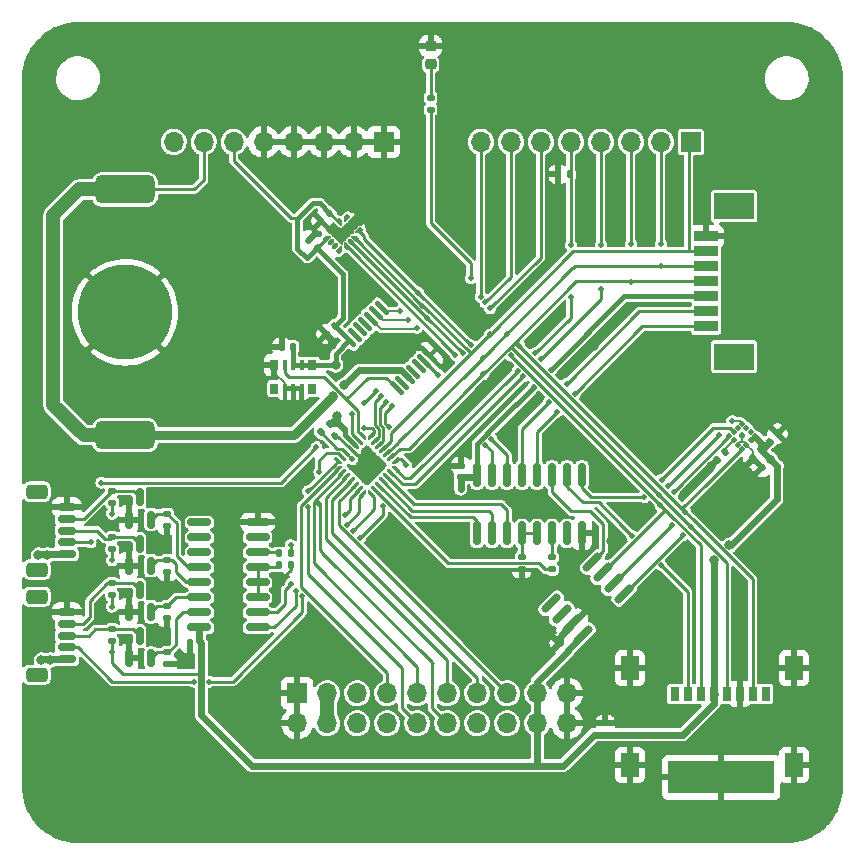
<source format=gbr>
%TF.GenerationSoftware,KiCad,Pcbnew,(6.0.9)*%
%TF.CreationDate,2022-11-26T13:31:22+01:00*%
%TF.ProjectId,MCU_PCB,4d43555f-5043-4422-9e6b-696361645f70,rev?*%
%TF.SameCoordinates,Original*%
%TF.FileFunction,Copper,L1,Top*%
%TF.FilePolarity,Positive*%
%FSLAX46Y46*%
G04 Gerber Fmt 4.6, Leading zero omitted, Abs format (unit mm)*
G04 Created by KiCad (PCBNEW (6.0.9)) date 2022-11-26 13:31:22*
%MOMM*%
%LPD*%
G01*
G04 APERTURE LIST*
G04 Aperture macros list*
%AMRoundRect*
0 Rectangle with rounded corners*
0 $1 Rounding radius*
0 $2 $3 $4 $5 $6 $7 $8 $9 X,Y pos of 4 corners*
0 Add a 4 corners polygon primitive as box body*
4,1,4,$2,$3,$4,$5,$6,$7,$8,$9,$2,$3,0*
0 Add four circle primitives for the rounded corners*
1,1,$1+$1,$2,$3*
1,1,$1+$1,$4,$5*
1,1,$1+$1,$6,$7*
1,1,$1+$1,$8,$9*
0 Add four rect primitives between the rounded corners*
20,1,$1+$1,$2,$3,$4,$5,0*
20,1,$1+$1,$4,$5,$6,$7,0*
20,1,$1+$1,$6,$7,$8,$9,0*
20,1,$1+$1,$8,$9,$2,$3,0*%
%AMFreePoly0*
4,1,14,0.230680,0.111820,0.364320,-0.021821,0.377500,-0.053642,0.377500,-0.080000,0.364320,-0.111820,0.332500,-0.125000,-0.332500,-0.125000,-0.364320,-0.111820,-0.377500,-0.080000,-0.377500,0.080000,-0.364320,0.111820,-0.332500,0.125000,0.198860,0.125000,0.230680,0.111820,0.230680,0.111820,$1*%
%AMFreePoly1*
4,1,14,0.364320,0.111820,0.377500,0.080000,0.377501,0.053640,0.364318,0.021819,0.230680,-0.111820,0.198860,-0.125000,-0.332500,-0.125000,-0.364320,-0.111820,-0.377500,-0.080000,-0.377500,0.080000,-0.364320,0.111820,-0.332500,0.125000,0.332500,0.125000,0.364320,0.111820,0.364320,0.111820,$1*%
%AMFreePoly2*
4,1,15,0.053642,0.377500,0.080000,0.377500,0.111820,0.364320,0.125000,0.332500,0.125000,-0.332500,0.111820,-0.364320,0.080000,-0.377500,-0.080000,-0.377500,-0.111820,-0.364320,-0.125000,-0.332500,-0.125000,0.198860,-0.111820,0.230680,0.021820,0.364320,0.053640,0.377501,0.053642,0.377500,0.053642,0.377500,$1*%
%AMFreePoly3*
4,1,14,-0.021820,0.364320,0.111820,0.230679,0.125000,0.198858,0.125000,-0.332500,0.111820,-0.364320,0.080000,-0.377500,-0.080000,-0.377500,-0.111820,-0.364320,-0.125000,-0.332500,-0.125000,0.332500,-0.111820,0.364320,-0.080000,0.377500,-0.053640,0.377500,-0.021820,0.364320,-0.021820,0.364320,$1*%
%AMFreePoly4*
4,1,14,0.364320,0.111820,0.377500,0.080000,0.377500,-0.080000,0.364320,-0.111820,0.332500,-0.125000,-0.198860,-0.125001,-0.230681,-0.111818,-0.364320,0.021820,-0.377500,0.053640,-0.377500,0.080000,-0.364320,0.111820,-0.332500,0.125000,0.332500,0.125000,0.364320,0.111820,0.364320,0.111820,$1*%
%AMFreePoly5*
4,1,15,-0.198858,0.125000,0.332500,0.125000,0.364320,0.111820,0.377500,0.080000,0.377500,-0.080000,0.364320,-0.111820,0.332500,-0.125000,-0.332500,-0.125000,-0.364320,-0.111820,-0.377500,-0.080000,-0.377500,-0.053640,-0.364320,-0.021820,-0.230680,0.111820,-0.198860,0.125001,-0.198858,0.125000,-0.198858,0.125000,$1*%
%AMFreePoly6*
4,1,14,0.111820,0.364320,0.125000,0.332500,0.125001,-0.198860,0.111818,-0.230681,-0.021820,-0.364320,-0.053640,-0.377500,-0.080000,-0.377500,-0.111820,-0.364320,-0.125000,-0.332500,-0.125000,0.332500,-0.111820,0.364320,-0.080000,0.377500,0.080000,0.377500,0.111820,0.364320,0.111820,0.364320,$1*%
%AMFreePoly7*
4,1,14,0.111820,0.364320,0.125000,0.332500,0.125000,-0.332500,0.111820,-0.364320,0.080000,-0.377500,0.053640,-0.377501,0.021819,-0.364318,-0.111820,-0.230680,-0.125000,-0.198860,-0.125000,0.332500,-0.111820,0.364320,-0.080000,0.377500,0.080000,0.377500,0.111820,0.364320,0.111820,0.364320,$1*%
%AMFreePoly8*
4,1,48,0.036020,0.199191,0.037970,0.199714,0.040958,0.198321,0.057086,0.195477,0.069630,0.184951,0.084467,0.178033,0.290533,-0.028033,0.293203,-0.031847,0.294953,-0.032857,0.296080,-0.035957,0.305473,-0.049370,0.306900,-0.065680,0.312500,-0.081066,0.312500,-0.125000,0.310782,-0.134742,0.311361,-0.138024,0.309695,-0.140910,0.307978,-0.150652,0.295450,-0.165579,0.285709,-0.182453,
0.279350,-0.184767,0.275000,-0.189952,0.255809,-0.193336,0.237500,-0.199999,-0.237500,-0.199999,-0.247242,-0.198282,-0.250524,-0.198861,-0.253410,-0.197195,-0.263152,-0.195478,-0.278079,-0.182950,-0.294953,-0.173209,-0.297267,-0.166850,-0.302452,-0.162500,-0.305836,-0.143309,-0.312500,-0.125000,-0.312500,0.125000,-0.310782,0.134742,-0.311361,0.138024,-0.309695,0.140910,-0.307978,0.150652,
-0.295450,0.165579,-0.285709,0.182453,-0.279350,0.184767,-0.275000,0.189952,-0.255809,0.193336,-0.237500,0.199999,0.031434,0.200000,0.036020,0.199191,0.036020,0.199191,$1*%
%AMFreePoly9*
4,1,48,0.247242,0.198282,0.250524,0.198861,0.253410,0.197195,0.263152,0.195478,0.278079,0.182950,0.294953,0.173209,0.297267,0.166850,0.302452,0.162500,0.305836,0.143309,0.312500,0.125000,0.312500,0.081066,0.311691,0.076480,0.312215,0.074529,0.310820,0.071539,0.307977,0.055414,0.297452,0.042871,0.290533,0.028033,0.084467,-0.178033,0.080653,-0.180703,0.079643,-0.182453,
0.076543,-0.183580,0.063130,-0.192973,0.046819,-0.194401,0.031434,-0.200000,-0.237500,-0.199999,-0.247242,-0.198282,-0.250524,-0.198861,-0.253410,-0.197195,-0.263152,-0.195478,-0.278079,-0.182950,-0.294953,-0.173209,-0.297267,-0.166850,-0.302452,-0.162500,-0.305836,-0.143309,-0.312500,-0.125000,-0.312500,0.125000,-0.310782,0.134742,-0.311361,0.138024,-0.309695,0.140910,-0.307978,0.150652,
-0.295450,0.165579,-0.285709,0.182453,-0.279350,0.184767,-0.275000,0.189952,-0.255809,0.193336,-0.237500,0.199999,0.237500,0.199999,0.247242,0.198282,0.247242,0.198282,$1*%
%AMFreePoly10*
4,1,48,0.134742,0.310782,0.138024,0.311361,0.140910,0.309695,0.150652,0.307978,0.165579,0.295450,0.182453,0.285709,0.184767,0.279350,0.189952,0.275000,0.193336,0.255809,0.199999,0.237500,0.199999,-0.237500,0.198282,-0.247242,0.198861,-0.250524,0.197195,-0.253410,0.195478,-0.263152,0.182950,-0.278079,0.173209,-0.294953,0.166850,-0.297267,0.162500,-0.302452,0.143309,-0.305836,
0.125000,-0.312500,-0.125000,-0.312500,-0.134742,-0.310782,-0.138024,-0.311361,-0.140910,-0.309695,-0.150652,-0.307978,-0.165579,-0.295450,-0.182453,-0.285709,-0.184767,-0.279350,-0.189952,-0.275000,-0.193336,-0.255809,-0.199999,-0.237500,-0.200000,0.031434,-0.199191,0.036020,-0.199714,0.037970,-0.198321,0.040958,-0.195477,0.057086,-0.184951,0.069630,-0.178033,0.084467,0.028033,0.290533,
0.031847,0.293203,0.032857,0.294953,0.035957,0.296080,0.049370,0.305473,0.065680,0.306900,0.081066,0.312500,0.125000,0.312500,0.134742,0.310782,0.134742,0.310782,$1*%
%AMFreePoly11*
4,1,48,-0.076480,0.311691,-0.074530,0.312214,-0.071542,0.310821,-0.055414,0.307977,-0.042870,0.297451,-0.028033,0.290533,0.178033,0.084467,0.180703,0.080653,0.182453,0.079643,0.183580,0.076543,0.192973,0.063130,0.194400,0.046820,0.200000,0.031434,0.199999,-0.237500,0.198282,-0.247242,0.198861,-0.250524,0.197195,-0.253410,0.195478,-0.263152,0.182950,-0.278079,0.173209,-0.294953,
0.166850,-0.297267,0.162500,-0.302452,0.143309,-0.305836,0.125000,-0.312500,-0.125000,-0.312500,-0.134742,-0.310782,-0.138024,-0.311361,-0.140910,-0.309695,-0.150652,-0.307978,-0.165579,-0.295450,-0.182453,-0.285709,-0.184767,-0.279350,-0.189952,-0.275000,-0.193336,-0.255809,-0.199999,-0.237500,-0.199999,0.237500,-0.198282,0.247242,-0.198861,0.250524,-0.197195,0.253410,-0.195478,0.263152,
-0.182950,0.278079,-0.173209,0.294953,-0.166850,0.297267,-0.162500,0.302452,-0.143309,0.305836,-0.125000,0.312500,-0.081066,0.312500,-0.076480,0.311691,-0.076480,0.311691,$1*%
%AMFreePoly12*
4,1,48,0.247242,0.198282,0.250524,0.198861,0.253410,0.197195,0.263152,0.195478,0.278079,0.182950,0.294953,0.173209,0.297267,0.166850,0.302452,0.162500,0.305836,0.143309,0.312500,0.125000,0.312500,-0.125000,0.310782,-0.134742,0.311361,-0.138024,0.309695,-0.140910,0.307978,-0.150652,0.295450,-0.165579,0.285709,-0.182453,0.279350,-0.184767,0.275000,-0.189952,0.255809,-0.193336,
0.237500,-0.199999,-0.031434,-0.200000,-0.036020,-0.199191,-0.037971,-0.199715,-0.040961,-0.198320,-0.057086,-0.195477,-0.069629,-0.184952,-0.084467,-0.178033,-0.290533,0.028033,-0.293203,0.031847,-0.294953,0.032857,-0.296080,0.035957,-0.305473,0.049370,-0.306901,0.065681,-0.312500,0.081066,-0.312500,0.125000,-0.310782,0.134742,-0.311361,0.138024,-0.309695,0.140910,-0.307978,0.150652,
-0.295450,0.165579,-0.285709,0.182453,-0.279350,0.184767,-0.275000,0.189952,-0.255809,0.193336,-0.237500,0.199999,0.237500,0.199999,0.247242,0.198282,0.247242,0.198282,$1*%
%AMFreePoly13*
4,1,48,0.247242,0.198282,0.250524,0.198861,0.253410,0.197195,0.263152,0.195478,0.278079,0.182950,0.294953,0.173209,0.297267,0.166850,0.302452,0.162500,0.305836,0.143309,0.312500,0.125000,0.312500,-0.125000,0.310782,-0.134742,0.311361,-0.138024,0.309695,-0.140910,0.307978,-0.150652,0.295450,-0.165579,0.285709,-0.182453,0.279350,-0.184767,0.275000,-0.189952,0.255809,-0.193336,
0.237500,-0.199999,-0.237500,-0.199999,-0.247242,-0.198282,-0.250524,-0.198861,-0.253410,-0.197195,-0.263152,-0.195478,-0.278079,-0.182950,-0.294953,-0.173209,-0.297267,-0.166850,-0.302452,-0.162500,-0.305836,-0.143309,-0.312500,-0.125000,-0.312500,-0.081066,-0.311691,-0.076480,-0.312214,-0.074530,-0.310821,-0.071542,-0.307977,-0.055414,-0.297451,-0.042870,-0.290533,-0.028033,-0.084467,0.178033,
-0.080653,0.180703,-0.079643,0.182453,-0.076543,0.183580,-0.063130,0.192973,-0.046820,0.194400,-0.031434,0.200000,0.237500,0.199999,0.247242,0.198282,0.247242,0.198282,$1*%
%AMFreePoly14*
4,1,48,0.134742,0.310782,0.138024,0.311361,0.140910,0.309695,0.150652,0.307978,0.165579,0.295450,0.182453,0.285709,0.184767,0.279350,0.189952,0.275000,0.193336,0.255809,0.199999,0.237500,0.200000,-0.031434,0.199191,-0.036020,0.199715,-0.037971,0.198320,-0.040961,0.195477,-0.057086,0.184952,-0.069629,0.178033,-0.084467,-0.028033,-0.290533,-0.031847,-0.293203,-0.032857,-0.294953,
-0.035957,-0.296080,-0.049370,-0.305473,-0.065681,-0.306901,-0.081066,-0.312500,-0.125000,-0.312500,-0.134742,-0.310782,-0.138024,-0.311361,-0.140910,-0.309695,-0.150652,-0.307978,-0.165579,-0.295450,-0.182453,-0.285709,-0.184767,-0.279350,-0.189952,-0.275000,-0.193336,-0.255809,-0.199999,-0.237500,-0.199999,0.237500,-0.198282,0.247242,-0.198861,0.250524,-0.197195,0.253410,-0.195478,0.263152,
-0.182950,0.278079,-0.173209,0.294953,-0.166850,0.297267,-0.162500,0.302452,-0.143309,0.305836,-0.125000,0.312500,0.125000,0.312500,0.134742,0.310782,0.134742,0.310782,$1*%
%AMFreePoly15*
4,1,48,0.134742,0.310782,0.138024,0.311361,0.140910,0.309695,0.150652,0.307978,0.165579,0.295450,0.182453,0.285709,0.184767,0.279350,0.189952,0.275000,0.193336,0.255809,0.199999,0.237500,0.199999,-0.237500,0.198282,-0.247242,0.198861,-0.250524,0.197195,-0.253410,0.195478,-0.263152,0.182950,-0.278079,0.173209,-0.294953,0.166850,-0.297267,0.162500,-0.302452,0.143309,-0.305836,
0.125000,-0.312500,0.081066,-0.312500,0.076480,-0.311691,0.074529,-0.312215,0.071539,-0.310820,0.055414,-0.307977,0.042871,-0.297452,0.028033,-0.290533,-0.178033,-0.084467,-0.180703,-0.080653,-0.182453,-0.079643,-0.183580,-0.076543,-0.192973,-0.063130,-0.194401,-0.046819,-0.200000,-0.031434,-0.199999,0.237500,-0.198282,0.247242,-0.198861,0.250524,-0.197195,0.253410,-0.195478,0.263152,
-0.182950,0.278079,-0.173209,0.294953,-0.166850,0.297267,-0.162500,0.302452,-0.143309,0.305836,-0.125000,0.312500,0.125000,0.312500,0.134742,0.310782,0.134742,0.310782,$1*%
G04 Aperture macros list end*
%TA.AperFunction,SMDPad,CuDef*%
%ADD10RoundRect,0.218750X-0.256250X0.218750X-0.256250X-0.218750X0.256250X-0.218750X0.256250X0.218750X0*%
%TD*%
%TA.AperFunction,SMDPad,CuDef*%
%ADD11RoundRect,0.150000X0.477297X0.689429X-0.689429X-0.477297X-0.477297X-0.689429X0.689429X0.477297X0*%
%TD*%
%TA.AperFunction,SMDPad,CuDef*%
%ADD12RoundRect,0.150000X0.625000X-0.150000X0.625000X0.150000X-0.625000X0.150000X-0.625000X-0.150000X0*%
%TD*%
%TA.AperFunction,SMDPad,CuDef*%
%ADD13RoundRect,0.250000X0.650000X-0.350000X0.650000X0.350000X-0.650000X0.350000X-0.650000X-0.350000X0*%
%TD*%
%TA.AperFunction,SMDPad,CuDef*%
%ADD14RoundRect,0.600000X1.945000X-0.600000X1.945000X0.600000X-1.945000X0.600000X-1.945000X-0.600000X0*%
%TD*%
%TA.AperFunction,SMDPad,CuDef*%
%ADD15C,8.000000*%
%TD*%
%TA.AperFunction,SMDPad,CuDef*%
%ADD16RoundRect,0.140000X-0.219203X-0.021213X-0.021213X-0.219203X0.219203X0.021213X0.021213X0.219203X0*%
%TD*%
%TA.AperFunction,SMDPad,CuDef*%
%ADD17RoundRect,0.140000X-0.021213X0.219203X-0.219203X0.021213X0.021213X-0.219203X0.219203X-0.021213X0*%
%TD*%
%TA.AperFunction,SMDPad,CuDef*%
%ADD18RoundRect,0.140000X0.170000X-0.140000X0.170000X0.140000X-0.170000X0.140000X-0.170000X-0.140000X0*%
%TD*%
%TA.AperFunction,ComponentPad*%
%ADD19R,1.700000X1.700000*%
%TD*%
%TA.AperFunction,ComponentPad*%
%ADD20O,1.700000X1.700000*%
%TD*%
%TA.AperFunction,SMDPad,CuDef*%
%ADD21R,0.700000X0.900000*%
%TD*%
%TA.AperFunction,SMDPad,CuDef*%
%ADD22R,0.400000X0.900000*%
%TD*%
%TA.AperFunction,SMDPad,CuDef*%
%ADD23RoundRect,0.135000X0.185000X-0.135000X0.185000X0.135000X-0.185000X0.135000X-0.185000X-0.135000X0*%
%TD*%
%TA.AperFunction,SMDPad,CuDef*%
%ADD24RoundRect,0.135000X0.135000X0.185000X-0.135000X0.185000X-0.135000X-0.185000X0.135000X-0.185000X0*%
%TD*%
%TA.AperFunction,SMDPad,CuDef*%
%ADD25RoundRect,0.100000X0.521491X-0.380070X-0.380070X0.521491X-0.521491X0.380070X0.380070X-0.521491X0*%
%TD*%
%TA.AperFunction,SMDPad,CuDef*%
%ADD26RoundRect,0.150000X0.825000X0.150000X-0.825000X0.150000X-0.825000X-0.150000X0.825000X-0.150000X0*%
%TD*%
%TA.AperFunction,SMDPad,CuDef*%
%ADD27RoundRect,0.150000X0.150000X-0.587500X0.150000X0.587500X-0.150000X0.587500X-0.150000X-0.587500X0*%
%TD*%
%TA.AperFunction,SMDPad,CuDef*%
%ADD28RoundRect,0.140000X-0.140000X-0.170000X0.140000X-0.170000X0.140000X0.170000X-0.140000X0.170000X0*%
%TD*%
%TA.AperFunction,SMDPad,CuDef*%
%ADD29RoundRect,0.140000X-0.170000X0.140000X-0.170000X-0.140000X0.170000X-0.140000X0.170000X0.140000X0*%
%TD*%
%TA.AperFunction,SMDPad,CuDef*%
%ADD30RoundRect,0.140000X0.140000X0.170000X-0.140000X0.170000X-0.140000X-0.170000X0.140000X-0.170000X0*%
%TD*%
%TA.AperFunction,SMDPad,CuDef*%
%ADD31R,2.000000X0.900000*%
%TD*%
%TA.AperFunction,ComponentPad*%
%ADD32R,3.375000X2.250000*%
%TD*%
%TA.AperFunction,SMDPad,CuDef*%
%ADD33FreePoly0,315.000000*%
%TD*%
%TA.AperFunction,SMDPad,CuDef*%
%ADD34RoundRect,0.062500X-0.309359X0.220971X0.220971X-0.309359X0.309359X-0.220971X-0.220971X0.309359X0*%
%TD*%
%TA.AperFunction,SMDPad,CuDef*%
%ADD35FreePoly1,315.000000*%
%TD*%
%TA.AperFunction,SMDPad,CuDef*%
%ADD36FreePoly2,315.000000*%
%TD*%
%TA.AperFunction,SMDPad,CuDef*%
%ADD37RoundRect,0.062500X-0.309359X-0.220971X-0.220971X-0.309359X0.309359X0.220971X0.220971X0.309359X0*%
%TD*%
%TA.AperFunction,SMDPad,CuDef*%
%ADD38FreePoly3,315.000000*%
%TD*%
%TA.AperFunction,SMDPad,CuDef*%
%ADD39FreePoly4,315.000000*%
%TD*%
%TA.AperFunction,SMDPad,CuDef*%
%ADD40FreePoly5,315.000000*%
%TD*%
%TA.AperFunction,SMDPad,CuDef*%
%ADD41FreePoly6,315.000000*%
%TD*%
%TA.AperFunction,SMDPad,CuDef*%
%ADD42FreePoly7,315.000000*%
%TD*%
%TA.AperFunction,SMDPad,CuDef*%
%ADD43RoundRect,0.031500X-0.224153X0.021213X0.021213X-0.224153X0.224153X-0.021213X-0.021213X0.224153X0*%
%TD*%
%TA.AperFunction,SMDPad,CuDef*%
%ADD44RoundRect,0.031500X-0.021213X-0.224153X0.224153X0.021213X0.021213X0.224153X-0.224153X-0.021213X0*%
%TD*%
%TA.AperFunction,SMDPad,CuDef*%
%ADD45R,0.800000X1.200000*%
%TD*%
%TA.AperFunction,SMDPad,CuDef*%
%ADD46R,1.500000X2.000000*%
%TD*%
%TA.AperFunction,SMDPad,CuDef*%
%ADD47R,9.000000X2.800000*%
%TD*%
%TA.AperFunction,SMDPad,CuDef*%
%ADD48FreePoly8,225.000000*%
%TD*%
%TA.AperFunction,SMDPad,CuDef*%
%ADD49RoundRect,0.100000X0.079550X0.220971X-0.220971X-0.079550X-0.079550X-0.220971X0.220971X0.079550X0*%
%TD*%
%TA.AperFunction,SMDPad,CuDef*%
%ADD50FreePoly9,225.000000*%
%TD*%
%TA.AperFunction,SMDPad,CuDef*%
%ADD51FreePoly10,225.000000*%
%TD*%
%TA.AperFunction,SMDPad,CuDef*%
%ADD52RoundRect,0.100000X-0.079550X0.220971X-0.220971X0.079550X0.079550X-0.220971X0.220971X-0.079550X0*%
%TD*%
%TA.AperFunction,SMDPad,CuDef*%
%ADD53FreePoly11,225.000000*%
%TD*%
%TA.AperFunction,SMDPad,CuDef*%
%ADD54FreePoly12,225.000000*%
%TD*%
%TA.AperFunction,SMDPad,CuDef*%
%ADD55FreePoly13,225.000000*%
%TD*%
%TA.AperFunction,SMDPad,CuDef*%
%ADD56FreePoly14,225.000000*%
%TD*%
%TA.AperFunction,SMDPad,CuDef*%
%ADD57FreePoly15,225.000000*%
%TD*%
%TA.AperFunction,SMDPad,CuDef*%
%ADD58RoundRect,0.150000X0.150000X-0.825000X0.150000X0.825000X-0.150000X0.825000X-0.150000X-0.825000X0*%
%TD*%
%TA.AperFunction,SMDPad,CuDef*%
%ADD59RoundRect,0.135000X-0.035355X0.226274X-0.226274X0.035355X0.035355X-0.226274X0.226274X-0.035355X0*%
%TD*%
%TA.AperFunction,ViaPad*%
%ADD60C,0.800000*%
%TD*%
%TA.AperFunction,ViaPad*%
%ADD61C,0.500000*%
%TD*%
%TA.AperFunction,Conductor*%
%ADD62C,0.250000*%
%TD*%
%TA.AperFunction,Conductor*%
%ADD63C,0.200000*%
%TD*%
%TA.AperFunction,Conductor*%
%ADD64C,0.400000*%
%TD*%
%TA.AperFunction,Conductor*%
%ADD65C,0.600000*%
%TD*%
%TA.AperFunction,Conductor*%
%ADD66C,1.200000*%
%TD*%
%TA.AperFunction,Conductor*%
%ADD67C,0.800000*%
%TD*%
G04 APERTURE END LIST*
D10*
%TO.P,D1,1,K*%
%TO.N,GND*%
X127450000Y-65862500D03*
%TO.P,D1,2,A*%
%TO.N,Net-(D1-Pad2)*%
X127450000Y-67437500D03*
%TD*%
D11*
%TO.P,U5,1,CLK*%
%TO.N,/CAM_SENS/CLK*%
X143843878Y-112241099D03*
%TO.P,U5,2,DOUT*%
%TO.N,/CAM_SENS/MISO*%
X142945852Y-111343074D03*
%TO.P,U5,3,DIN*%
%TO.N,/CAM_SENS/MOSI*%
X142047826Y-110445048D03*
%TO.P,U5,4,~{SS}*%
%TO.N,/MUX/~{TEMP_IN_SS}*%
X141149801Y-109547022D03*
%TO.P,U5,5,INT*%
%TO.N,unconnected-(U5-Pad5)*%
X137649622Y-113047201D03*
%TO.P,U5,6,CT*%
%TO.N,unconnected-(U5-Pad6)*%
X138547648Y-113945226D03*
%TO.P,U5,7,GND*%
%TO.N,GND*%
X139445674Y-114843252D03*
%TO.P,U5,8,VDD*%
%TO.N,+3V3*%
X140343699Y-115741278D03*
%TD*%
D12*
%TO.P,J6,1,Pin_1*%
%TO.N,+4V*%
X96632000Y-108897000D03*
%TO.P,J6,2,Pin_2*%
%TO.N,/CAM_SENS/HB_1*%
X96632000Y-107897000D03*
%TO.P,J6,3,Pin_3*%
%TO.N,/CAM_SENS/ON{slash}OFF_1*%
X96632000Y-106897000D03*
%TO.P,J6,4,Pin_4*%
%TO.N,/CAM_SENS/REC_1*%
X96632000Y-105897000D03*
%TO.P,J6,5,Pin_5*%
%TO.N,GND*%
X96632000Y-104897000D03*
D13*
%TO.P,J6,MP,MountPin*%
%TO.N,unconnected-(J6-PadMP)*%
X94107000Y-103597000D03*
X94107000Y-110197000D03*
%TD*%
D14*
%TO.P,BT1,1,+*%
%TO.N,+BATT*%
X101560000Y-78020000D03*
X101560000Y-98820000D03*
D15*
%TO.P,BT1,2,-*%
%TO.N,GND*%
X101560000Y-88420000D03*
%TD*%
D16*
%TO.P,C12,1*%
%TO.N,GND*%
X138375339Y-116419539D03*
%TO.P,C12,2*%
%TO.N,+3V3*%
X139054161Y-117098361D03*
%TD*%
D17*
%TO.P,C3,1*%
%TO.N,+3V3*%
X119313011Y-89576589D03*
%TO.P,C3,2*%
%TO.N,GND*%
X118634189Y-90255411D03*
%TD*%
D18*
%TO.P,C2,1*%
%TO.N,+3V3*%
X142240000Y-124178000D03*
%TO.P,C2,2*%
%TO.N,GND*%
X142240000Y-123218000D03*
%TD*%
D19*
%TO.P,J1,1,Pin_1*%
%TO.N,GND*%
X116150000Y-120675000D03*
D20*
%TO.P,J1,2,Pin_2*%
X116150000Y-123215000D03*
%TO.P,J1,3,Pin_3*%
%TO.N,+4V*%
X118690000Y-120675000D03*
%TO.P,J1,4,Pin_4*%
X118690000Y-123215000D03*
%TO.P,J1,5,Pin_5*%
%TO.N,unconnected-(J1-Pad5)*%
X121230000Y-120675000D03*
%TO.P,J1,6,Pin_6*%
%TO.N,unconnected-(J1-Pad6)*%
X121230000Y-123215000D03*
%TO.P,J1,7,Pin_7*%
%TO.N,/IO/ADC_VBAT*%
X123770000Y-120675000D03*
%TO.P,J1,8,Pin_8*%
%TO.N,unconnected-(J1-Pad8)*%
X123770000Y-123215000D03*
%TO.P,J1,9,Pin_9*%
%TO.N,/IO/ADC_3.3V*%
X126310000Y-120675000D03*
%TO.P,J1,10,Pin_10*%
%TO.N,/IO/COM_RX*%
X126310000Y-123215000D03*
%TO.P,J1,11,Pin_11*%
%TO.N,/IO/ADC_4V*%
X128850000Y-120675000D03*
%TO.P,J1,12,Pin_12*%
%TO.N,/IO/COM_TX*%
X128850000Y-123215000D03*
%TO.P,J1,13,Pin_13*%
%TO.N,/IO/ROPE_CUT*%
X131390000Y-120675000D03*
%TO.P,J1,14,Pin_14*%
%TO.N,unconnected-(J1-Pad14)*%
X131390000Y-123215000D03*
%TO.P,J1,15,Pin_15*%
%TO.N,/IO/BUZZER*%
X133930000Y-120675000D03*
%TO.P,J1,16,Pin_16*%
%TO.N,unconnected-(J1-Pad16)*%
X133930000Y-123215000D03*
%TO.P,J1,17,Pin_17*%
%TO.N,+3V3*%
X136470000Y-120675000D03*
%TO.P,J1,18,Pin_18*%
X136470000Y-123215000D03*
%TO.P,J1,19,Pin_19*%
%TO.N,GND*%
X139010000Y-120675000D03*
%TO.P,J1,20,Pin_20*%
X139010000Y-123215000D03*
%TD*%
D21*
%TO.P,Y1,1,OE*%
%TO.N,+3V3*%
X117424000Y-92875719D03*
D22*
%TO.P,Y1,2,Vcc*%
X116524000Y-92875719D03*
%TO.P,Y1,3,Vcc*%
X115824000Y-92875719D03*
%TO.P,Y1,4,OUT*%
%TO.N,/MCU/OSC32_IN*%
X115124000Y-92875719D03*
D21*
%TO.P,Y1,5,GND*%
%TO.N,GND*%
X114224000Y-92875719D03*
%TO.P,Y1,6,NC*%
%TO.N,unconnected-(Y1-Pad6)*%
X114224000Y-94875719D03*
D22*
%TO.P,Y1,7,GND*%
%TO.N,GND*%
X115124000Y-94875719D03*
%TO.P,Y1,8,GND*%
X115824000Y-94875719D03*
%TO.P,Y1,9,GND*%
X116524000Y-94875719D03*
D21*
%TO.P,Y1,10,NC*%
%TO.N,unconnected-(Y1-Pad10)*%
X117424000Y-94875719D03*
%TD*%
D19*
%TO.P,J3,1,Pin_1*%
%TO.N,/CAM_SENS/MOSI*%
X149475000Y-74000000D03*
D20*
%TO.P,J3,2,Pin_2*%
%TO.N,/CAM_SENS/MISO*%
X146935000Y-74000000D03*
%TO.P,J3,3,Pin_3*%
%TO.N,/CAM_SENS/CLK*%
X144395000Y-74000000D03*
%TO.P,J3,4,Pin_4*%
%TO.N,/IO/SW_IO*%
X141855000Y-74000000D03*
%TO.P,J3,5,Pin_5*%
%TO.N,/IO/SW_CLK*%
X139315000Y-74000000D03*
%TO.P,J3,6,Pin_6*%
%TO.N,/IO/~{RST}*%
X136775000Y-74000000D03*
%TO.P,J3,7,Pin_7*%
%TO.N,/IO/TX*%
X134235000Y-74000000D03*
%TO.P,J3,8,Pin_8*%
%TO.N,/IO/RX*%
X131695000Y-74000000D03*
%TD*%
D23*
%TO.P,R13,1*%
%TO.N,+3V3*%
X100482400Y-112371600D03*
%TO.P,R13,2*%
%TO.N,/CAM_SENS/REC_0*%
X100482400Y-111351600D03*
%TD*%
D24*
%TO.P,R1,1*%
%TO.N,/IO/SW_CLK*%
X139244800Y-76733400D03*
%TO.P,R1,2*%
%TO.N,GND*%
X138224800Y-76733400D03*
%TD*%
D25*
%TO.P,U2,1,X1*%
%TO.N,/MCU/OSC32_IN*%
X124597235Y-94842951D03*
%TO.P,U2,2,X2*%
%TO.N,unconnected-(U2-Pad2)*%
X125056854Y-94383332D03*
%TO.P,U2,3,Vbat*%
%TO.N,+BATT*%
X125516474Y-93923713D03*
%TO.P,U2,4,~{WDO}*%
%TO.N,unconnected-(U2-Pad4)*%
X125976093Y-93464093D03*
%TO.P,U2,5,~{IRQ}*%
%TO.N,unconnected-(U2-Pad5)*%
X126435713Y-93004474D03*
%TO.P,U2,6,~{CS}*%
%TO.N,/MUX/~{RTC_OUT}*%
X126895332Y-92544854D03*
%TO.P,U2,7,Vss*%
%TO.N,GND*%
X127354951Y-92085235D03*
%TO.P,U2,8,SO*%
%TO.N,/CAM_SENS/MISO*%
X123306765Y-88037049D03*
%TO.P,U2,9,SI*%
%TO.N,/CAM_SENS/MOSI*%
X122847146Y-88496668D03*
%TO.P,U2,10,SCK*%
%TO.N,/CAM_SENS/CLK*%
X122387526Y-88956287D03*
%TO.P,U2,11,ELVS*%
%TO.N,unconnected-(U2-Pad11)*%
X121927907Y-89415907D03*
%TO.P,U2,12,EVHS*%
%TO.N,unconnected-(U2-Pad12)*%
X121468287Y-89875526D03*
%TO.P,U2,13,CLKOUT/BOOT*%
%TO.N,unconnected-(U2-Pad13)*%
X121008668Y-90335146D03*
%TO.P,U2,14,Vcc*%
%TO.N,+3V3*%
X120549049Y-90794765D03*
%TD*%
D17*
%TO.P,C8,1*%
%TO.N,Net-(C8-Pad1)*%
X152376740Y-100218258D03*
%TO.P,C8,2*%
%TO.N,GND*%
X151697918Y-100897080D03*
%TD*%
D24*
%TO.P,R5,1*%
%TO.N,/MCU/MUX_EN_1*%
X115597400Y-108839000D03*
%TO.P,R5,2*%
%TO.N,Net-(R5-Pad2)*%
X114577400Y-108839000D03*
%TD*%
%TO.P,R7,1*%
%TO.N,GND*%
X115597400Y-109855000D03*
%TO.P,R7,2*%
%TO.N,Net-(R7-Pad2)*%
X114577400Y-109855000D03*
%TD*%
D26*
%TO.P,U4,1,A0*%
%TO.N,/MCU/S0_CAM*%
X112812600Y-115087400D03*
%TO.P,U4,2,A1*%
%TO.N,/MCU/S1_CAM*%
X112812600Y-113817400D03*
%TO.P,U4,3,A2*%
%TO.N,Net-(R7-Pad2)*%
X112812600Y-112547400D03*
%TO.P,U4,4,~{E1}*%
X112812600Y-111277400D03*
%TO.P,U4,5,~{E2}*%
X112812600Y-110007400D03*
%TO.P,U4,6,E3*%
%TO.N,Net-(R5-Pad2)*%
X112812600Y-108737400D03*
%TO.P,U4,7,~{O7}*%
%TO.N,unconnected-(U4-Pad7)*%
X112812600Y-107467400D03*
%TO.P,U4,8,GND*%
%TO.N,GND*%
X112812600Y-106197400D03*
%TO.P,U4,9,~{O6}*%
%TO.N,unconnected-(U4-Pad9)*%
X107862600Y-106197400D03*
%TO.P,U4,10,~{O5}*%
%TO.N,unconnected-(U4-Pad10)*%
X107862600Y-107467400D03*
%TO.P,U4,11,~{O4}*%
%TO.N,unconnected-(U4-Pad11)*%
X107862600Y-108737400D03*
%TO.P,U4,12,~{O3}*%
%TO.N,/MUX/CAM_REC_1_0*%
X107862600Y-110007400D03*
%TO.P,U4,13,~{O2}*%
%TO.N,/MUX/CAM_ON_1_0*%
X107862600Y-111277400D03*
%TO.P,U4,14,~{O1}*%
%TO.N,/MUX/CAM_REC_0_0*%
X107862600Y-112547400D03*
%TO.P,U4,15,~{O0}*%
%TO.N,/MUX/CAM_ON_0_0*%
X107862600Y-113817400D03*
%TO.P,U4,16,Vcc*%
%TO.N,+3V3*%
X107862600Y-115087400D03*
%TD*%
D27*
%TO.P,Q3,1,S*%
%TO.N,GND*%
X101869200Y-113787400D03*
%TO.P,Q3,2,G*%
%TO.N,/MUX/CAM_REC_0_0*%
X103769200Y-113787400D03*
%TO.P,Q3,3,D*%
%TO.N,/CAM_SENS/REC_0*%
X102819200Y-111912400D03*
%TD*%
%TO.P,Q4,1,S*%
%TO.N,GND*%
X101869200Y-105964200D03*
%TO.P,Q4,2,G*%
%TO.N,/MUX/CAM_REC_1_0*%
X103769200Y-105964200D03*
%TO.P,Q4,3,D*%
%TO.N,/CAM_SENS/REC_1*%
X102819200Y-104089200D03*
%TD*%
D17*
%TO.P,C9,1*%
%TO.N,GND*%
X156821740Y-98694258D03*
%TO.P,C9,2*%
%TO.N,+3V3*%
X156142918Y-99373080D03*
%TD*%
D23*
%TO.P,R14,1*%
%TO.N,GND*%
X105156000Y-106501900D03*
%TO.P,R14,2*%
%TO.N,/MUX/CAM_REC_1_0*%
X105156000Y-105481900D03*
%TD*%
%TO.P,R10,1*%
%TO.N,GND*%
X105156000Y-110413500D03*
%TO.P,R10,2*%
%TO.N,/MUX/CAM_ON_1_0*%
X105156000Y-109393500D03*
%TD*%
D28*
%TO.P,C6,1*%
%TO.N,GND*%
X107040800Y-116459000D03*
%TO.P,C6,2*%
%TO.N,+3V3*%
X108000800Y-116459000D03*
%TD*%
D23*
%TO.P,R8,1*%
%TO.N,GND*%
X105156000Y-118236700D03*
%TO.P,R8,2*%
%TO.N,/MUX/CAM_ON_0_0*%
X105156000Y-117216700D03*
%TD*%
D17*
%TO.P,C14,1*%
%TO.N,+3V3*%
X118866976Y-79996601D03*
%TO.P,C14,2*%
%TO.N,GND*%
X118188154Y-80675423D03*
%TD*%
D27*
%TO.P,Q2,1,S*%
%TO.N,GND*%
X101869200Y-109875800D03*
%TO.P,Q2,2,G*%
%TO.N,/MUX/CAM_ON_1_0*%
X103769200Y-109875800D03*
%TO.P,Q2,3,D*%
%TO.N,/CAM_SENS/ON{slash}OFF_1*%
X102819200Y-108000800D03*
%TD*%
D29*
%TO.P,C4,1*%
%TO.N,GND*%
X130002550Y-101394550D03*
%TO.P,C4,2*%
%TO.N,+3V3*%
X130002550Y-102354550D03*
%TD*%
D30*
%TO.P,C15,1*%
%TO.N,+3V3*%
X115796000Y-91335719D03*
%TO.P,C15,2*%
%TO.N,GND*%
X114836000Y-91335719D03*
%TD*%
D31*
%TO.P,J7,1,1*%
%TO.N,GND*%
X150780000Y-81990000D03*
%TO.P,J7,2,2*%
%TO.N,/CAM_SENS/MOSI*%
X150780000Y-83260000D03*
%TO.P,J7,3,3*%
%TO.N,/CAM_SENS/MISO*%
X150780000Y-84530000D03*
%TO.P,J7,4,4*%
%TO.N,/CAM_SENS/CLK*%
X150780000Y-85800000D03*
%TO.P,J7,5,5*%
%TO.N,+3V3*%
X150780000Y-87070000D03*
%TO.P,J7,6,6*%
%TO.N,/CAM_SENS/~{BME680_SS}*%
X150780000Y-88340000D03*
%TO.P,J7,7,7*%
%TO.N,/CAM_SENS/~{TEMP_OUT_SS}*%
X150780000Y-89610000D03*
D32*
%TO.P,J7,MH1,MH1*%
%TO.N,unconnected-(J7-PadMH1)*%
X153140000Y-79430000D03*
%TO.P,J7,MH2,MH2*%
%TO.N,unconnected-(J7-PadMH2)*%
X153140000Y-92170000D03*
%TD*%
D33*
%TO.P,U1,1,PC14*%
%TO.N,/MCU/OSC32_IN*%
X121692214Y-98898613D03*
D34*
%TO.P,U1,2,PC15*%
%TO.N,/MCU/LED_0*%
X121381087Y-99294593D03*
%TO.P,U1,3,VDD*%
%TO.N,+3V3*%
X121027534Y-99648146D03*
%TO.P,U1,4,VSS*%
%TO.N,GND*%
X120673981Y-100001700D03*
%TO.P,U1,5,PF2-NRST*%
%TO.N,/IO/~{RST}*%
X120320427Y-100355253D03*
%TO.P,U1,6,PA0*%
%TO.N,/IO/COM_TX*%
X119966874Y-100708806D03*
D35*
%TO.P,U1,7,PA1*%
%TO.N,/IO/COM_RX*%
X119570894Y-101019933D03*
D36*
%TO.P,U1,8,PA2*%
%TO.N,/IO/ADC_VBAT*%
X119570894Y-101723505D03*
D37*
%TO.P,U1,9,PA3*%
%TO.N,/IO/ADC_3.3V*%
X119966874Y-102034632D03*
%TO.P,U1,10,PA4*%
%TO.N,/IO/ADC_4V*%
X120320427Y-102388185D03*
%TO.P,U1,11,PA5*%
%TO.N,/IO/ROPE_CUT*%
X120673981Y-102741738D03*
%TO.P,U1,12,PA6*%
%TO.N,/IO/BUZZER*%
X121027534Y-103095292D03*
%TO.P,U1,13,PA7*%
%TO.N,/MCU/MUX_EN_1*%
X121381087Y-103448845D03*
D38*
%TO.P,U1,14,PB0*%
%TO.N,/MCU/S1_CAM*%
X121692214Y-103844825D03*
D39*
%TO.P,U1,15,PB1*%
%TO.N,/MCU/S0_CAM*%
X122395786Y-103844825D03*
D34*
%TO.P,U1,16,PA8*%
%TO.N,/MCU/MUX_EN_0*%
X122706913Y-103448845D03*
%TO.P,U1,17,PC6*%
%TO.N,/MCU/S0_SENS*%
X123060466Y-103095292D03*
%TO.P,U1,18,PA11[9]*%
%TO.N,/MCU/S1_SENS*%
X123414019Y-102741738D03*
%TO.P,U1,19,PA12[10]*%
%TO.N,/MCU/S2_SENS*%
X123767573Y-102388185D03*
%TO.P,U1,20,PA13*%
%TO.N,/IO/SW_IO*%
X124121126Y-102034632D03*
D40*
%TO.P,U1,21,PA14-BOOT*%
%TO.N,/IO/SW_CLK*%
X124517106Y-101723505D03*
D41*
%TO.P,U1,22,PA15*%
%TO.N,/CAM_SENS/HB_0*%
X124517106Y-101019933D03*
D37*
%TO.P,U1,23,PB3*%
%TO.N,/CAM_SENS/CLK*%
X124121126Y-100708806D03*
%TO.P,U1,24,PB4*%
%TO.N,/CAM_SENS/MISO*%
X123767573Y-100355253D03*
%TO.P,U1,25,PB5*%
%TO.N,/CAM_SENS/MOSI*%
X123414019Y-100001700D03*
%TO.P,U1,26,PB6*%
%TO.N,/IO/TX*%
X123060466Y-99648146D03*
%TO.P,U1,27,PB7*%
%TO.N,/IO/RX*%
X122706913Y-99294593D03*
D42*
%TO.P,U1,28,PB8*%
%TO.N,/CAM_SENS/HB_1*%
X122395786Y-98898613D03*
%TD*%
D23*
%TO.P,R4,1*%
%TO.N,/MCU/MUX_EN_0*%
X137724150Y-110182350D03*
%TO.P,R4,2*%
%TO.N,Net-(R4-Pad2)*%
X137724150Y-109162350D03*
%TD*%
D17*
%TO.P,C1,1*%
%TO.N,+3V3*%
X119998811Y-98212589D03*
%TO.P,C1,2*%
%TO.N,GND*%
X119319989Y-98891411D03*
%TD*%
D23*
%TO.P,R15,1*%
%TO.N,+3V3*%
X100482400Y-104548400D03*
%TO.P,R15,2*%
%TO.N,/CAM_SENS/REC_1*%
X100482400Y-103528400D03*
%TD*%
D43*
%TO.P,U6,1,SCL/SPC*%
%TO.N,/CAM_SENS/CLK*%
X153808258Y-97838938D03*
%TO.P,U6,2,NC1*%
%TO.N,unconnected-(U6-Pad2)*%
X153454705Y-98192491D03*
%TO.P,U6,3,CS*%
%TO.N,/MUX/~{MAG_SS}*%
X153101151Y-98546045D03*
%TO.P,U6,4,SDA/SDI/SDO*%
%TO.N,/CAM_SENS/MOSI*%
X152747598Y-98899598D03*
D44*
%TO.P,U6,5,C1*%
%TO.N,Net-(C8-Pad1)*%
X153101151Y-99267293D03*
%TO.P,U6,6,GND*%
%TO.N,GND*%
X153454705Y-99620847D03*
D43*
%TO.P,U6,7,INT/DRDY/SDO*%
%TO.N,/CAM_SENS/MISO*%
X153822400Y-99974400D03*
%TO.P,U6,8,GND*%
%TO.N,GND*%
X154175953Y-99620847D03*
%TO.P,U6,9,VDD*%
%TO.N,+3V3*%
X154529507Y-99267293D03*
%TO.P,U6,10,VDD_IO*%
X154883060Y-98913740D03*
D44*
%TO.P,U6,11,NC2*%
%TO.N,unconnected-(U6-Pad11)*%
X154529507Y-98546045D03*
%TO.P,U6,12,NC3*%
%TO.N,unconnected-(U6-Pad12)*%
X154175953Y-98192491D03*
%TD*%
D23*
%TO.P,R2,1*%
%TO.N,/MCU/LED_0*%
X127450000Y-71260000D03*
%TO.P,R2,2*%
%TO.N,Net-(D1-Pad2)*%
X127450000Y-70240000D03*
%TD*%
D12*
%TO.P,J5,1,Pin_1*%
%TO.N,+4V*%
X96632000Y-117797000D03*
%TO.P,J5,2,Pin_2*%
%TO.N,/CAM_SENS/HB_0*%
X96632000Y-116797000D03*
%TO.P,J5,3,Pin_3*%
%TO.N,/CAM_SENS/ON{slash}OFF_0*%
X96632000Y-115797000D03*
%TO.P,J5,4,Pin_4*%
%TO.N,/CAM_SENS/REC_0*%
X96632000Y-114797000D03*
%TO.P,J5,5,Pin_5*%
%TO.N,GND*%
X96632000Y-113797000D03*
D13*
%TO.P,J5,MP,MountPin*%
%TO.N,unconnected-(J5-PadMP)*%
X94107000Y-119097000D03*
X94107000Y-112497000D03*
%TD*%
D16*
%TO.P,C13,1*%
%TO.N,GND*%
X117121354Y-82308001D03*
%TO.P,C13,2*%
%TO.N,+3V3*%
X117800176Y-82986823D03*
%TD*%
D45*
%TO.P,J4,1,DAT2*%
%TO.N,unconnected-(J4-Pad1)*%
X148107000Y-120748000D03*
%TO.P,J4,2,DAT3/CD*%
%TO.N,/MUX/~{SD_CARD_SS}*%
X149207000Y-120748000D03*
%TO.P,J4,3,CMD*%
%TO.N,/CAM_SENS/MOSI*%
X150307000Y-120748000D03*
%TO.P,J4,4,VDD*%
%TO.N,+3V3*%
X151407000Y-120748000D03*
%TO.P,J4,5,CLK*%
%TO.N,/CAM_SENS/CLK*%
X152507000Y-120748000D03*
%TO.P,J4,6,VSS*%
%TO.N,GND*%
X153607000Y-120748000D03*
%TO.P,J4,7,DAT0*%
%TO.N,/CAM_SENS/MISO*%
X154707000Y-120748000D03*
%TO.P,J4,8,DAT1*%
%TO.N,unconnected-(J4-Pad8)*%
X155807000Y-120748000D03*
D46*
%TO.P,J4,9,SHIELD*%
%TO.N,GND*%
X158207000Y-118548000D03*
D47*
X152057000Y-127798000D03*
D46*
X144307000Y-118548000D03*
X158207000Y-126748000D03*
X144307000Y-126748000D03*
%TD*%
D23*
%TO.P,R6,1*%
%TO.N,GND*%
X135158750Y-110182350D03*
%TO.P,R6,2*%
%TO.N,Net-(R6-Pad2)*%
X135158750Y-109162350D03*
%TD*%
D17*
%TO.P,C11,1*%
%TO.N,+3V3*%
X155424740Y-100091258D03*
%TO.P,C11,2*%
%TO.N,GND*%
X154745918Y-100770080D03*
%TD*%
D23*
%TO.P,R12,1*%
%TO.N,GND*%
X105156000Y-114325100D03*
%TO.P,R12,2*%
%TO.N,/MUX/CAM_REC_0_0*%
X105156000Y-113305100D03*
%TD*%
D27*
%TO.P,Q1,1,S*%
%TO.N,GND*%
X101869200Y-117699000D03*
%TO.P,Q1,2,G*%
%TO.N,/MUX/CAM_ON_0_0*%
X103769200Y-117699000D03*
%TO.P,Q1,3,D*%
%TO.N,/CAM_SENS/ON{slash}OFF_0*%
X102819200Y-115824000D03*
%TD*%
D48*
%TO.P,U7,1,SDO/SA0*%
%TO.N,/CAM_SENS/MISO*%
X121378507Y-81517530D03*
D49*
%TO.P,U7,2,SDX*%
%TO.N,GND*%
X121024953Y-81163977D03*
%TO.P,U7,3,SCX*%
X120671400Y-80810424D03*
D50*
%TO.P,U7,4,INT1*%
%TO.N,unconnected-(U7-Pad4)*%
X120317847Y-80456870D03*
D51*
%TO.P,U7,5,VDDIO*%
%TO.N,+3V3*%
X119734483Y-80810424D03*
D52*
%TO.P,U7,6,GND*%
%TO.N,GND*%
X119380930Y-81163977D03*
D53*
%TO.P,U7,7,GND*%
X119027377Y-81517530D03*
D54*
%TO.P,U7,8,VDD*%
%TO.N,+3V3*%
X118673823Y-82100894D03*
D49*
%TO.P,U7,9,INT2*%
%TO.N,unconnected-(U7-Pad9)*%
X119027377Y-82454447D03*
%TO.P,U7,10,NC*%
%TO.N,unconnected-(U7-Pad10)*%
X119380930Y-82808000D03*
D55*
%TO.P,U7,11,NC*%
%TO.N,unconnected-(U7-Pad11)*%
X119734483Y-83161554D03*
D56*
%TO.P,U7,12,CS*%
%TO.N,/MUX/~{IMU_SS}*%
X120317847Y-82808000D03*
D52*
%TO.P,U7,13,SCL*%
%TO.N,/CAM_SENS/CLK*%
X120671400Y-82454447D03*
D57*
%TO.P,U7,14,SDA*%
%TO.N,/CAM_SENS/MOSI*%
X121024953Y-82100894D03*
%TD*%
D58*
%TO.P,U3,1,A0*%
%TO.N,/MCU/S0_SENS*%
X131374150Y-107143550D03*
%TO.P,U3,2,A1*%
%TO.N,/MCU/S1_SENS*%
X132644150Y-107143550D03*
%TO.P,U3,3,A2*%
%TO.N,/MCU/S2_SENS*%
X133914150Y-107143550D03*
%TO.P,U3,4,~{E1}*%
%TO.N,Net-(R6-Pad2)*%
X135184150Y-107143550D03*
%TO.P,U3,5,~{E2}*%
X136454150Y-107143550D03*
%TO.P,U3,6,E3*%
%TO.N,Net-(R4-Pad2)*%
X137724150Y-107143550D03*
%TO.P,U3,7,~{O7}*%
%TO.N,unconnected-(U3-Pad7)*%
X138994150Y-107143550D03*
%TO.P,U3,8,GND*%
%TO.N,GND*%
X140264150Y-107143550D03*
%TO.P,U3,9,~{O6}*%
%TO.N,/MUX/~{MAG_SS}*%
X140264150Y-102193550D03*
%TO.P,U3,10,~{O5}*%
%TO.N,/MUX/~{SD_CARD_SS}*%
X138994150Y-102193550D03*
%TO.P,U3,11,~{O4}*%
%TO.N,/MUX/~{TEMP_IN_SS}*%
X137724150Y-102193550D03*
%TO.P,U3,12,~{O3}*%
%TO.N,/CAM_SENS/~{TEMP_OUT_SS}*%
X136454150Y-102193550D03*
%TO.P,U3,13,~{O2}*%
%TO.N,/CAM_SENS/~{BME680_SS}*%
X135184150Y-102193550D03*
%TO.P,U3,14,~{O1}*%
%TO.N,/MUX/~{IMU_SS}*%
X133914150Y-102193550D03*
%TO.P,U3,15,~{O0}*%
%TO.N,/MUX/~{RTC_OUT}*%
X132644150Y-102193550D03*
%TO.P,U3,16,Vcc*%
%TO.N,+3V3*%
X131374150Y-102193550D03*
%TD*%
D19*
%TO.P,J2,1,Pin_1*%
%TO.N,GND*%
X123475000Y-74000000D03*
D20*
%TO.P,J2,2,Pin_2*%
X120935000Y-74000000D03*
%TO.P,J2,3,Pin_3*%
X118395000Y-74000000D03*
%TO.P,J2,4,Pin_4*%
X115855000Y-74000000D03*
%TO.P,J2,5,Pin_5*%
X113315000Y-74000000D03*
%TO.P,J2,6,Pin_6*%
%TO.N,+3V3*%
X110775000Y-74000000D03*
%TO.P,J2,7,Pin_7*%
%TO.N,+BATT*%
X108235000Y-74000000D03*
%TO.P,J2,8,Pin_8*%
%TO.N,+4V*%
X105695000Y-74000000D03*
%TD*%
D23*
%TO.P,R11,1*%
%TO.N,+3V3*%
X100482400Y-108460000D03*
%TO.P,R11,2*%
%TO.N,/CAM_SENS/ON{slash}OFF_1*%
X100482400Y-107440000D03*
%TD*%
%TO.P,R9,1*%
%TO.N,+3V3*%
X100482400Y-116283200D03*
%TO.P,R9,2*%
%TO.N,/CAM_SENS/ON{slash}OFF_0*%
X100482400Y-115263200D03*
%TD*%
D17*
%TO.P,C10,1*%
%TO.N,+3V3*%
X156186740Y-100853258D03*
%TO.P,C10,2*%
%TO.N,GND*%
X155507918Y-101532080D03*
%TD*%
D59*
%TO.P,R3,1*%
%TO.N,+3V3*%
X118902424Y-97861176D03*
%TO.P,R3,2*%
%TO.N,/IO/~{RST}*%
X118181176Y-98582424D03*
%TD*%
D60*
%TO.N,GND*%
X135819150Y-104668550D03*
X127500000Y-103250000D03*
X130500000Y-100250000D03*
X110750000Y-112500000D03*
D61*
X102768400Y-117703600D03*
D60*
X102083341Y-87213615D03*
X102997000Y-91313000D03*
D61*
X105181400Y-115239800D03*
D60*
X143500000Y-94000000D03*
X142730098Y-107747082D03*
X113919000Y-97282000D03*
X115000000Y-90000000D03*
X98754204Y-86913789D03*
X115000000Y-83000000D03*
X145694400Y-78079600D03*
X110750000Y-107500000D03*
X118000000Y-88000000D03*
X109750000Y-113750000D03*
X154500000Y-96500000D03*
X100883341Y-89477615D03*
X100500000Y-121000000D03*
X107137200Y-100914200D03*
D61*
X114731800Y-111099600D03*
D60*
X148158200Y-78079600D03*
X102763682Y-88299230D03*
X108839000Y-97282000D03*
X112500000Y-116250000D03*
X104000000Y-80000000D03*
X96647000Y-103759000D03*
X99644200Y-101676200D03*
X98679000Y-130302000D03*
X151169050Y-101467390D03*
X146250000Y-100000000D03*
X112500000Y-95000000D03*
X140614400Y-78079600D03*
X116205000Y-84963000D03*
X141483350Y-112415550D03*
X124491034Y-83487754D03*
D61*
X105130600Y-111683800D03*
D60*
X148158200Y-79857600D03*
X100000000Y-96000000D03*
X110617000Y-130302000D03*
X106750000Y-123750000D03*
X138074400Y-80441800D03*
X143103600Y-81864200D03*
X102057200Y-101676200D03*
X110750000Y-111250000D03*
X96266000Y-127508000D03*
X98426297Y-87864110D03*
X139176455Y-99490086D03*
X140614400Y-76174600D03*
X112000000Y-80000000D03*
X141762750Y-114295150D03*
X109750000Y-106250000D03*
X128000000Y-83000000D03*
X112344200Y-100914200D03*
X98000000Y-119500000D03*
X158250000Y-101250000D03*
X141750000Y-95500000D03*
X130250000Y-107250000D03*
X124714000Y-92303600D03*
X142575550Y-113507750D03*
X110750000Y-106250000D03*
X146500000Y-91000000D03*
X140614400Y-79857600D03*
X102035435Y-91606302D03*
X104479187Y-87017407D03*
X102150297Y-85260110D03*
X145000000Y-92250000D03*
X97663000Y-101066600D03*
X135610600Y-81889600D03*
X103820867Y-90736912D03*
X107000000Y-104000000D03*
X155750000Y-97500000D03*
X132892800Y-78562200D03*
X106172000Y-97282000D03*
X131750000Y-95250000D03*
X143103600Y-79857600D03*
X113665000Y-130302000D03*
X101030297Y-91588110D03*
X138074400Y-82016600D03*
X124000000Y-81500000D03*
X96266000Y-123698000D03*
X98408105Y-88869248D03*
X127000000Y-85500000D03*
X140614400Y-81864200D03*
X134340600Y-113741200D03*
X140416550Y-111399550D03*
X109750000Y-108750000D03*
X100203000Y-88392000D03*
X121970800Y-100533200D03*
X95834200Y-100025200D03*
X118000000Y-86000000D03*
X104754297Y-88984110D03*
X145694400Y-76174600D03*
X137500000Y-89500000D03*
X148158200Y-76174600D03*
D61*
X106603800Y-118084600D03*
D60*
X108331000Y-125476000D03*
X121500000Y-79500000D03*
X125501400Y-91414600D03*
X143103600Y-78079600D03*
X103100618Y-85588017D03*
X102870000Y-130302000D03*
X98701407Y-89830813D03*
X135610600Y-79679800D03*
X132892800Y-76454000D03*
X121250000Y-87250000D03*
X117348000Y-89662000D03*
X152000000Y-96500000D03*
D61*
X117475000Y-81330800D03*
D60*
X124688600Y-90830400D03*
X114000000Y-81000000D03*
X110000000Y-79000000D03*
X100183594Y-85535220D03*
X135610600Y-83540600D03*
X115500000Y-105500000D03*
X109750000Y-111250000D03*
X110750000Y-113750000D03*
X121843800Y-92354400D03*
X109931200Y-100914200D03*
X132892800Y-84582000D03*
D61*
X102768400Y-109880400D03*
D60*
X100079976Y-91260203D03*
X120750000Y-84500000D03*
X103500000Y-121000000D03*
X103903099Y-86193540D03*
X104772489Y-87978972D03*
X134250000Y-98750000D03*
X141250000Y-91250000D03*
X110250000Y-115500000D03*
X122250000Y-86000000D03*
X104749600Y-101269800D03*
X106750000Y-121000000D03*
X112500000Y-92000000D03*
X157242237Y-106479481D03*
X138074400Y-78841600D03*
X149992418Y-97742929D03*
X148739936Y-109236476D03*
X129500000Y-85000000D03*
X143000000Y-97000000D03*
X127235167Y-106728022D03*
D61*
X102768400Y-105968800D03*
D60*
X133604000Y-118237000D03*
X119000000Y-78000000D03*
X110750000Y-110000000D03*
X144500000Y-98500000D03*
X143000000Y-102750000D03*
X110617000Y-127889000D03*
X116250000Y-103000000D03*
X116078000Y-96520000D03*
X104426390Y-89934431D03*
X109750000Y-112500000D03*
X152806400Y-104622600D03*
X132892800Y-80543400D03*
X155500000Y-110000000D03*
X99359727Y-86111308D03*
D61*
X105156000Y-107315000D03*
D60*
X101145159Y-85241918D03*
X140518150Y-113304550D03*
X100803000Y-87260000D03*
X109500000Y-117000000D03*
X156000000Y-107750000D03*
X148250000Y-99250000D03*
X104750000Y-104000000D03*
X158235167Y-102978097D03*
X123444000Y-107950000D03*
X127889000Y-112522000D03*
X129000000Y-87500000D03*
X115500000Y-78000000D03*
X107000000Y-80000000D03*
X103000000Y-96000000D03*
X154864432Y-108778897D03*
X115500000Y-107000000D03*
X109500000Y-104000000D03*
X96266000Y-120777000D03*
X109500000Y-118750000D03*
X111237754Y-117743366D03*
D61*
X102717600Y-113792000D03*
D60*
X126315452Y-81240598D03*
X139425950Y-112186950D03*
X143103600Y-76174600D03*
X156000000Y-115250000D03*
X120573800Y-92354400D03*
X128250000Y-98500000D03*
D61*
X153815329Y-98906669D03*
D60*
X132892800Y-82473800D03*
X122783600Y-101320600D03*
X158000000Y-105250000D03*
X123494800Y-90855800D03*
X155730248Y-111245772D03*
X112500000Y-90000000D03*
X148750000Y-90750000D03*
X144480790Y-105499925D03*
X114250000Y-104000000D03*
X122504200Y-91287600D03*
X106934000Y-130302000D03*
X123291600Y-92329000D03*
X115265200Y-100787200D03*
X125730000Y-110490000D03*
X110750000Y-108750000D03*
X113665000Y-128016000D03*
D61*
X99060000Y-110337600D03*
D60*
X135585200Y-77266800D03*
X145694400Y-79857600D03*
X121996200Y-102082600D03*
X145694400Y-81864200D03*
X99277495Y-90654680D03*
X111379000Y-97282000D03*
X98000000Y-95000000D03*
X111750000Y-104000000D03*
X102163682Y-89431230D03*
X109750000Y-107500000D03*
X158250000Y-99500000D03*
X109750000Y-110000000D03*
X119126000Y-91186000D03*
X155750000Y-113000000D03*
X148158200Y-81864200D03*
%TO.N,+4V*%
X94488000Y-117856000D03*
X95250000Y-117856000D03*
X94234000Y-108966000D03*
X94996000Y-108966000D03*
%TO.N,+BATT*%
X119192411Y-95539189D03*
X120135468Y-94596132D03*
D61*
%TO.N,/IO/COM_RX*%
X117070489Y-104927400D03*
X117067814Y-103555538D03*
D60*
%TO.N,+3V3*%
X151437711Y-109420289D03*
D61*
X100482400Y-113333800D03*
D60*
X119507000Y-97180400D03*
D61*
X100482400Y-105459800D03*
X100482400Y-117144800D03*
D60*
X119406740Y-92886460D03*
X152739989Y-108143411D03*
D61*
X137647923Y-93263477D03*
X100482400Y-109422200D03*
X129997200Y-103378000D03*
X136202177Y-94709223D03*
%TO.N,/IO/COM_TX*%
X118025816Y-101952939D03*
X118034720Y-104637831D03*
%TO.N,/IO/TX*%
X132080000Y-87579200D03*
X123672600Y-96012000D03*
%TO.N,/IO/RX*%
X123230167Y-95540033D03*
X131673600Y-87096600D03*
%TO.N,/IO/~{RST}*%
X132486400Y-88087200D03*
X123919210Y-98167744D03*
X124180600Y-96367600D03*
X120802400Y-100838000D03*
%TO.N,/IO/SW_IO*%
X141859000Y-86424500D03*
X141859000Y-82712500D03*
X136758923Y-92374477D03*
X135304781Y-93827600D03*
%TO.N,/IO/SW_CLK*%
X136289023Y-91904577D03*
X139313138Y-82727407D03*
X139311111Y-87088711D03*
X134823200Y-93370400D03*
%TO.N,/CAM_SENS/MOSI*%
X146900900Y-104736900D03*
X132461000Y-90297000D03*
X148011123Y-103626677D03*
X125552346Y-89035744D03*
X134213600Y-92049600D03*
X126733599Y-87845601D03*
%TO.N,/CAM_SENS/MISO*%
X133918775Y-90230775D03*
X146939000Y-84531200D03*
X131899475Y-92250075D03*
X124845591Y-88328989D03*
X126415800Y-86766400D03*
X146939000Y-82612500D03*
X147886177Y-106393223D03*
X149009100Y-105295700D03*
X134968223Y-91254823D03*
X130860800Y-91226154D03*
%TO.N,/CAM_SENS/CLK*%
X148787877Y-107294923D03*
X152981411Y-97637319D03*
X149491700Y-106591100D03*
X127106923Y-88894677D03*
X130175000Y-91897200D03*
X151824918Y-98793926D03*
X144399000Y-82612500D03*
X131902200Y-93649800D03*
X126259101Y-89742499D03*
X144399000Y-85826600D03*
X146761200Y-103860600D03*
X147503123Y-103118677D03*
%TO.N,/MUX/~{SD_CARD_SS}*%
X146944323Y-109809523D03*
X144469877Y-107335077D03*
%TO.N,/CAM_SENS/HB_0*%
X121468123Y-107538277D03*
X125374400Y-101371400D03*
X123428411Y-104841389D03*
X107374100Y-119679038D03*
X108673100Y-119687453D03*
X116580677Y-112425723D03*
%TO.N,/CAM_SENS/HB_1*%
X99568000Y-102844600D03*
X117779800Y-99847400D03*
X98662000Y-107892000D03*
X121810300Y-98196400D03*
%TO.N,/MCU/LED_0*%
X122785666Y-95095534D03*
X120827800Y-97053400D03*
X121767600Y-96113600D03*
X130835400Y-85521800D03*
%TO.N,/MCU/MUX_EN_1*%
X120159300Y-105587800D03*
X115595400Y-108127800D03*
%TO.N,/MUX/~{IMU_SS}*%
X129540000Y-91998800D03*
X132570156Y-99118356D03*
%TO.N,/MUX/~{MAG_SS}*%
X146995123Y-102610677D03*
X145549377Y-104056423D03*
%TO.N,/MUX/~{RTC_OUT}*%
X132074856Y-99613656D03*
X128080178Y-93688578D03*
%TO.N,/MCU/S1_CAM*%
X120350523Y-106420677D03*
X115627849Y-111402050D03*
%TO.N,/MCU/S0_CAM*%
X116027200Y-112014000D03*
X120845823Y-106915977D03*
%TO.N,/CAM_SENS/~{BME680_SS}*%
X138963400Y-94488000D03*
X137472177Y-95979223D03*
%TO.N,/CAM_SENS/~{TEMP_OUT_SS}*%
X138150600Y-96824800D03*
X139679923Y-95295477D03*
%TD*%
D62*
%TO.N,/IO/COM_RX*%
X117068600Y-104929289D02*
X117070489Y-104927400D01*
X126310000Y-123215000D02*
X125044200Y-121949200D01*
X125044200Y-121949200D02*
X125044200Y-118541800D01*
X125044200Y-118541800D02*
X117068600Y-110566200D01*
X117068600Y-110566200D02*
X117068600Y-104929289D01*
%TO.N,GND*%
X121205481Y-100533200D02*
X120673981Y-100001700D01*
D63*
X151697918Y-100938522D02*
X151169050Y-101467390D01*
D62*
X101869200Y-109875800D02*
X102763800Y-109875800D01*
D63*
X154745918Y-100770080D02*
X154745918Y-100190812D01*
X114224000Y-92875719D02*
X114224000Y-93525719D01*
D64*
X126684316Y-91414600D02*
X125501400Y-91414600D01*
D62*
X115597400Y-109855000D02*
X115597400Y-110234000D01*
D63*
X155507918Y-101532080D02*
X154745918Y-100770080D01*
X153810770Y-99419228D02*
X153810770Y-98911228D01*
D62*
X101869200Y-113787400D02*
X102713000Y-113787400D01*
X115597400Y-110234000D02*
X114731800Y-111099600D01*
D64*
X105156000Y-114325100D02*
X105156000Y-115214400D01*
D62*
X102763800Y-117699000D02*
X102768400Y-117703600D01*
X119620492Y-98942211D02*
X120673981Y-99995700D01*
D63*
X154175953Y-99620847D02*
X153974334Y-99419228D01*
D62*
X101869200Y-117699000D02*
X102763800Y-117699000D01*
D64*
X118130377Y-80675423D02*
X117475000Y-81330800D01*
X105156000Y-111658400D02*
X105130600Y-111683800D01*
X118188154Y-80675423D02*
X118130377Y-80675423D01*
X105156000Y-106501900D02*
X105156000Y-107315000D01*
D63*
X115124000Y-94425719D02*
X115124000Y-94875719D01*
X153810770Y-98911228D02*
X153815329Y-98906669D01*
D62*
X101869200Y-105964200D02*
X102763800Y-105964200D01*
X102713000Y-113787400D02*
X102717600Y-113792000D01*
D64*
X119027377Y-81517530D02*
X119027377Y-81514646D01*
D63*
X153810770Y-99419228D02*
X153656324Y-99419228D01*
D62*
X130002550Y-101394550D02*
X130025350Y-101394550D01*
D63*
X153974334Y-99419228D02*
X153810770Y-99419228D01*
D65*
X138375339Y-115913587D02*
X139445674Y-114843252D01*
D63*
X118634189Y-90255411D02*
X118634189Y-90694189D01*
X154745918Y-100190812D02*
X154175953Y-99620847D01*
D62*
X121970800Y-100533200D02*
X121205481Y-100533200D01*
X102763800Y-109875800D02*
X102768400Y-109880400D01*
D65*
X138375339Y-116419539D02*
X138375339Y-115913587D01*
D64*
X105156000Y-110413500D02*
X105156000Y-111658400D01*
X105156000Y-115214400D02*
X105181400Y-115239800D01*
X119027377Y-81514646D02*
X118188154Y-80675423D01*
D63*
X119269189Y-98942211D02*
X119620492Y-98942211D01*
X118634189Y-90694189D02*
X119126000Y-91186000D01*
X120673981Y-99995700D02*
X120673981Y-100001700D01*
D62*
X102763800Y-105964200D02*
X102768400Y-105968800D01*
D63*
X151697918Y-100897080D02*
X151697918Y-100938522D01*
X114224000Y-93525719D02*
X115124000Y-94425719D01*
D64*
X127354951Y-92085235D02*
X126684316Y-91414600D01*
D63*
X153656324Y-99419228D02*
X153454705Y-99620847D01*
D66*
%TO.N,+4V*%
X118690000Y-120675000D02*
X118690000Y-123215000D01*
D62*
X94996000Y-108966000D02*
X95065000Y-108897000D01*
X95065000Y-108897000D02*
X96632000Y-108897000D01*
D65*
X94547000Y-117797000D02*
X94488000Y-117856000D01*
D62*
X95250000Y-117856000D02*
X95309000Y-117797000D01*
D65*
X96632000Y-108897000D02*
X94303000Y-108897000D01*
X94303000Y-108897000D02*
X94234000Y-108966000D01*
X96632000Y-117797000D02*
X94547000Y-117797000D01*
D62*
X95309000Y-117797000D02*
X96632000Y-117797000D01*
%TO.N,+BATT*%
X97530000Y-78020000D02*
X101560000Y-78020000D01*
X101560000Y-78020000D02*
X107425400Y-78020000D01*
D65*
X120135468Y-94596132D02*
X121386600Y-93345000D01*
D62*
X107425400Y-78020000D02*
X108235000Y-77210400D01*
D66*
X97676000Y-78020000D02*
X101560000Y-78020000D01*
D67*
X119167011Y-95539189D02*
X115886200Y-98820000D01*
D66*
X95504000Y-80192000D02*
X97676000Y-78020000D01*
D62*
X95504000Y-81026000D02*
X95504000Y-80046000D01*
D66*
X95504000Y-81026000D02*
X95504000Y-80192000D01*
D62*
X95504000Y-80046000D02*
X97530000Y-78020000D01*
D66*
X95504000Y-96266000D02*
X98058000Y-98820000D01*
X98058000Y-98820000D02*
X101560000Y-98820000D01*
D67*
X115886200Y-98820000D02*
X101560000Y-98820000D01*
X119192411Y-95539189D02*
X119167011Y-95539189D01*
D62*
X108235000Y-77210400D02*
X108235000Y-74000000D01*
D65*
X124937761Y-93345000D02*
X125516474Y-93923713D01*
D66*
X95504000Y-81026000D02*
X95504000Y-96266000D01*
D65*
X121386600Y-93345000D02*
X124937761Y-93345000D01*
D63*
X125516474Y-93923713D02*
X125055083Y-93462322D01*
%TO.N,Net-(C8-Pad1)*%
X153101151Y-99267293D02*
X152376740Y-99991704D01*
X152376740Y-99991704D02*
X152376740Y-100218258D01*
D62*
%TO.N,Net-(D1-Pad2)*%
X127450000Y-70240000D02*
X127450000Y-67437500D01*
%TO.N,/IO/ADC_VBAT*%
X116527299Y-104767099D02*
X116490481Y-104803917D01*
X116527299Y-104767099D02*
X119570894Y-101723505D01*
X116490481Y-111664481D02*
X116674900Y-111848900D01*
X123770000Y-120675000D02*
X123770000Y-118944000D01*
X116490481Y-104803917D02*
X116490481Y-111664481D01*
X123770000Y-118944000D02*
X116674900Y-111848900D01*
%TO.N,/IO/ADC_3.3V*%
X126310000Y-118436000D02*
X117544989Y-109670989D01*
X117544989Y-104456517D02*
X119966874Y-102034632D01*
X117544989Y-109670989D02*
X117544989Y-104456517D01*
X126310000Y-120675000D02*
X126310000Y-118436000D01*
%TO.N,/IO/COM_RX*%
X119570894Y-101019933D02*
X119405400Y-101185427D01*
X117094262Y-103555538D02*
X117067814Y-103555538D01*
X119405400Y-101244400D02*
X117094262Y-103555538D01*
D63*
X119553667Y-101019933D02*
X119570894Y-101019933D01*
D62*
X119405400Y-101185427D02*
X119405400Y-101244400D01*
%TO.N,/IO/ADC_4V*%
X128850000Y-117877200D02*
X118567200Y-107594400D01*
X118567200Y-104141412D02*
X120320427Y-102388185D01*
X128850000Y-120675000D02*
X128850000Y-117877200D01*
X118567200Y-107594400D02*
X118567200Y-104141412D01*
%TO.N,+3V3*%
X119734483Y-80810424D02*
X119680799Y-80810424D01*
D65*
X151407000Y-120748000D02*
X151407000Y-121548000D01*
D64*
X115796000Y-91335719D02*
X115796000Y-92847719D01*
X115796000Y-92847719D02*
X115824000Y-92875719D01*
D65*
X141252000Y-124178000D02*
X142494000Y-124178000D01*
D64*
X119998811Y-98212589D02*
X120107389Y-98212589D01*
D63*
X149241000Y-123714000D02*
X148799800Y-124155200D01*
D65*
X156743400Y-101490398D02*
X156787129Y-101446669D01*
D64*
X120107389Y-98212589D02*
X120227411Y-98332611D01*
D65*
X156743400Y-104267000D02*
X156743400Y-101490398D01*
D64*
X119313011Y-89576589D02*
X120028711Y-88860889D01*
D65*
X112323000Y-126801000D02*
X136470000Y-126801000D01*
D64*
X117486165Y-79167612D02*
X116165365Y-80488412D01*
X120227411Y-98332611D02*
X120227411Y-98848023D01*
X131374150Y-99537250D02*
X133172200Y-97739200D01*
D63*
X135763000Y-126873000D02*
X112395000Y-126873000D01*
D65*
X129997200Y-103378000D02*
X130002550Y-103372650D01*
D64*
X116165365Y-83019412D02*
X116966476Y-83820523D01*
X119395999Y-92875719D02*
X119406740Y-92886460D01*
X137647923Y-93263477D02*
X143841400Y-87070000D01*
X117424000Y-92875719D02*
X116524000Y-92875719D01*
D67*
X156193718Y-100853258D02*
X156186740Y-100853258D01*
D65*
X119507000Y-97720778D02*
X119507000Y-97180400D01*
X152866989Y-108143411D02*
X156743400Y-104267000D01*
D62*
X119680799Y-80810424D02*
X118866976Y-79996601D01*
D64*
X116966476Y-83820523D02*
X117800176Y-82986823D01*
D65*
X131213150Y-102354550D02*
X131374150Y-102193550D01*
X108023600Y-122501600D02*
X112323000Y-126801000D01*
D62*
X100482400Y-104547400D02*
X100482400Y-105459800D01*
X115620800Y-80441800D02*
X110775000Y-75596000D01*
D65*
X130002550Y-103372650D02*
X130002550Y-102354550D01*
D62*
X100482400Y-116283200D02*
X100482400Y-118135400D01*
D64*
X119330873Y-89576589D02*
X120549049Y-90794765D01*
D67*
X151410078Y-120744922D02*
X151407000Y-120748000D01*
D65*
X138629000Y-126801000D02*
X141252000Y-124178000D01*
X108023600Y-119837200D02*
X108023600Y-122501600D01*
D64*
X131374150Y-102193550D02*
X131374150Y-99537250D01*
D65*
X155424740Y-99455420D02*
X154999394Y-99030074D01*
X136470000Y-120675000D02*
X136470000Y-123215000D01*
X139054161Y-117098361D02*
X136470000Y-119682522D01*
D64*
X117424000Y-92875719D02*
X119395999Y-92875719D01*
D65*
X148777000Y-124178000D02*
X149241000Y-123714000D01*
D64*
X133172200Y-97739200D02*
X136202177Y-94709223D01*
D63*
X148799800Y-124155200D02*
X142516800Y-124155200D01*
D64*
X154883060Y-98913740D02*
X154529507Y-99267293D01*
D65*
X108023600Y-119204800D02*
X108023600Y-119837200D01*
D64*
X120227411Y-98848023D02*
X121027534Y-99648146D01*
X118866976Y-79989623D02*
X118044965Y-79167612D01*
D63*
X138557000Y-126873000D02*
X135763000Y-126873000D01*
D65*
X119507000Y-97180400D02*
X119507000Y-97256600D01*
D64*
X116165365Y-80488412D02*
X116165365Y-83019412D01*
D62*
X110775000Y-75596000D02*
X110775000Y-74000000D01*
D65*
X107862600Y-116272600D02*
X108023600Y-116433600D01*
D64*
X118866976Y-79996601D02*
X118866976Y-79989623D01*
X118902424Y-97861176D02*
X119647398Y-97861176D01*
X115824000Y-92875719D02*
X116524000Y-92875719D01*
X119647398Y-97861176D02*
X119998811Y-98212589D01*
X119406740Y-91921260D02*
X119406740Y-92886460D01*
D65*
X136470000Y-119682522D02*
X136470000Y-120675000D01*
X108023600Y-116433600D02*
X108023600Y-119204800D01*
D64*
X120028711Y-85215358D02*
X117800176Y-82986823D01*
D62*
X116230400Y-80441800D02*
X115620800Y-80441800D01*
X100482400Y-118135400D02*
X101371400Y-119024400D01*
D65*
X107862600Y-115087400D02*
X107862600Y-116272600D01*
D62*
X100482400Y-112421400D02*
X100482400Y-113333800D01*
D65*
X136470000Y-123215000D02*
X136470000Y-126801000D01*
D62*
X100482400Y-108509800D02*
X100482400Y-109422200D01*
D63*
X141252000Y-124178000D02*
X138557000Y-126873000D01*
X142516800Y-124155200D02*
X142494000Y-124178000D01*
D64*
X120549049Y-90794765D02*
X120533235Y-90794765D01*
D65*
X156142918Y-99373080D02*
X155424740Y-100091258D01*
X119998811Y-98212589D02*
X119507000Y-97720778D01*
X142494000Y-124178000D02*
X148777000Y-124178000D01*
D64*
X120028711Y-88860889D02*
X120028711Y-85215358D01*
D65*
X119507000Y-97256600D02*
X118902424Y-97861176D01*
D62*
X118673823Y-82113176D02*
X117800176Y-82986823D01*
D63*
X136470000Y-126801000D02*
X136470000Y-126873000D01*
D62*
X118673823Y-82100894D02*
X118673823Y-82113176D01*
D65*
X156787129Y-101446669D02*
X156193718Y-100853258D01*
X155424740Y-100091258D02*
X156186740Y-100853258D01*
D64*
X118044965Y-79167612D02*
X117486165Y-79167612D01*
D62*
X101371400Y-119024400D02*
X107843200Y-119024400D01*
D65*
X152739989Y-108143411D02*
X152866989Y-108143411D01*
X155424740Y-100091258D02*
X155424740Y-99455420D01*
X130002550Y-102354550D02*
X131213150Y-102354550D01*
D64*
X120533235Y-90794765D02*
X119406740Y-91921260D01*
D65*
X151410078Y-109447922D02*
X151410078Y-120744922D01*
X136470000Y-126801000D02*
X138629000Y-126801000D01*
D63*
X136470000Y-126873000D02*
X135763000Y-126873000D01*
D65*
X151407000Y-121548000D02*
X149241000Y-123714000D01*
X151437711Y-109420289D02*
X151410078Y-109447922D01*
D64*
X143841400Y-87070000D02*
X150780000Y-87070000D01*
D65*
X140343699Y-115741278D02*
X139054161Y-117030816D01*
D62*
%TO.N,/IO/COM_TX*%
X127584200Y-118160800D02*
X127609600Y-118135400D01*
X127584200Y-121949200D02*
X127584200Y-118160800D01*
X118639268Y-100308732D02*
X119566800Y-100308732D01*
X118059200Y-108534200D02*
X118237000Y-108712000D01*
X119566800Y-100308732D02*
X119966874Y-100708806D01*
X118034720Y-104637831D02*
X118059200Y-104662311D01*
X118059200Y-104662311D02*
X118059200Y-108534200D01*
X118237000Y-108762800D02*
X127533400Y-118059200D01*
X118025816Y-100922184D02*
X118639268Y-100308732D01*
X118025816Y-101952939D02*
X118025816Y-100922184D01*
X128850000Y-123215000D02*
X127584200Y-121949200D01*
%TO.N,/IO/ROPE_CUT*%
X119126000Y-107137200D02*
X119126000Y-104289719D01*
X131390000Y-120675000D02*
X131390000Y-119401200D01*
X131390000Y-119401200D02*
X119126000Y-107137200D01*
X119126000Y-104289719D02*
X120673981Y-102741738D01*
D63*
%TO.N,/IO/BUZZER*%
X133930000Y-120675000D02*
X133908400Y-120675000D01*
D62*
X133908400Y-120649600D02*
X119684800Y-106426000D01*
X133908400Y-120675000D02*
X133908400Y-120649600D01*
X119684800Y-104438026D02*
X121027534Y-103095292D01*
X119684800Y-106426000D02*
X119684800Y-104438026D01*
%TO.N,/IO/TX*%
X123412520Y-98166929D02*
X123412520Y-99296092D01*
X132080000Y-87579200D02*
X134235000Y-85424200D01*
X134235000Y-85424200D02*
X134235000Y-74000000D01*
X123190000Y-97944408D02*
X123412520Y-98166929D01*
X123672600Y-96012000D02*
X123190000Y-96494600D01*
X123190000Y-96494600D02*
X123190000Y-97944408D01*
X123412520Y-99296092D02*
X123060466Y-99648146D01*
%TO.N,/IO/RX*%
X123063000Y-98938506D02*
X122706913Y-99294593D01*
X123230167Y-95540033D02*
X122750000Y-96020200D01*
X123063000Y-98311704D02*
X123063000Y-98938506D01*
X131695000Y-87075200D02*
X131695000Y-74000000D01*
X122750000Y-96020200D02*
X122750000Y-97998704D01*
X122750000Y-97998704D02*
X123063000Y-98311704D01*
D63*
X131673600Y-87096600D02*
X131695000Y-87075200D01*
D62*
%TO.N,/IO/~{RST}*%
X136775000Y-83798600D02*
X136775000Y-74000000D01*
X123919210Y-98167744D02*
X123907631Y-98167744D01*
X119557964Y-99959212D02*
X119924386Y-99959212D01*
X123606889Y-97867002D02*
X123606889Y-96941311D01*
X119924386Y-99959212D02*
X120320427Y-100355253D01*
X132486400Y-88087200D02*
X136775000Y-83798600D01*
D63*
X120802400Y-100838000D02*
X120320427Y-100356027D01*
D62*
X123907631Y-98167744D02*
X123606889Y-97867002D01*
X118181176Y-98582424D02*
X119557964Y-99959212D01*
X123606889Y-96941311D02*
X124180600Y-96367600D01*
%TO.N,/IO/SW_IO*%
X126136400Y-102997000D02*
X125069600Y-102997000D01*
X125069600Y-102997000D02*
X124575494Y-102502894D01*
X141859000Y-82712500D02*
X141855000Y-82708500D01*
X135304781Y-93828619D02*
X126136400Y-102997000D01*
X141855000Y-82708500D02*
X141855000Y-74000000D01*
X136758923Y-92374477D02*
X141859000Y-87274400D01*
X124575494Y-102489000D02*
X124121126Y-102034632D01*
X135304781Y-93827600D02*
X135304781Y-93828619D01*
X124575494Y-102502894D02*
X124575494Y-102489000D01*
X141859000Y-87274400D02*
X141859000Y-86424500D01*
%TO.N,/IO/SW_CLK*%
X125247400Y-102463600D02*
X124517106Y-101733306D01*
X125730000Y-102463600D02*
X125247400Y-102463600D01*
X124517106Y-101733306D02*
X124517106Y-101723505D01*
X139311111Y-88882489D02*
X139311111Y-87088711D01*
X139315000Y-82725545D02*
X139315000Y-74000000D01*
X136289023Y-91904577D02*
X139311111Y-88882489D01*
X134823200Y-93370400D02*
X125730000Y-102463600D01*
D63*
%TO.N,/CAM_SENS/MOSI*%
X122847146Y-88496668D02*
X123386222Y-89035744D01*
D62*
X148209000Y-103428800D02*
X148011123Y-103626677D01*
X121024953Y-82100894D02*
X121024953Y-82136955D01*
X134175845Y-92011845D02*
X146900900Y-104736900D01*
X139496800Y-83261200D02*
X149301200Y-83261200D01*
X121024953Y-82136955D02*
X126733599Y-87845601D01*
X142047826Y-110445048D02*
X142047826Y-110428174D01*
X142047826Y-110428174D02*
X147320000Y-105156000D01*
X126733599Y-87845601D02*
X126809201Y-87845601D01*
X124104400Y-99311319D02*
X123414019Y-100001700D01*
X147789900Y-105625900D02*
X150317878Y-108153878D01*
X132359400Y-90398600D02*
X139496800Y-83261200D01*
X149475000Y-74000000D02*
X149297500Y-74177500D01*
D63*
X132308600Y-90398600D02*
X132308600Y-90449400D01*
D62*
X150317878Y-120737122D02*
X150307000Y-120748000D01*
X146900900Y-104736900D02*
X147320000Y-105156000D01*
D63*
X132308600Y-90398600D02*
X132359400Y-90398600D01*
D62*
X149297500Y-83260000D02*
X150780000Y-83260000D01*
X152738202Y-98899598D02*
X148209000Y-103428800D01*
X150317878Y-108153878D02*
X150317878Y-120737122D01*
X147320000Y-105156000D02*
X147789900Y-105625900D01*
D63*
X123386222Y-89035744D02*
X125552346Y-89035744D01*
D62*
X126809201Y-87845601D02*
X130860800Y-91897200D01*
X134175845Y-92011845D02*
X134213600Y-92049600D01*
X132308600Y-90449400D02*
X124104400Y-98653600D01*
X124104400Y-98653600D02*
X124104400Y-99314000D01*
X149297500Y-74177500D02*
X149297500Y-83260000D01*
%TO.N,/CAM_SENS/MISO*%
X126415800Y-86766400D02*
X121843800Y-82194400D01*
X150894329Y-102902471D02*
X148767800Y-105029000D01*
X126415800Y-86781154D02*
X126415800Y-86766400D01*
X154707000Y-110993600D02*
X154707000Y-120748000D01*
X146935000Y-82608500D02*
X146939000Y-82612500D01*
D63*
X124708550Y-99441000D02*
X124688600Y-99441000D01*
D62*
X149009100Y-105295700D02*
X149656800Y-105943400D01*
X142945852Y-111333548D02*
X147886177Y-106393223D01*
X146939000Y-84531200D02*
X146940200Y-84530000D01*
X149656800Y-105943400D02*
X154707000Y-110993600D01*
X142945852Y-111343074D02*
X142945852Y-111333548D01*
X148767800Y-105054400D02*
X134968223Y-91254823D01*
X130870775Y-93278775D02*
X124708550Y-99441000D01*
X153822400Y-99974400D02*
X150894329Y-102902471D01*
D63*
X139446000Y-84709000D02*
X139440550Y-84709000D01*
D62*
X146939000Y-84531200D02*
X146937800Y-84530000D01*
X146935000Y-74000000D02*
X146935000Y-82608500D01*
X131899475Y-92250075D02*
X130870775Y-93278775D01*
X121843800Y-81981531D02*
X121379799Y-81517530D01*
X146937800Y-84530000D02*
X139648000Y-84530000D01*
X139469000Y-84709000D02*
X139446000Y-84709000D01*
X148767800Y-105029000D02*
X148767800Y-105054400D01*
X148767800Y-105054400D02*
X149009100Y-105295700D01*
X130860800Y-91226154D02*
X126415800Y-86781154D01*
X146940200Y-84530000D02*
X150780000Y-84530000D01*
D63*
X123306765Y-88037049D02*
X123598705Y-88328989D01*
D62*
X139648000Y-84530000D02*
X139469000Y-84709000D01*
X121843800Y-82194400D02*
X121843800Y-81981531D01*
X139440550Y-84709000D02*
X131899475Y-92250075D01*
D63*
X123598705Y-88328989D02*
X124845591Y-88328989D01*
D62*
X124666185Y-99456641D02*
X123767573Y-100355253D01*
%TO.N,/CAM_SENS/CLK*%
X151824918Y-98796882D02*
X147503123Y-103118677D01*
X144399000Y-85826600D02*
X144372400Y-85800000D01*
X143843878Y-112241099D02*
X143843878Y-112238922D01*
X125577600Y-99974400D02*
X124855532Y-99974400D01*
X134226300Y-91325700D02*
X131902200Y-93649800D01*
X152507000Y-109606400D02*
X152507000Y-120748000D01*
X149491700Y-106591100D02*
X152507000Y-109606400D01*
X144395000Y-82608500D02*
X144399000Y-82612500D01*
X139752000Y-85800000D02*
X139700000Y-85852000D01*
X144395000Y-74000000D02*
X144395000Y-82608500D01*
D63*
X152981411Y-97637319D02*
X153606639Y-97637319D01*
X153606639Y-97637319D02*
X153808258Y-97838938D01*
D62*
X127106923Y-88894677D02*
X127106923Y-88889970D01*
X130175000Y-91897200D02*
X130149600Y-91897200D01*
X130149600Y-91897200D02*
X127147077Y-88894677D01*
X144372400Y-85800000D02*
X139752000Y-85800000D01*
D63*
X126136400Y-89814400D02*
X126187200Y-89814400D01*
D62*
X144399000Y-85826600D02*
X144425600Y-85800000D01*
X146761200Y-103860600D02*
X149491700Y-106591100D01*
X143843878Y-112238922D02*
X148787877Y-107294923D01*
X139700000Y-85852000D02*
X134226300Y-91325700D01*
X131902200Y-93649800D02*
X130873500Y-94678500D01*
X127147077Y-88894677D02*
X127106923Y-88894677D01*
D63*
X123245639Y-89814400D02*
X126136400Y-89814400D01*
D62*
X144425600Y-85800000D02*
X150780000Y-85800000D01*
X127106923Y-88889970D02*
X120671400Y-82454447D01*
D63*
X126187200Y-89814400D02*
X126259101Y-89742499D01*
D62*
X124855532Y-99974400D02*
X124121126Y-100708806D01*
X130873500Y-94678500D02*
X125577600Y-99974400D01*
D63*
X122387526Y-88956287D02*
X123245639Y-89814400D01*
D62*
X134226300Y-91325700D02*
X146761200Y-103860600D01*
%TO.N,/MUX/~{SD_CARD_SS}*%
X141661150Y-104516150D02*
X143743950Y-106598950D01*
X140314950Y-104516150D02*
X141661150Y-104516150D01*
X138994150Y-103195350D02*
X140314950Y-104516150D01*
X143743950Y-106598950D02*
X143743950Y-106609150D01*
X149207000Y-112072200D02*
X149207000Y-120748000D01*
X146944323Y-109809523D02*
X149207000Y-112072200D01*
X143743950Y-106609150D02*
X144469877Y-107335077D01*
X138994150Y-102193550D02*
X138994150Y-103195350D01*
%TO.N,/CAM_SENS/HB_0*%
X125374400Y-101244400D02*
X124968000Y-100838000D01*
X116580677Y-113797323D02*
X116580677Y-112425723D01*
X100507800Y-119684800D02*
X97620000Y-116797000D01*
X124699039Y-100838000D02*
X124517106Y-101019933D01*
X107368338Y-119684800D02*
X100507800Y-119684800D01*
X108673100Y-119687453D02*
X110690547Y-119687453D01*
X123428411Y-105577989D02*
X121468123Y-107538277D01*
X123428411Y-104841389D02*
X123428411Y-105577989D01*
X124968000Y-100838000D02*
X124699039Y-100838000D01*
X97620000Y-116797000D02*
X96632000Y-116797000D01*
X110690547Y-119687453D02*
X116580677Y-113797323D01*
X107374100Y-119679038D02*
X107368338Y-119684800D01*
X125374400Y-101371400D02*
X125374400Y-101244400D01*
%TO.N,/CAM_SENS/HB_1*%
X114792689Y-102834511D02*
X117779800Y-99847400D01*
X122682000Y-98425000D02*
X122682000Y-98612399D01*
D63*
X99568000Y-102844600D02*
X99573222Y-102844600D01*
D62*
X121810300Y-98196400D02*
X122453400Y-98196400D01*
X96632000Y-107897000D02*
X98657000Y-107897000D01*
D63*
X99573222Y-102844600D02*
X99583311Y-102834511D01*
D62*
X122453400Y-98196400D02*
X122682000Y-98425000D01*
X99583311Y-102834511D02*
X114792689Y-102834511D01*
X122682000Y-98612399D02*
X122395786Y-98898613D01*
X98657000Y-107897000D02*
X98662000Y-107892000D01*
%TO.N,/MCU/LED_0*%
X130835400Y-85521800D02*
X130835400Y-84277200D01*
X122785666Y-95095534D02*
X121767600Y-96113600D01*
X130835400Y-84277200D02*
X127450000Y-80891800D01*
X120827800Y-97053400D02*
X120827800Y-98741306D01*
X120827800Y-98741306D02*
X121381087Y-99294593D01*
X127450000Y-80891800D02*
X127450000Y-71260000D01*
%TO.N,/MCU/MUX_EN_0*%
X122706913Y-103448845D02*
X128935268Y-109677200D01*
X131556800Y-109677200D02*
X136662200Y-109677200D01*
X128935268Y-109677200D02*
X131546600Y-109677200D01*
X131551950Y-109672350D02*
X131556800Y-109677200D01*
X136662200Y-109677200D02*
X137167350Y-110182350D01*
X137167350Y-110182350D02*
X137724150Y-110182350D01*
%TO.N,Net-(R4-Pad2)*%
X137724150Y-109162350D02*
X137724150Y-107143550D01*
%TO.N,Net-(R5-Pad2)*%
X112812600Y-108737400D02*
X114475800Y-108737400D01*
X114475800Y-108737400D02*
X114577400Y-108839000D01*
%TO.N,/MCU/MUX_EN_1*%
X120159300Y-105587800D02*
X120599200Y-105147900D01*
X120599200Y-105147900D02*
X120599200Y-104230732D01*
X115595400Y-108127800D02*
X115595400Y-108837000D01*
X115595400Y-108837000D02*
X115597400Y-108839000D01*
X120599200Y-104230732D02*
X121381087Y-103448845D01*
%TO.N,Net-(R6-Pad2)*%
X135184150Y-109136950D02*
X135158750Y-109162350D01*
X136454150Y-107143550D02*
X135184150Y-107143550D01*
X135184150Y-107143550D02*
X135184150Y-109136950D01*
%TO.N,/MUX/~{TEMP_IN_SS}*%
X142067550Y-106370350D02*
X142067550Y-108629273D01*
X137724150Y-102193550D02*
X137724150Y-103652550D01*
X142067550Y-108629273D02*
X141149801Y-109547022D01*
X140975350Y-105278150D02*
X142067550Y-106370350D01*
X137724150Y-103652550D02*
X139349750Y-105278150D01*
X139349750Y-105278150D02*
X140975350Y-105278150D01*
%TO.N,/MUX/~{IMU_SS}*%
X132570156Y-99143756D02*
X133914150Y-100487750D01*
X133914150Y-100487750D02*
X133914150Y-102193550D01*
X120317847Y-82808000D02*
X120349200Y-82808000D01*
X120349200Y-82808000D02*
X129540000Y-91998800D01*
X132570156Y-99118356D02*
X132570156Y-99143756D01*
%TO.N,/MUX/~{MAG_SS}*%
X145542000Y-104063800D02*
X140995400Y-104063800D01*
X146995123Y-102610677D02*
X146995123Y-102559877D01*
X146995123Y-102559877D02*
X151358600Y-98196400D01*
X145549377Y-104056423D02*
X145542000Y-104063800D01*
X152751506Y-98196400D02*
X153101151Y-98546045D01*
X140264150Y-103332550D02*
X140264150Y-102193550D01*
X140995400Y-104063800D02*
X140264150Y-103332550D01*
X151358600Y-98196400D02*
X152751506Y-98196400D01*
%TO.N,/MUX/~{RTC_OUT}*%
X128039056Y-93688578D02*
X126895332Y-92544854D01*
D63*
X128080178Y-93688578D02*
X128039056Y-93688578D01*
D62*
X132644150Y-100182950D02*
X132644150Y-102193550D01*
D63*
X128080178Y-93688578D02*
X128002622Y-93688578D01*
D62*
X132074856Y-99613656D02*
X132644150Y-100182950D01*
%TO.N,/MCU/OSC32_IN*%
X121692214Y-98898613D02*
X121335800Y-98542199D01*
X121335800Y-96799400D02*
X118440200Y-93903800D01*
X115124000Y-93584800D02*
X115124000Y-92875719D01*
X121335800Y-98542199D02*
X121335800Y-96799400D01*
X115443000Y-93903800D02*
X115124000Y-93584800D01*
X123708884Y-93954600D02*
X122148600Y-93954600D01*
X122148600Y-93954600D02*
X120319800Y-95783400D01*
X118440200Y-93903800D02*
X115443000Y-93903800D01*
X124597235Y-94842951D02*
X123708884Y-93954600D01*
%TO.N,/MCU/S1_CAM*%
X121412000Y-104125039D02*
X121692214Y-103844825D01*
X115138200Y-113131600D02*
X115138200Y-111891699D01*
X120350523Y-106420677D02*
X121412000Y-105359200D01*
X115138200Y-111891699D02*
X115627849Y-111402050D01*
X112812600Y-113817400D02*
X114452400Y-113817400D01*
X114452400Y-113817400D02*
X115138200Y-113131600D01*
X121412000Y-105359200D02*
X121412000Y-104125039D01*
%TO.N,/MCU/S0_CAM*%
X116027200Y-113284000D02*
X116027200Y-112014000D01*
X112812600Y-115087400D02*
X114223800Y-115087400D01*
X120845823Y-106915977D02*
X122682000Y-105079800D01*
X114223800Y-115087400D02*
X116027200Y-113284000D01*
X122682000Y-105079800D02*
X122682000Y-104131039D01*
X122682000Y-104131039D02*
X122395786Y-103844825D01*
%TO.N,/MCU/S2_SENS*%
X126060200Y-104673400D02*
X133426200Y-104673400D01*
X133934200Y-107123500D02*
X133914150Y-107143550D01*
X123774985Y-102388185D02*
X126060200Y-104673400D01*
X133934200Y-105181400D02*
X133934200Y-107123500D01*
X133426200Y-104673400D02*
X133934200Y-105181400D01*
X123767573Y-102388185D02*
X123774985Y-102388185D01*
%TO.N,/MCU/S1_SENS*%
X132644150Y-105466150D02*
X132644150Y-107143550D01*
X125879081Y-105206800D02*
X132384800Y-105206800D01*
X132384800Y-105206800D02*
X132644150Y-105466150D01*
X123414019Y-102741738D02*
X125879081Y-105206800D01*
%TO.N,/MCU/S0_SENS*%
X123085092Y-103095292D02*
X125745297Y-105755497D01*
X131374150Y-106075750D02*
X131374150Y-107143550D01*
X131053897Y-105755497D02*
X131374150Y-106075750D01*
X125745297Y-105755497D02*
X131053897Y-105755497D01*
X123060466Y-103095292D02*
X123085092Y-103095292D01*
%TO.N,/CAM_SENS/~{BME680_SS}*%
X135184150Y-98267250D02*
X137472177Y-95979223D01*
X145111400Y-88340000D02*
X150780000Y-88340000D01*
X135184150Y-102193550D02*
X135184150Y-98267250D01*
X138963400Y-94488000D02*
X145111400Y-88340000D01*
%TO.N,/CAM_SENS/~{TEMP_OUT_SS}*%
X145365400Y-89610000D02*
X150780000Y-89610000D01*
X136454150Y-98521250D02*
X138150600Y-96824800D01*
X136454150Y-102193550D02*
X136454150Y-98521250D01*
X139679923Y-95295477D02*
X145365400Y-89610000D01*
%TO.N,Net-(R7-Pad2)*%
X112812600Y-110007400D02*
X114425000Y-110007400D01*
X112812600Y-112547400D02*
X112812600Y-111277400D01*
X114425000Y-110007400D02*
X114577400Y-109855000D01*
X112812600Y-111277400D02*
X112812600Y-110007400D01*
%TO.N,/MUX/CAM_ON_0_0*%
X107602549Y-113792000D02*
X106476800Y-113792000D01*
X105867200Y-114401600D02*
X105867200Y-116586000D01*
X107627949Y-113817400D02*
X107602549Y-113792000D01*
X106476800Y-113792000D02*
X105867200Y-114401600D01*
X105236500Y-117216700D02*
X105156000Y-117216700D01*
X104251500Y-117216700D02*
X103769200Y-117699000D01*
X105156000Y-117216700D02*
X104251500Y-117216700D01*
X107862600Y-113817400D02*
X107627949Y-113817400D01*
X105867200Y-116586000D02*
X105236500Y-117216700D01*
%TO.N,/MUX/CAM_ON_1_0*%
X105867200Y-110388400D02*
X105867200Y-109728000D01*
X106756200Y-111277400D02*
X105867200Y-110388400D01*
X104251500Y-109393500D02*
X103769200Y-109875800D01*
X107862600Y-111277400D02*
X106756200Y-111277400D01*
X105156000Y-109393500D02*
X104251500Y-109393500D01*
X105532700Y-109393500D02*
X105156000Y-109393500D01*
X105867200Y-109728000D02*
X105532700Y-109393500D01*
%TO.N,/MUX/CAM_REC_0_0*%
X105156000Y-113305100D02*
X104251500Y-113305100D01*
X104251500Y-113305100D02*
X103769200Y-113787400D01*
X107862600Y-112547400D02*
X105913700Y-112547400D01*
X105913700Y-112547400D02*
X105156000Y-113305100D01*
%TO.N,/MUX/CAM_REC_1_0*%
X105968800Y-109067600D02*
X105968800Y-106294700D01*
X105968800Y-106294700D02*
X105156000Y-105481900D01*
X106908600Y-110007400D02*
X105968800Y-109067600D01*
X105156000Y-105481900D02*
X104251500Y-105481900D01*
X104251500Y-105481900D02*
X103769200Y-105964200D01*
X107862600Y-110007400D02*
X106908600Y-110007400D01*
%TO.N,/CAM_SENS/ON{slash}OFF_0*%
X102258400Y-115263200D02*
X102819200Y-115824000D01*
X98528200Y-115797000D02*
X96632000Y-115797000D01*
X99062000Y-115263200D02*
X98528200Y-115797000D01*
X100482400Y-115263200D02*
X99062000Y-115263200D01*
X100482400Y-115263200D02*
X102258400Y-115263200D01*
%TO.N,/CAM_SENS/REC_0*%
X98004200Y-114797000D02*
X96632000Y-114797000D01*
X102258400Y-111351600D02*
X102819200Y-111912400D01*
X98602800Y-114198400D02*
X98004200Y-114797000D01*
X100078000Y-111351600D02*
X98602800Y-112826800D01*
X100482400Y-111351600D02*
X100078000Y-111351600D01*
X100482400Y-111351600D02*
X102258400Y-111351600D01*
X98602800Y-112826800D02*
X98602800Y-114198400D01*
%TO.N,/CAM_SENS/ON{slash}OFF_1*%
X100328000Y-107594400D02*
X100482400Y-107440000D01*
X102260400Y-107442000D02*
X100484400Y-107442000D01*
X102819200Y-108000800D02*
X102260400Y-107442000D01*
X96632000Y-106897000D02*
X99175400Y-106897000D01*
X100484400Y-107442000D02*
X100482400Y-107440000D01*
X99872800Y-107594400D02*
X100328000Y-107594400D01*
X99175400Y-106897000D02*
X99872800Y-107594400D01*
%TO.N,/CAM_SENS/REC_1*%
X102819200Y-104089200D02*
X102258400Y-103528400D01*
X100482400Y-103528400D02*
X100433600Y-103528400D01*
X102258400Y-103528400D02*
X100482400Y-103528400D01*
X98065000Y-105897000D02*
X96632000Y-105897000D01*
X100433600Y-103528400D02*
X98065000Y-105897000D01*
%TD*%
%TA.AperFunction,Conductor*%
%TO.N,GND*%
G36*
X157587103Y-63856921D02*
G01*
X157600000Y-63859486D01*
X157612170Y-63857065D01*
X157622599Y-63857065D01*
X157635735Y-63856060D01*
X157956412Y-63870061D01*
X158008103Y-63872318D01*
X158019051Y-63873276D01*
X158418604Y-63925878D01*
X158429413Y-63927785D01*
X158822854Y-64015008D01*
X158833471Y-64017853D01*
X159217813Y-64139036D01*
X159228128Y-64142789D01*
X159600468Y-64297017D01*
X159610412Y-64301655D01*
X159895219Y-64449916D01*
X159967867Y-64487734D01*
X159977387Y-64493230D01*
X160317262Y-64709755D01*
X160326266Y-64716059D01*
X160645993Y-64961393D01*
X160654397Y-64968445D01*
X160771233Y-65075506D01*
X160951519Y-65240709D01*
X160959291Y-65248481D01*
X161031364Y-65327134D01*
X161231555Y-65545603D01*
X161238607Y-65554007D01*
X161368743Y-65723604D01*
X161483941Y-65873734D01*
X161490245Y-65882738D01*
X161706770Y-66222613D01*
X161712265Y-66232132D01*
X161866550Y-66528509D01*
X161898341Y-66589579D01*
X161902983Y-66599532D01*
X162033903Y-66915602D01*
X162057208Y-66971865D01*
X162060964Y-66982187D01*
X162172712Y-67336605D01*
X162182147Y-67366528D01*
X162184992Y-67377145D01*
X162271269Y-67766315D01*
X162272214Y-67770579D01*
X162274122Y-67781396D01*
X162317296Y-68109338D01*
X162326724Y-68180948D01*
X162327682Y-68191898D01*
X162343940Y-68564265D01*
X162342935Y-68577401D01*
X162342935Y-68587830D01*
X162340514Y-68600000D01*
X162342935Y-68612170D01*
X162343079Y-68612894D01*
X162345500Y-68637476D01*
X162345500Y-128562524D01*
X162343079Y-128587103D01*
X162340514Y-128600000D01*
X162342935Y-128612170D01*
X162342935Y-128622599D01*
X162343940Y-128635735D01*
X162327682Y-129008102D01*
X162326724Y-129019052D01*
X162274123Y-129418596D01*
X162272215Y-129429413D01*
X162210980Y-129705629D01*
X162184992Y-129822854D01*
X162182147Y-129833472D01*
X162060967Y-130217806D01*
X162057208Y-130228135D01*
X161902987Y-130600459D01*
X161898341Y-130610421D01*
X161712266Y-130967867D01*
X161706770Y-130977387D01*
X161490245Y-131317262D01*
X161483941Y-131326266D01*
X161238607Y-131645993D01*
X161231555Y-131654397D01*
X161095420Y-131802962D01*
X160959291Y-131951519D01*
X160951519Y-131959291D01*
X160802962Y-132095420D01*
X160654397Y-132231555D01*
X160645993Y-132238607D01*
X160411664Y-132418413D01*
X160326266Y-132483941D01*
X160317262Y-132490245D01*
X159977387Y-132706770D01*
X159967868Y-132712265D01*
X159610412Y-132898345D01*
X159600468Y-132902983D01*
X159228128Y-133057211D01*
X159217813Y-133060964D01*
X158833472Y-133182147D01*
X158822855Y-133184992D01*
X158429413Y-133272215D01*
X158418604Y-133274122D01*
X158019052Y-133326724D01*
X158008103Y-133327682D01*
X157956412Y-133329939D01*
X157635735Y-133343940D01*
X157622599Y-133342935D01*
X157612170Y-133342935D01*
X157600000Y-133340514D01*
X157587103Y-133343079D01*
X157562524Y-133345500D01*
X97637476Y-133345500D01*
X97612897Y-133343079D01*
X97600000Y-133340514D01*
X97587830Y-133342935D01*
X97577401Y-133342935D01*
X97564265Y-133343940D01*
X97243588Y-133329939D01*
X97191897Y-133327682D01*
X97180948Y-133326724D01*
X96781396Y-133274122D01*
X96770587Y-133272215D01*
X96377145Y-133184992D01*
X96366528Y-133182147D01*
X95982187Y-133060964D01*
X95971872Y-133057211D01*
X95599532Y-132902983D01*
X95589588Y-132898345D01*
X95232132Y-132712265D01*
X95222613Y-132706770D01*
X94882738Y-132490245D01*
X94873734Y-132483941D01*
X94788336Y-132418413D01*
X94554007Y-132238607D01*
X94545603Y-132231555D01*
X94397038Y-132095420D01*
X94248481Y-131959291D01*
X94240709Y-131951519D01*
X94104580Y-131802962D01*
X93968445Y-131654397D01*
X93961393Y-131645993D01*
X93716059Y-131326266D01*
X93709755Y-131317262D01*
X93493230Y-130977387D01*
X93487734Y-130967867D01*
X93301659Y-130610421D01*
X93297013Y-130600459D01*
X93142792Y-130228135D01*
X93139033Y-130217806D01*
X93017853Y-129833472D01*
X93015008Y-129822854D01*
X92989020Y-129705629D01*
X92927785Y-129429413D01*
X92925877Y-129418596D01*
X92902716Y-129242669D01*
X147049001Y-129242669D01*
X147049371Y-129249490D01*
X147054895Y-129300352D01*
X147058521Y-129315604D01*
X147103676Y-129436054D01*
X147112214Y-129451649D01*
X147188715Y-129553724D01*
X147201276Y-129566285D01*
X147303351Y-129642786D01*
X147318946Y-129651324D01*
X147439394Y-129696478D01*
X147454649Y-129700105D01*
X147505514Y-129705631D01*
X147512328Y-129706000D01*
X151784885Y-129706000D01*
X151800124Y-129701525D01*
X151801329Y-129700135D01*
X151803000Y-129692452D01*
X151803000Y-129687884D01*
X152311000Y-129687884D01*
X152315475Y-129703123D01*
X152316865Y-129704328D01*
X152324548Y-129705999D01*
X156601669Y-129705999D01*
X156608490Y-129705629D01*
X156659352Y-129700105D01*
X156674604Y-129696479D01*
X156795054Y-129651324D01*
X156810649Y-129642786D01*
X156912724Y-129566285D01*
X156925285Y-129553724D01*
X157001786Y-129451649D01*
X157010324Y-129436054D01*
X157055478Y-129315606D01*
X157059105Y-129300351D01*
X157064631Y-129249486D01*
X157065000Y-129242672D01*
X157065000Y-128325411D01*
X157085002Y-128257290D01*
X157138658Y-128210797D01*
X157208932Y-128200693D01*
X157235229Y-128207429D01*
X157339391Y-128246478D01*
X157354649Y-128250105D01*
X157405514Y-128255631D01*
X157412328Y-128256000D01*
X157934885Y-128256000D01*
X157950124Y-128251525D01*
X157951329Y-128250135D01*
X157953000Y-128242452D01*
X157953000Y-128237884D01*
X158461000Y-128237884D01*
X158465475Y-128253123D01*
X158466865Y-128254328D01*
X158474548Y-128255999D01*
X159001669Y-128255999D01*
X159008490Y-128255629D01*
X159059352Y-128250105D01*
X159074604Y-128246479D01*
X159195054Y-128201324D01*
X159210649Y-128192786D01*
X159312724Y-128116285D01*
X159325285Y-128103724D01*
X159401786Y-128001649D01*
X159410324Y-127986054D01*
X159455478Y-127865606D01*
X159459105Y-127850351D01*
X159464631Y-127799486D01*
X159465000Y-127792672D01*
X159465000Y-127020115D01*
X159460525Y-127004876D01*
X159459135Y-127003671D01*
X159451452Y-127002000D01*
X158479115Y-127002000D01*
X158463876Y-127006475D01*
X158462671Y-127007865D01*
X158461000Y-127015548D01*
X158461000Y-128237884D01*
X157953000Y-128237884D01*
X157953000Y-126475885D01*
X158461000Y-126475885D01*
X158465475Y-126491124D01*
X158466865Y-126492329D01*
X158474548Y-126494000D01*
X159446884Y-126494000D01*
X159462123Y-126489525D01*
X159463328Y-126488135D01*
X159464999Y-126480452D01*
X159464999Y-125703331D01*
X159464629Y-125696510D01*
X159459105Y-125645648D01*
X159455479Y-125630396D01*
X159410324Y-125509946D01*
X159401786Y-125494351D01*
X159325285Y-125392276D01*
X159312724Y-125379715D01*
X159210649Y-125303214D01*
X159195054Y-125294676D01*
X159074606Y-125249522D01*
X159059351Y-125245895D01*
X159008486Y-125240369D01*
X159001672Y-125240000D01*
X158479115Y-125240000D01*
X158463876Y-125244475D01*
X158462671Y-125245865D01*
X158461000Y-125253548D01*
X158461000Y-126475885D01*
X157953000Y-126475885D01*
X157953000Y-125258116D01*
X157948525Y-125242877D01*
X157947135Y-125241672D01*
X157939452Y-125240001D01*
X157412331Y-125240001D01*
X157405510Y-125240371D01*
X157354648Y-125245895D01*
X157339396Y-125249521D01*
X157218946Y-125294676D01*
X157203351Y-125303214D01*
X157101276Y-125379715D01*
X157088715Y-125392276D01*
X157012214Y-125494351D01*
X157003676Y-125509946D01*
X156958522Y-125630394D01*
X156954895Y-125645649D01*
X156949369Y-125696514D01*
X156949000Y-125703328D01*
X156949000Y-125820589D01*
X156928998Y-125888710D01*
X156875342Y-125935203D01*
X156805068Y-125945307D01*
X156778771Y-125938571D01*
X156674609Y-125899522D01*
X156659351Y-125895895D01*
X156608486Y-125890369D01*
X156601672Y-125890000D01*
X152329115Y-125890000D01*
X152313876Y-125894475D01*
X152312671Y-125895865D01*
X152311000Y-125903548D01*
X152311000Y-129687884D01*
X151803000Y-129687884D01*
X151803000Y-128070115D01*
X151798525Y-128054876D01*
X151797135Y-128053671D01*
X151789452Y-128052000D01*
X147067116Y-128052000D01*
X147051877Y-128056475D01*
X147050672Y-128057865D01*
X147049001Y-128065548D01*
X147049001Y-129242669D01*
X92902716Y-129242669D01*
X92873276Y-129019052D01*
X92872318Y-129008102D01*
X92856060Y-128635735D01*
X92857065Y-128622599D01*
X92857065Y-128612170D01*
X92859486Y-128600000D01*
X92856921Y-128587103D01*
X92854500Y-128562524D01*
X92854500Y-127792669D01*
X143049001Y-127792669D01*
X143049371Y-127799490D01*
X143054895Y-127850352D01*
X143058521Y-127865604D01*
X143103676Y-127986054D01*
X143112214Y-128001649D01*
X143188715Y-128103724D01*
X143201276Y-128116285D01*
X143303351Y-128192786D01*
X143318946Y-128201324D01*
X143439394Y-128246478D01*
X143454649Y-128250105D01*
X143505514Y-128255631D01*
X143512328Y-128256000D01*
X144034885Y-128256000D01*
X144050124Y-128251525D01*
X144051329Y-128250135D01*
X144053000Y-128242452D01*
X144053000Y-128237884D01*
X144561000Y-128237884D01*
X144565475Y-128253123D01*
X144566865Y-128254328D01*
X144574548Y-128255999D01*
X145101669Y-128255999D01*
X145108490Y-128255629D01*
X145159352Y-128250105D01*
X145174604Y-128246479D01*
X145295054Y-128201324D01*
X145310649Y-128192786D01*
X145412724Y-128116285D01*
X145425285Y-128103724D01*
X145501786Y-128001649D01*
X145510324Y-127986054D01*
X145555478Y-127865606D01*
X145559105Y-127850351D01*
X145564631Y-127799486D01*
X145565000Y-127792672D01*
X145565000Y-127525885D01*
X147049000Y-127525885D01*
X147053475Y-127541124D01*
X147054865Y-127542329D01*
X147062548Y-127544000D01*
X151784885Y-127544000D01*
X151800124Y-127539525D01*
X151801329Y-127538135D01*
X151803000Y-127530452D01*
X151803000Y-125908116D01*
X151798525Y-125892877D01*
X151797135Y-125891672D01*
X151789452Y-125890001D01*
X147512331Y-125890001D01*
X147505510Y-125890371D01*
X147454648Y-125895895D01*
X147439396Y-125899521D01*
X147318946Y-125944676D01*
X147303351Y-125953214D01*
X147201276Y-126029715D01*
X147188715Y-126042276D01*
X147112214Y-126144351D01*
X147103676Y-126159946D01*
X147058522Y-126280394D01*
X147054895Y-126295649D01*
X147049369Y-126346514D01*
X147049000Y-126353328D01*
X147049000Y-127525885D01*
X145565000Y-127525885D01*
X145565000Y-127020115D01*
X145560525Y-127004876D01*
X145559135Y-127003671D01*
X145551452Y-127002000D01*
X144579115Y-127002000D01*
X144563876Y-127006475D01*
X144562671Y-127007865D01*
X144561000Y-127015548D01*
X144561000Y-128237884D01*
X144053000Y-128237884D01*
X144053000Y-127020115D01*
X144048525Y-127004876D01*
X144047135Y-127003671D01*
X144039452Y-127002000D01*
X143067116Y-127002000D01*
X143051877Y-127006475D01*
X143050672Y-127007865D01*
X143049001Y-127015548D01*
X143049001Y-127792669D01*
X92854500Y-127792669D01*
X92854500Y-119862594D01*
X92874502Y-119794473D01*
X92928158Y-119747980D01*
X92998432Y-119737876D01*
X93063012Y-119767370D01*
X93081325Y-119787028D01*
X93096596Y-119807404D01*
X93113311Y-119819931D01*
X93205054Y-119888689D01*
X93205057Y-119888691D01*
X93212236Y-119894071D01*
X93301954Y-119927704D01*
X93340157Y-119942026D01*
X93340159Y-119942026D01*
X93347552Y-119944798D01*
X93355402Y-119945651D01*
X93355403Y-119945651D01*
X93379797Y-119948301D01*
X93409244Y-119951500D01*
X94804756Y-119951500D01*
X94834203Y-119948301D01*
X94858597Y-119945651D01*
X94858598Y-119945651D01*
X94866448Y-119944798D01*
X94873841Y-119942026D01*
X94873843Y-119942026D01*
X94912046Y-119927704D01*
X95001764Y-119894071D01*
X95008943Y-119888691D01*
X95008946Y-119888689D01*
X95100689Y-119819931D01*
X95117404Y-119807404D01*
X95137696Y-119780328D01*
X95198689Y-119698946D01*
X95198691Y-119698943D01*
X95204071Y-119691764D01*
X95238188Y-119600757D01*
X95252026Y-119563843D01*
X95252026Y-119563841D01*
X95254798Y-119556448D01*
X95258211Y-119525036D01*
X95261131Y-119498153D01*
X95261131Y-119498152D01*
X95261500Y-119494756D01*
X95261500Y-118699244D01*
X95258314Y-118669921D01*
X95255117Y-118640488D01*
X95267645Y-118570606D01*
X95315966Y-118518590D01*
X95352249Y-118504061D01*
X95413991Y-118489920D01*
X95465928Y-118478025D01*
X95465930Y-118478024D01*
X95473332Y-118476329D01*
X95567295Y-118429071D01*
X95608072Y-118408563D01*
X95608075Y-118408561D01*
X95614855Y-118405151D01*
X95620628Y-118400220D01*
X95620633Y-118400217D01*
X95642325Y-118381690D01*
X95707114Y-118352658D01*
X95724156Y-118351500D01*
X97288834Y-118351500D01*
X97383555Y-118336498D01*
X97497723Y-118278326D01*
X97588326Y-118187723D01*
X97646498Y-118073555D01*
X97661500Y-117978834D01*
X97661500Y-117679384D01*
X97681502Y-117611263D01*
X97735158Y-117564770D01*
X97805432Y-117554666D01*
X97870012Y-117584160D01*
X97876595Y-117590289D01*
X100201322Y-119915016D01*
X100216464Y-119933764D01*
X100217579Y-119934989D01*
X100223229Y-119943740D01*
X100231407Y-119950187D01*
X100231409Y-119950189D01*
X100249600Y-119964529D01*
X100254041Y-119968475D01*
X100254103Y-119968402D01*
X100258067Y-119971761D01*
X100261744Y-119975438D01*
X100277492Y-119986692D01*
X100282162Y-119990198D01*
X100322447Y-120021956D01*
X100331081Y-120024988D01*
X100338534Y-120030314D01*
X100387650Y-120045003D01*
X100393292Y-120046836D01*
X100434167Y-120061190D01*
X100441651Y-120063818D01*
X100447216Y-120064300D01*
X100449924Y-120064300D01*
X100452558Y-120064414D01*
X100452656Y-120064443D01*
X100452649Y-120064607D01*
X100453353Y-120064651D01*
X100459578Y-120066513D01*
X100513435Y-120064397D01*
X100518382Y-120064300D01*
X107004240Y-120064300D01*
X107074059Y-120085413D01*
X107147201Y-120134101D01*
X107147203Y-120134102D01*
X107154674Y-120139075D01*
X107163238Y-120141751D01*
X107163241Y-120141752D01*
X107206356Y-120155222D01*
X107292610Y-120182170D01*
X107301580Y-120182334D01*
X107301584Y-120182335D01*
X107345410Y-120183138D01*
X107413152Y-120204386D01*
X107458654Y-120258884D01*
X107469100Y-120309117D01*
X107469100Y-122486525D01*
X107468990Y-122491801D01*
X107466372Y-122554274D01*
X107468334Y-122562639D01*
X107476388Y-122596978D01*
X107478551Y-122608651D01*
X107484505Y-122652118D01*
X107487917Y-122660002D01*
X107490553Y-122666094D01*
X107497587Y-122687363D01*
X107501063Y-122702183D01*
X107522203Y-122740637D01*
X107527418Y-122751283D01*
X107541430Y-122783663D01*
X107541432Y-122783667D01*
X107544842Y-122791546D01*
X107550246Y-122798219D01*
X107550247Y-122798221D01*
X107554421Y-122803375D01*
X107566912Y-122821963D01*
X107574252Y-122835315D01*
X107581310Y-122843491D01*
X107606053Y-122868234D01*
X107614879Y-122878035D01*
X107635044Y-122902938D01*
X107635047Y-122902941D01*
X107640450Y-122909613D01*
X107655964Y-122920638D01*
X107672064Y-122934245D01*
X111920232Y-127182413D01*
X111923885Y-127186221D01*
X111953611Y-127218547D01*
X111966226Y-127232266D01*
X111973521Y-127236789D01*
X111973522Y-127236790D01*
X112003506Y-127255381D01*
X112013288Y-127262104D01*
X112048235Y-127288630D01*
X112056220Y-127291791D01*
X112056219Y-127291791D01*
X112062396Y-127294237D01*
X112082402Y-127304300D01*
X112088037Y-127307794D01*
X112088046Y-127307798D01*
X112095344Y-127312323D01*
X112103591Y-127314719D01*
X112137480Y-127324565D01*
X112148702Y-127328407D01*
X112189490Y-127344556D01*
X112203098Y-127345987D01*
X112204633Y-127346148D01*
X112226605Y-127350459D01*
X112241235Y-127354709D01*
X112252007Y-127355500D01*
X112287005Y-127355500D01*
X112300175Y-127356190D01*
X112314227Y-127357667D01*
X112332037Y-127359539D01*
X112340581Y-127360437D01*
X112359346Y-127357263D01*
X112380348Y-127355500D01*
X136444568Y-127355500D01*
X136453795Y-127355838D01*
X136505145Y-127359609D01*
X136513565Y-127357911D01*
X136514584Y-127357847D01*
X136538099Y-127355500D01*
X138613925Y-127355500D01*
X138619201Y-127355610D01*
X138681674Y-127358228D01*
X138704531Y-127352867D01*
X138724378Y-127348212D01*
X138736051Y-127346049D01*
X138751754Y-127343898D01*
X138779518Y-127340095D01*
X138793493Y-127334047D01*
X138814763Y-127327013D01*
X138821222Y-127325498D01*
X138829583Y-127323537D01*
X138868037Y-127302397D01*
X138878683Y-127297182D01*
X138911063Y-127283170D01*
X138911067Y-127283168D01*
X138918946Y-127279758D01*
X138930775Y-127270179D01*
X138949363Y-127257688D01*
X138962715Y-127250348D01*
X138968245Y-127245574D01*
X138969140Y-127244802D01*
X138969147Y-127244796D01*
X138970891Y-127243290D01*
X138995634Y-127218547D01*
X139005435Y-127209721D01*
X139030338Y-127189556D01*
X139030341Y-127189553D01*
X139037013Y-127184150D01*
X139048038Y-127168636D01*
X139061645Y-127152536D01*
X139738296Y-126475885D01*
X143049000Y-126475885D01*
X143053475Y-126491124D01*
X143054865Y-126492329D01*
X143062548Y-126494000D01*
X144034885Y-126494000D01*
X144050124Y-126489525D01*
X144051329Y-126488135D01*
X144053000Y-126480452D01*
X144053000Y-126475885D01*
X144561000Y-126475885D01*
X144565475Y-126491124D01*
X144566865Y-126492329D01*
X144574548Y-126494000D01*
X145546884Y-126494000D01*
X145562123Y-126489525D01*
X145563328Y-126488135D01*
X145564999Y-126480452D01*
X145564999Y-125703331D01*
X145564629Y-125696510D01*
X145559105Y-125645648D01*
X145555479Y-125630396D01*
X145510324Y-125509946D01*
X145501786Y-125494351D01*
X145425285Y-125392276D01*
X145412724Y-125379715D01*
X145310649Y-125303214D01*
X145295054Y-125294676D01*
X145174606Y-125249522D01*
X145159351Y-125245895D01*
X145108486Y-125240369D01*
X145101672Y-125240000D01*
X144579115Y-125240000D01*
X144563876Y-125244475D01*
X144562671Y-125245865D01*
X144561000Y-125253548D01*
X144561000Y-126475885D01*
X144053000Y-126475885D01*
X144053000Y-125258116D01*
X144048525Y-125242877D01*
X144047135Y-125241672D01*
X144039452Y-125240001D01*
X143512331Y-125240001D01*
X143505510Y-125240371D01*
X143454648Y-125245895D01*
X143439396Y-125249521D01*
X143318946Y-125294676D01*
X143303351Y-125303214D01*
X143201276Y-125379715D01*
X143188715Y-125392276D01*
X143112214Y-125494351D01*
X143103676Y-125509946D01*
X143058522Y-125630394D01*
X143054895Y-125645649D01*
X143049369Y-125696514D01*
X143049000Y-125703328D01*
X143049000Y-126475885D01*
X139738296Y-126475885D01*
X141444776Y-124769405D01*
X141507088Y-124735379D01*
X141533871Y-124732500D01*
X148761925Y-124732500D01*
X148767201Y-124732610D01*
X148829674Y-124735228D01*
X148872376Y-124725212D01*
X148884051Y-124723049D01*
X148899754Y-124720898D01*
X148927518Y-124717095D01*
X148941493Y-124711047D01*
X148962763Y-124704013D01*
X148969222Y-124702498D01*
X148977583Y-124700537D01*
X149016037Y-124679397D01*
X149026683Y-124674182D01*
X149059063Y-124660170D01*
X149059067Y-124660168D01*
X149066946Y-124656758D01*
X149078775Y-124647179D01*
X149097363Y-124634688D01*
X149110715Y-124627348D01*
X149116245Y-124622574D01*
X149117140Y-124621802D01*
X149117147Y-124621796D01*
X149118891Y-124620290D01*
X149143634Y-124595547D01*
X149153435Y-124586721D01*
X149178338Y-124566556D01*
X149178341Y-124566553D01*
X149185013Y-124561150D01*
X149196038Y-124545636D01*
X149209645Y-124529536D01*
X151788413Y-121950768D01*
X151792221Y-121947115D01*
X151831948Y-121910584D01*
X151831949Y-121910583D01*
X151838266Y-121904774D01*
X151861381Y-121867494D01*
X151868104Y-121857712D01*
X151889438Y-121829605D01*
X151894630Y-121822765D01*
X151900237Y-121808604D01*
X151910300Y-121788598D01*
X151913794Y-121782963D01*
X151913798Y-121782954D01*
X151918323Y-121775656D01*
X151930565Y-121733520D01*
X151934409Y-121722293D01*
X151938429Y-121712139D01*
X151950556Y-121681511D01*
X151953829Y-121682807D01*
X151981169Y-121635717D01*
X152044352Y-121603338D01*
X152078440Y-121601805D01*
X152081933Y-121602500D01*
X152104014Y-121602500D01*
X152699825Y-121602499D01*
X152767945Y-121622501D01*
X152800651Y-121652934D01*
X152838718Y-121703727D01*
X152851276Y-121716285D01*
X152953351Y-121792786D01*
X152968946Y-121801324D01*
X153089394Y-121846478D01*
X153104649Y-121850105D01*
X153155514Y-121855631D01*
X153162328Y-121856000D01*
X153334885Y-121856000D01*
X153350124Y-121851525D01*
X153351329Y-121850135D01*
X153353000Y-121842452D01*
X153353000Y-119658116D01*
X153348525Y-119642877D01*
X153347135Y-119641672D01*
X153339452Y-119640001D01*
X153162331Y-119640001D01*
X153155510Y-119640371D01*
X153104648Y-119645895D01*
X153089396Y-119649521D01*
X153056730Y-119661767D01*
X152985922Y-119666950D01*
X152923553Y-119633029D01*
X152889424Y-119570774D01*
X152886500Y-119543785D01*
X152886500Y-110013984D01*
X152906502Y-109945863D01*
X152960158Y-109899370D01*
X153030432Y-109889266D01*
X153095012Y-109918760D01*
X153101595Y-109924889D01*
X154290595Y-111113889D01*
X154324621Y-111176201D01*
X154327500Y-111202984D01*
X154327500Y-119543785D01*
X154307498Y-119611906D01*
X154253842Y-119658399D01*
X154183568Y-119668503D01*
X154157270Y-119661767D01*
X154124606Y-119649522D01*
X154109351Y-119645895D01*
X154058486Y-119640369D01*
X154051672Y-119640000D01*
X153879115Y-119640000D01*
X153863876Y-119644475D01*
X153862671Y-119645865D01*
X153861000Y-119653548D01*
X153861000Y-121837884D01*
X153865475Y-121853123D01*
X153866865Y-121854328D01*
X153874548Y-121855999D01*
X154051669Y-121855999D01*
X154058490Y-121855629D01*
X154109352Y-121850105D01*
X154124604Y-121846479D01*
X154245054Y-121801324D01*
X154260649Y-121792786D01*
X154362724Y-121716285D01*
X154375281Y-121703728D01*
X154413348Y-121652935D01*
X154470208Y-121610420D01*
X154514175Y-121602500D01*
X155109999Y-121602499D01*
X155132066Y-121602499D01*
X155206301Y-121587734D01*
X155212333Y-121583703D01*
X155279373Y-121576496D01*
X155299902Y-121582524D01*
X155307699Y-121587734D01*
X155381933Y-121602500D01*
X155806931Y-121602500D01*
X156232066Y-121602499D01*
X156272902Y-121594377D01*
X156294126Y-121590156D01*
X156294128Y-121590155D01*
X156306301Y-121587734D01*
X156316621Y-121580839D01*
X156316622Y-121580838D01*
X156380168Y-121538377D01*
X156390484Y-121531484D01*
X156446734Y-121447301D01*
X156461500Y-121373067D01*
X156461499Y-120122934D01*
X156453968Y-120085068D01*
X156449156Y-120060874D01*
X156449155Y-120060872D01*
X156446734Y-120048699D01*
X156438125Y-120035814D01*
X156397377Y-119974832D01*
X156390484Y-119964516D01*
X156306301Y-119908266D01*
X156232067Y-119893500D01*
X155807069Y-119893500D01*
X155381934Y-119893501D01*
X155307699Y-119908266D01*
X155301667Y-119912297D01*
X155234627Y-119919504D01*
X155214098Y-119913476D01*
X155206301Y-119908266D01*
X155194129Y-119905845D01*
X155194127Y-119905844D01*
X155187921Y-119904610D01*
X155125011Y-119871704D01*
X155089878Y-119810010D01*
X155086500Y-119781031D01*
X155086500Y-119592669D01*
X156949001Y-119592669D01*
X156949371Y-119599490D01*
X156954895Y-119650352D01*
X156958521Y-119665604D01*
X157003676Y-119786054D01*
X157012214Y-119801649D01*
X157088715Y-119903724D01*
X157101276Y-119916285D01*
X157203351Y-119992786D01*
X157218946Y-120001324D01*
X157339394Y-120046478D01*
X157354649Y-120050105D01*
X157405514Y-120055631D01*
X157412328Y-120056000D01*
X157934885Y-120056000D01*
X157950124Y-120051525D01*
X157951329Y-120050135D01*
X157953000Y-120042452D01*
X157953000Y-120037884D01*
X158461000Y-120037884D01*
X158465475Y-120053123D01*
X158466865Y-120054328D01*
X158474548Y-120055999D01*
X159001669Y-120055999D01*
X159008490Y-120055629D01*
X159059352Y-120050105D01*
X159074604Y-120046479D01*
X159195054Y-120001324D01*
X159210649Y-119992786D01*
X159312724Y-119916285D01*
X159325285Y-119903724D01*
X159401786Y-119801649D01*
X159410324Y-119786054D01*
X159455478Y-119665606D01*
X159459105Y-119650351D01*
X159464631Y-119599486D01*
X159465000Y-119592672D01*
X159465000Y-118820115D01*
X159460525Y-118804876D01*
X159459135Y-118803671D01*
X159451452Y-118802000D01*
X158479115Y-118802000D01*
X158463876Y-118806475D01*
X158462671Y-118807865D01*
X158461000Y-118815548D01*
X158461000Y-120037884D01*
X157953000Y-120037884D01*
X157953000Y-118820115D01*
X157948525Y-118804876D01*
X157947135Y-118803671D01*
X157939452Y-118802000D01*
X156967116Y-118802000D01*
X156951877Y-118806475D01*
X156950672Y-118807865D01*
X156949001Y-118815548D01*
X156949001Y-119592669D01*
X155086500Y-119592669D01*
X155086500Y-118275885D01*
X156949000Y-118275885D01*
X156953475Y-118291124D01*
X156954865Y-118292329D01*
X156962548Y-118294000D01*
X157934885Y-118294000D01*
X157950124Y-118289525D01*
X157951329Y-118288135D01*
X157953000Y-118280452D01*
X157953000Y-118275885D01*
X158461000Y-118275885D01*
X158465475Y-118291124D01*
X158466865Y-118292329D01*
X158474548Y-118294000D01*
X159446884Y-118294000D01*
X159462123Y-118289525D01*
X159463328Y-118288135D01*
X159464999Y-118280452D01*
X159464999Y-117503331D01*
X159464629Y-117496510D01*
X159459105Y-117445648D01*
X159455479Y-117430396D01*
X159410324Y-117309946D01*
X159401786Y-117294351D01*
X159325285Y-117192276D01*
X159312724Y-117179715D01*
X159210649Y-117103214D01*
X159195054Y-117094676D01*
X159074606Y-117049522D01*
X159059351Y-117045895D01*
X159008486Y-117040369D01*
X159001672Y-117040000D01*
X158479115Y-117040000D01*
X158463876Y-117044475D01*
X158462671Y-117045865D01*
X158461000Y-117053548D01*
X158461000Y-118275885D01*
X157953000Y-118275885D01*
X157953000Y-117058116D01*
X157948525Y-117042877D01*
X157947135Y-117041672D01*
X157939452Y-117040001D01*
X157412331Y-117040001D01*
X157405510Y-117040371D01*
X157354648Y-117045895D01*
X157339396Y-117049521D01*
X157218946Y-117094676D01*
X157203351Y-117103214D01*
X157101276Y-117179715D01*
X157088715Y-117192276D01*
X157012214Y-117294351D01*
X157003676Y-117309946D01*
X156958522Y-117430394D01*
X156954895Y-117445649D01*
X156949369Y-117496514D01*
X156949000Y-117503328D01*
X156949000Y-118275885D01*
X155086500Y-118275885D01*
X155086500Y-111047520D01*
X155089049Y-111023573D01*
X155089128Y-111021907D01*
X155091320Y-111011724D01*
X155090096Y-111001382D01*
X155090096Y-111001379D01*
X155087374Y-110978387D01*
X155087023Y-110972446D01*
X155086928Y-110972454D01*
X155086500Y-110967274D01*
X155086500Y-110962076D01*
X155085396Y-110955440D01*
X155083329Y-110943027D01*
X155082492Y-110937147D01*
X155082286Y-110935402D01*
X155079609Y-110912785D01*
X155077693Y-110896597D01*
X155077692Y-110896595D01*
X155076469Y-110886259D01*
X155072508Y-110878010D01*
X155071004Y-110868974D01*
X155066056Y-110859803D01*
X155046652Y-110823840D01*
X155043957Y-110818551D01*
X155025212Y-110779515D01*
X155021780Y-110772368D01*
X155018186Y-110768092D01*
X155016246Y-110766152D01*
X155014493Y-110764241D01*
X155014444Y-110764151D01*
X155014567Y-110764039D01*
X155014095Y-110763504D01*
X155011010Y-110757786D01*
X155000926Y-110748464D01*
X154971414Y-110721184D01*
X154967848Y-110717754D01*
X153113751Y-108863657D01*
X153079725Y-108801345D01*
X153084790Y-108730530D01*
X153121015Y-108678751D01*
X153219525Y-108594615D01*
X153219525Y-108594614D01*
X153225303Y-108589680D01*
X153256897Y-108545713D01*
X153267364Y-108532992D01*
X153268328Y-108531966D01*
X153275002Y-108526561D01*
X153286027Y-108511047D01*
X153299634Y-108494947D01*
X157124813Y-104669768D01*
X157128621Y-104666115D01*
X157168348Y-104629584D01*
X157168349Y-104629583D01*
X157174666Y-104623774D01*
X157191836Y-104596083D01*
X157197781Y-104586494D01*
X157204504Y-104576712D01*
X157225838Y-104548605D01*
X157231030Y-104541765D01*
X157236637Y-104527604D01*
X157246700Y-104507598D01*
X157250194Y-104501963D01*
X157250198Y-104501954D01*
X157254723Y-104494656D01*
X157266965Y-104452520D01*
X157270809Y-104441293D01*
X157270811Y-104441288D01*
X157286956Y-104400510D01*
X157288548Y-104385367D01*
X157292859Y-104363394D01*
X157295267Y-104355104D01*
X157297109Y-104348765D01*
X157297900Y-104337993D01*
X157297900Y-104302995D01*
X157298590Y-104289824D01*
X157301939Y-104257963D01*
X157302837Y-104249419D01*
X157299663Y-104230654D01*
X157297900Y-104209652D01*
X157297900Y-101689143D01*
X157304069Y-101650202D01*
X157307915Y-101638367D01*
X157310594Y-101630926D01*
X157327522Y-101588170D01*
X157327523Y-101588164D01*
X157330685Y-101580179D01*
X157331583Y-101571635D01*
X157333631Y-101563297D01*
X157333792Y-101563336D01*
X157333982Y-101562442D01*
X157333821Y-101562413D01*
X157335344Y-101553949D01*
X157337996Y-101545786D01*
X157339008Y-101521656D01*
X157340281Y-101491271D01*
X157340860Y-101483377D01*
X157345668Y-101437631D01*
X157346566Y-101429088D01*
X157345134Y-101420619D01*
X157344864Y-101412034D01*
X157345029Y-101412029D01*
X157344971Y-101411114D01*
X157344807Y-101411130D01*
X157343998Y-101402578D01*
X157344358Y-101393995D01*
X157332541Y-101343615D01*
X157331897Y-101340868D01*
X157330332Y-101333108D01*
X157322662Y-101287757D01*
X157322661Y-101287755D01*
X157321230Y-101279292D01*
X157317573Y-101271522D01*
X157315004Y-101263324D01*
X157315160Y-101263275D01*
X157314858Y-101262408D01*
X157314704Y-101262467D01*
X157311629Y-101254456D01*
X157309666Y-101246086D01*
X157283366Y-101198246D01*
X157279776Y-101191199D01*
X157260202Y-101149602D01*
X157256544Y-101141828D01*
X157250930Y-101135324D01*
X157246253Y-101128122D01*
X157246391Y-101128032D01*
X157243613Y-101124035D01*
X157243428Y-101124164D01*
X157239658Y-101118740D01*
X157236477Y-101112954D01*
X157229419Y-101104778D01*
X157197210Y-101072569D01*
X157190923Y-101065805D01*
X157170783Y-101042473D01*
X157157274Y-101026822D01*
X157150117Y-101022067D01*
X157149356Y-101021396D01*
X157131065Y-101006424D01*
X156857086Y-100732445D01*
X156826348Y-100682287D01*
X156793084Y-100579911D01*
X156793084Y-100579910D01*
X156790634Y-100572371D01*
X156702027Y-100432748D01*
X156693748Y-100424973D01*
X156587258Y-100324973D01*
X156581481Y-100319548D01*
X156568941Y-100312654D01*
X156443513Y-100243699D01*
X156443510Y-100243698D01*
X156436571Y-100239883D01*
X156428899Y-100237913D01*
X156428896Y-100237912D01*
X156363633Y-100221155D01*
X156305874Y-100188209D01*
X156298017Y-100180352D01*
X156263991Y-100118040D01*
X156269056Y-100047225D01*
X156298017Y-100002162D01*
X156362401Y-99937778D01*
X156377436Y-99924936D01*
X156384127Y-99920075D01*
X156421133Y-99893189D01*
X156663025Y-99651295D01*
X156679062Y-99629223D01*
X156690558Y-99613400D01*
X156746780Y-99570046D01*
X156792494Y-99561461D01*
X156916890Y-99561461D01*
X156932492Y-99559490D01*
X157075713Y-99522716D01*
X157090343Y-99516924D01*
X157200200Y-99456531D01*
X157210143Y-99446531D01*
X157207333Y-99439062D01*
X156463662Y-98695390D01*
X157186148Y-98695390D01*
X157186279Y-98697224D01*
X157190530Y-98703838D01*
X157562478Y-99075785D01*
X157574853Y-99082542D01*
X157581241Y-99077760D01*
X157644406Y-98962861D01*
X157650198Y-98948231D01*
X157686972Y-98805010D01*
X157688943Y-98789408D01*
X157688943Y-98641534D01*
X157686972Y-98625932D01*
X157650198Y-98482712D01*
X157644406Y-98468082D01*
X157572456Y-98337204D01*
X157567850Y-98330539D01*
X157556366Y-98323042D01*
X157546160Y-98329049D01*
X157193761Y-98681447D01*
X157186148Y-98695390D01*
X156463662Y-98695390D01*
X156462530Y-98694258D01*
X156081005Y-98312734D01*
X156068626Y-98305975D01*
X156062238Y-98310757D01*
X155999074Y-98425655D01*
X155993282Y-98440285D01*
X155956508Y-98583506D01*
X155954537Y-98599108D01*
X155954537Y-98723503D01*
X155934535Y-98791624D01*
X155902597Y-98825440D01*
X155864703Y-98852971D01*
X155861201Y-98856473D01*
X155861194Y-98856479D01*
X155824682Y-98892991D01*
X155762370Y-98927017D01*
X155691555Y-98921952D01*
X155646492Y-98892991D01*
X155364574Y-98611073D01*
X155361164Y-98608485D01*
X155361161Y-98608482D01*
X155302098Y-98563651D01*
X155274159Y-98542444D01*
X155132904Y-98486518D01*
X155118395Y-98484993D01*
X155052738Y-98457981D01*
X155014051Y-98405145D01*
X155013589Y-98403949D01*
X155001207Y-98371944D01*
X154985937Y-98352644D01*
X154722908Y-98089615D01*
X154703176Y-98074079D01*
X154696207Y-98071397D01*
X154650521Y-98025802D01*
X154647653Y-98018390D01*
X154632383Y-97999090D01*
X154575278Y-97941985D01*
X156433337Y-97941985D01*
X156436147Y-97949454D01*
X156808929Y-98322237D01*
X156822872Y-98329850D01*
X156824706Y-98329719D01*
X156831319Y-98325468D01*
X157185494Y-97971293D01*
X157192883Y-97957761D01*
X157186811Y-97949082D01*
X157178794Y-97943542D01*
X157047916Y-97871592D01*
X157033286Y-97865800D01*
X156890066Y-97829026D01*
X156874464Y-97827055D01*
X156726590Y-97827055D01*
X156710988Y-97829026D01*
X156567767Y-97865800D01*
X156553137Y-97871592D01*
X156443280Y-97931985D01*
X156433337Y-97941985D01*
X154575278Y-97941985D01*
X154369354Y-97736061D01*
X154349622Y-97720525D01*
X154340800Y-97717129D01*
X154340797Y-97717128D01*
X154293198Y-97698809D01*
X154289419Y-97697354D01*
X154245583Y-97668859D01*
X153959232Y-97382508D01*
X153956299Y-97380199D01*
X153956295Y-97380195D01*
X153951830Y-97376680D01*
X153939501Y-97366972D01*
X153930680Y-97363577D01*
X153930678Y-97363576D01*
X153850921Y-97332880D01*
X153850919Y-97332880D01*
X153840067Y-97328703D01*
X153828437Y-97328713D01*
X153828436Y-97328713D01*
X153819450Y-97328721D01*
X153777579Y-97321599D01*
X153776261Y-97321136D01*
X153770671Y-97318795D01*
X153764754Y-97314566D01*
X153719053Y-97300899D01*
X153713404Y-97299063D01*
X153694912Y-97292569D01*
X153668431Y-97283269D01*
X153663235Y-97282819D01*
X153660530Y-97282819D01*
X153658274Y-97282722D01*
X153657798Y-97282579D01*
X153657800Y-97282533D01*
X153657601Y-97282520D01*
X153651684Y-97280751D01*
X153602050Y-97282701D01*
X153601515Y-97282722D01*
X153596569Y-97282819D01*
X153395676Y-97282819D01*
X153327555Y-97262817D01*
X153319523Y-97256784D01*
X153316467Y-97253237D01*
X153284016Y-97232203D01*
X153202735Y-97179519D01*
X153202733Y-97179518D01*
X153195201Y-97174636D01*
X153178332Y-97169591D01*
X153065349Y-97135801D01*
X153065347Y-97135801D01*
X153056748Y-97133229D01*
X153047774Y-97133174D01*
X153047772Y-97133174D01*
X152984493Y-97132788D01*
X152912238Y-97132347D01*
X152903607Y-97134814D01*
X152903605Y-97134814D01*
X152781920Y-97169591D01*
X152781916Y-97169593D01*
X152773290Y-97172058D01*
X152765703Y-97176845D01*
X152765701Y-97176846D01*
X152658665Y-97244381D01*
X152651072Y-97249172D01*
X152645129Y-97255901D01*
X152645128Y-97255902D01*
X152593353Y-97314527D01*
X152555410Y-97357489D01*
X152551596Y-97365612D01*
X152551595Y-97365614D01*
X152542422Y-97385153D01*
X152493994Y-97488301D01*
X152492614Y-97497165D01*
X152492613Y-97497168D01*
X152478986Y-97584691D01*
X152471761Y-97631092D01*
X152472925Y-97639994D01*
X152472925Y-97640000D01*
X152477445Y-97674564D01*
X152466444Y-97744703D01*
X152419270Y-97797760D01*
X152352509Y-97816900D01*
X151412520Y-97816900D01*
X151388573Y-97814351D01*
X151386907Y-97814272D01*
X151376724Y-97812080D01*
X151366382Y-97813304D01*
X151366379Y-97813304D01*
X151343387Y-97816026D01*
X151337446Y-97816377D01*
X151337454Y-97816472D01*
X151332274Y-97816900D01*
X151327076Y-97816900D01*
X151321954Y-97817753D01*
X151321949Y-97817753D01*
X151308027Y-97820071D01*
X151302150Y-97820908D01*
X151295649Y-97821677D01*
X151261597Y-97825707D01*
X151261595Y-97825708D01*
X151251259Y-97826931D01*
X151243010Y-97830892D01*
X151233974Y-97832396D01*
X151224805Y-97837343D01*
X151224803Y-97837344D01*
X151188840Y-97856748D01*
X151183551Y-97859443D01*
X151170313Y-97865800D01*
X151137368Y-97881620D01*
X151133092Y-97885214D01*
X151131152Y-97887154D01*
X151129241Y-97888907D01*
X151129151Y-97888956D01*
X151129039Y-97888833D01*
X151128504Y-97889305D01*
X151122786Y-97892390D01*
X151115719Y-97900035D01*
X151086184Y-97931986D01*
X151082754Y-97935552D01*
X146930343Y-102087963D01*
X146875872Y-102120017D01*
X146795633Y-102142949D01*
X146795631Y-102142950D01*
X146787002Y-102145416D01*
X146779415Y-102150203D01*
X146779413Y-102150204D01*
X146672372Y-102217742D01*
X146672371Y-102217743D01*
X146664784Y-102222530D01*
X146658844Y-102229256D01*
X146652007Y-102235075D01*
X146649891Y-102232589D01*
X146603359Y-102261897D01*
X146532365Y-102261249D01*
X146479871Y-102229777D01*
X140058068Y-95807974D01*
X140024042Y-95745662D01*
X140029107Y-95674847D01*
X140053748Y-95634324D01*
X140096446Y-95587151D01*
X140096447Y-95587149D01*
X140102474Y-95580491D01*
X140165483Y-95450439D01*
X140179804Y-95365320D01*
X140214963Y-95297131D01*
X144492161Y-91019933D01*
X151198000Y-91019933D01*
X151198001Y-93320066D01*
X151200520Y-93332729D01*
X151207927Y-93369970D01*
X151212766Y-93394301D01*
X151219661Y-93404620D01*
X151219662Y-93404622D01*
X151237074Y-93430680D01*
X151269016Y-93478484D01*
X151353199Y-93534734D01*
X151427433Y-93549500D01*
X153139723Y-93549500D01*
X154852566Y-93549499D01*
X154890088Y-93542036D01*
X154914626Y-93537156D01*
X154914628Y-93537155D01*
X154926801Y-93534734D01*
X154937121Y-93527839D01*
X154937122Y-93527838D01*
X155000668Y-93485377D01*
X155010984Y-93478484D01*
X155067234Y-93394301D01*
X155082000Y-93320067D01*
X155081999Y-91019934D01*
X155067234Y-90945699D01*
X155032261Y-90893358D01*
X155017877Y-90871832D01*
X155010984Y-90861516D01*
X154926801Y-90805266D01*
X154852567Y-90790500D01*
X153140277Y-90790500D01*
X151427434Y-90790501D01*
X151391682Y-90797612D01*
X151365374Y-90802844D01*
X151365372Y-90802845D01*
X151353199Y-90805266D01*
X151342879Y-90812161D01*
X151342878Y-90812162D01*
X151297349Y-90842584D01*
X151269016Y-90861516D01*
X151212766Y-90945699D01*
X151198000Y-91019933D01*
X144492161Y-91019933D01*
X145485689Y-90026405D01*
X145548001Y-89992379D01*
X145574784Y-89989500D01*
X149403087Y-89989500D01*
X149471208Y-90009502D01*
X149517701Y-90063158D01*
X149526663Y-90090909D01*
X149540266Y-90159301D01*
X149547161Y-90169620D01*
X149547162Y-90169622D01*
X149548325Y-90171362D01*
X149596516Y-90243484D01*
X149680699Y-90299734D01*
X149754933Y-90314500D01*
X150779834Y-90314500D01*
X151805066Y-90314499D01*
X151840818Y-90307388D01*
X151867126Y-90302156D01*
X151867128Y-90302155D01*
X151879301Y-90299734D01*
X151889621Y-90292839D01*
X151889622Y-90292838D01*
X151953168Y-90250377D01*
X151963484Y-90243484D01*
X152019734Y-90159301D01*
X152034500Y-90085067D01*
X152034499Y-89134934D01*
X152027388Y-89099182D01*
X152022156Y-89072874D01*
X152022155Y-89072872D01*
X152019734Y-89060699D01*
X152009247Y-89045004D01*
X151988030Y-88977252D01*
X152009247Y-88904995D01*
X152019734Y-88889301D01*
X152034500Y-88815067D01*
X152034499Y-87864934D01*
X152027388Y-87829182D01*
X152022156Y-87802874D01*
X152022155Y-87802872D01*
X152019734Y-87790699D01*
X152009247Y-87775004D01*
X151988030Y-87707252D01*
X152009247Y-87634995D01*
X152019734Y-87619301D01*
X152034500Y-87545067D01*
X152034499Y-86594934D01*
X152026092Y-86552664D01*
X152022156Y-86532874D01*
X152022155Y-86532872D01*
X152019734Y-86520699D01*
X152009247Y-86505004D01*
X151988030Y-86437252D01*
X152009247Y-86364995D01*
X152019734Y-86349301D01*
X152034500Y-86275067D01*
X152034499Y-85324934D01*
X152026146Y-85282937D01*
X152022156Y-85262874D01*
X152022155Y-85262872D01*
X152019734Y-85250699D01*
X152009247Y-85235004D01*
X151988030Y-85167252D01*
X152009247Y-85094995D01*
X152019734Y-85079301D01*
X152034500Y-85005067D01*
X152034499Y-84054934D01*
X152019734Y-83980699D01*
X152009247Y-83965004D01*
X151988030Y-83897252D01*
X152009247Y-83824995D01*
X152019734Y-83809301D01*
X152034500Y-83735067D01*
X152034499Y-82947175D01*
X152054501Y-82879055D01*
X152084934Y-82846350D01*
X152135724Y-82808285D01*
X152148285Y-82795724D01*
X152224786Y-82693649D01*
X152233324Y-82678054D01*
X152278478Y-82557606D01*
X152282105Y-82542351D01*
X152287631Y-82491486D01*
X152288000Y-82484672D01*
X152288000Y-82262115D01*
X152283525Y-82246876D01*
X152282135Y-82245671D01*
X152274452Y-82244000D01*
X150652000Y-82244000D01*
X150583879Y-82223998D01*
X150537386Y-82170342D01*
X150526000Y-82118000D01*
X150526000Y-81717885D01*
X151034000Y-81717885D01*
X151038475Y-81733124D01*
X151039865Y-81734329D01*
X151047548Y-81736000D01*
X152269884Y-81736000D01*
X152285123Y-81731525D01*
X152286328Y-81730135D01*
X152287999Y-81722452D01*
X152287999Y-81495331D01*
X152287629Y-81488510D01*
X152282105Y-81437648D01*
X152278479Y-81422396D01*
X152233324Y-81301946D01*
X152224786Y-81286351D01*
X152148285Y-81184276D01*
X152135724Y-81171715D01*
X152033649Y-81095214D01*
X152018052Y-81086675D01*
X151929510Y-81053482D01*
X151872745Y-81010841D01*
X151848045Y-80944279D01*
X151863252Y-80874930D01*
X151913538Y-80824812D01*
X151973739Y-80809500D01*
X154814198Y-80809499D01*
X154852566Y-80809499D01*
X154890264Y-80802001D01*
X154914626Y-80797156D01*
X154914628Y-80797155D01*
X154926801Y-80794734D01*
X154937121Y-80787839D01*
X154937122Y-80787838D01*
X155000668Y-80745377D01*
X155010984Y-80738484D01*
X155055397Y-80672016D01*
X155060339Y-80664620D01*
X155067234Y-80654301D01*
X155082000Y-80580067D01*
X155081999Y-78279934D01*
X155067234Y-78205699D01*
X155010984Y-78121516D01*
X154926801Y-78065266D01*
X154852567Y-78050500D01*
X153140277Y-78050500D01*
X151427434Y-78050501D01*
X151391682Y-78057612D01*
X151365374Y-78062844D01*
X151365372Y-78062845D01*
X151353199Y-78065266D01*
X151342879Y-78072161D01*
X151342878Y-78072162D01*
X151282485Y-78112516D01*
X151269016Y-78121516D01*
X151212766Y-78205699D01*
X151198000Y-78279933D01*
X151198001Y-80580066D01*
X151212766Y-80654301D01*
X151219661Y-80664620D01*
X151219662Y-80664622D01*
X151237130Y-80690764D01*
X151269016Y-80738484D01*
X151279332Y-80745377D01*
X151334124Y-80781988D01*
X151353199Y-80794734D01*
X151353588Y-80794811D01*
X151402391Y-80834139D01*
X151424812Y-80901502D01*
X151407254Y-80970294D01*
X151355292Y-81018672D01*
X151298892Y-81032000D01*
X151052115Y-81032000D01*
X151036876Y-81036475D01*
X151035671Y-81037865D01*
X151034000Y-81045548D01*
X151034000Y-81717885D01*
X150526000Y-81717885D01*
X150526000Y-81050116D01*
X150521525Y-81034877D01*
X150520135Y-81033672D01*
X150512452Y-81032001D01*
X149803000Y-81032001D01*
X149734879Y-81011999D01*
X149688386Y-80958343D01*
X149677000Y-80906001D01*
X149677000Y-75230499D01*
X149697002Y-75162378D01*
X149750658Y-75115885D01*
X149803000Y-75104499D01*
X150350066Y-75104499D01*
X150385818Y-75097388D01*
X150412126Y-75092156D01*
X150412128Y-75092155D01*
X150424301Y-75089734D01*
X150434621Y-75082839D01*
X150434622Y-75082838D01*
X150498168Y-75040377D01*
X150508484Y-75033484D01*
X150564734Y-74949301D01*
X150579500Y-74875067D01*
X150579499Y-73124934D01*
X150564734Y-73050699D01*
X150538654Y-73011667D01*
X150515377Y-72976832D01*
X150508484Y-72966516D01*
X150424301Y-72910266D01*
X150350067Y-72895500D01*
X149475142Y-72895500D01*
X148599934Y-72895501D01*
X148564182Y-72902612D01*
X148537874Y-72907844D01*
X148537872Y-72907845D01*
X148525699Y-72910266D01*
X148515379Y-72917161D01*
X148515378Y-72917162D01*
X148454985Y-72957516D01*
X148441516Y-72966516D01*
X148385266Y-73050699D01*
X148370500Y-73124933D01*
X148370501Y-74875066D01*
X148385266Y-74949301D01*
X148392161Y-74959620D01*
X148392162Y-74959622D01*
X148432516Y-75020015D01*
X148441516Y-75033484D01*
X148525699Y-75089734D01*
X148599933Y-75104500D01*
X148792000Y-75104500D01*
X148860121Y-75124502D01*
X148906614Y-75178158D01*
X148918000Y-75230500D01*
X148918000Y-82755700D01*
X148897998Y-82823821D01*
X148844342Y-82870314D01*
X148792000Y-82881700D01*
X147554310Y-82881700D01*
X147486189Y-82861698D01*
X147439696Y-82808042D01*
X147430056Y-82734795D01*
X147434617Y-82707684D01*
X147448536Y-82624953D01*
X147448688Y-82612500D01*
X147430874Y-82488111D01*
X147429474Y-82478335D01*
X147429473Y-82478333D01*
X147428201Y-82469448D01*
X147417540Y-82445999D01*
X147402655Y-82413263D01*
X147368388Y-82337895D01*
X147362529Y-82331096D01*
X147362527Y-82331092D01*
X147345046Y-82310805D01*
X147315733Y-82246142D01*
X147314500Y-82228558D01*
X147314500Y-75126488D01*
X147334502Y-75058367D01*
X147386427Y-75013802D01*
X147386165Y-75013334D01*
X147388491Y-75012032D01*
X147388493Y-75012030D01*
X147563276Y-74914147D01*
X147575851Y-74903689D01*
X147690696Y-74808172D01*
X147719345Y-74784345D01*
X147823697Y-74658876D01*
X147845453Y-74632718D01*
X147845455Y-74632715D01*
X147849147Y-74628276D01*
X147948334Y-74451165D01*
X147950190Y-74445698D01*
X147950192Y-74445693D01*
X148011728Y-74264414D01*
X148011729Y-74264409D01*
X148013584Y-74258945D01*
X148014412Y-74253236D01*
X148014413Y-74253231D01*
X148042179Y-74061727D01*
X148042712Y-74058053D01*
X148044232Y-74000000D01*
X148025658Y-73797859D01*
X148024090Y-73792299D01*
X147972125Y-73608046D01*
X147972124Y-73608044D01*
X147970557Y-73602487D01*
X147959978Y-73581033D01*
X147883331Y-73425609D01*
X147880776Y-73420428D01*
X147759320Y-73257779D01*
X147610258Y-73119987D01*
X147605375Y-73116906D01*
X147605371Y-73116903D01*
X147443464Y-73014748D01*
X147438581Y-73011667D01*
X147250039Y-72936446D01*
X147244379Y-72935320D01*
X147244375Y-72935319D01*
X147056613Y-72897971D01*
X147056610Y-72897971D01*
X147050946Y-72896844D01*
X147045171Y-72896768D01*
X147045167Y-72896768D01*
X146943793Y-72895441D01*
X146847971Y-72894187D01*
X146842274Y-72895166D01*
X146842273Y-72895166D01*
X146754397Y-72910266D01*
X146647910Y-72928564D01*
X146457463Y-72998824D01*
X146283010Y-73102612D01*
X146278670Y-73106418D01*
X146278666Y-73106421D01*
X146134733Y-73232648D01*
X146130392Y-73236455D01*
X146004720Y-73395869D01*
X146002031Y-73400980D01*
X146002029Y-73400983D01*
X145989073Y-73425609D01*
X145910203Y-73575515D01*
X145850007Y-73769378D01*
X145826148Y-73970964D01*
X145839424Y-74173522D01*
X145840845Y-74179118D01*
X145840846Y-74179123D01*
X145886601Y-74359278D01*
X145889392Y-74370269D01*
X145891809Y-74375512D01*
X145929010Y-74456208D01*
X145974377Y-74554616D01*
X145977710Y-74559332D01*
X146081384Y-74706028D01*
X146091533Y-74720389D01*
X146236938Y-74862035D01*
X146241742Y-74865245D01*
X146291513Y-74898501D01*
X146405720Y-74974812D01*
X146411023Y-74977090D01*
X146411028Y-74977093D01*
X146479237Y-75006397D01*
X146533930Y-75051665D01*
X146555500Y-75122165D01*
X146555500Y-82236873D01*
X146535498Y-82304994D01*
X146523941Y-82320280D01*
X146512999Y-82332670D01*
X146509185Y-82340793D01*
X146509184Y-82340795D01*
X146488964Y-82383863D01*
X146451583Y-82463482D01*
X146450203Y-82472346D01*
X146450202Y-82472349D01*
X146432763Y-82584355D01*
X146429350Y-82606273D01*
X146430514Y-82615175D01*
X146430514Y-82615178D01*
X146438737Y-82678054D01*
X146445498Y-82729755D01*
X146446754Y-82739362D01*
X146435754Y-82809501D01*
X146388580Y-82862559D01*
X146321818Y-82881700D01*
X145014310Y-82881700D01*
X144946189Y-82861698D01*
X144899696Y-82808042D01*
X144890056Y-82734795D01*
X144894617Y-82707684D01*
X144908536Y-82624953D01*
X144908688Y-82612500D01*
X144890874Y-82488111D01*
X144889474Y-82478335D01*
X144889473Y-82478333D01*
X144888201Y-82469448D01*
X144877540Y-82445999D01*
X144862655Y-82413263D01*
X144828388Y-82337895D01*
X144822529Y-82331096D01*
X144822527Y-82331092D01*
X144805046Y-82310805D01*
X144775733Y-82246142D01*
X144774500Y-82228558D01*
X144774500Y-75126488D01*
X144794502Y-75058367D01*
X144846427Y-75013802D01*
X144846165Y-75013334D01*
X144848491Y-75012032D01*
X144848493Y-75012030D01*
X145023276Y-74914147D01*
X145035851Y-74903689D01*
X145150696Y-74808172D01*
X145179345Y-74784345D01*
X145283697Y-74658876D01*
X145305453Y-74632718D01*
X145305455Y-74632715D01*
X145309147Y-74628276D01*
X145408334Y-74451165D01*
X145410190Y-74445698D01*
X145410192Y-74445693D01*
X145471728Y-74264414D01*
X145471729Y-74264409D01*
X145473584Y-74258945D01*
X145474412Y-74253236D01*
X145474413Y-74253231D01*
X145502179Y-74061727D01*
X145502712Y-74058053D01*
X145504232Y-74000000D01*
X145485658Y-73797859D01*
X145484090Y-73792299D01*
X145432125Y-73608046D01*
X145432124Y-73608044D01*
X145430557Y-73602487D01*
X145419978Y-73581033D01*
X145343331Y-73425609D01*
X145340776Y-73420428D01*
X145219320Y-73257779D01*
X145070258Y-73119987D01*
X145065375Y-73116906D01*
X145065371Y-73116903D01*
X144903464Y-73014748D01*
X144898581Y-73011667D01*
X144710039Y-72936446D01*
X144704379Y-72935320D01*
X144704375Y-72935319D01*
X144516613Y-72897971D01*
X144516610Y-72897971D01*
X144510946Y-72896844D01*
X144505171Y-72896768D01*
X144505167Y-72896768D01*
X144403793Y-72895441D01*
X144307971Y-72894187D01*
X144302274Y-72895166D01*
X144302273Y-72895166D01*
X144214397Y-72910266D01*
X144107910Y-72928564D01*
X143917463Y-72998824D01*
X143743010Y-73102612D01*
X143738670Y-73106418D01*
X143738666Y-73106421D01*
X143594733Y-73232648D01*
X143590392Y-73236455D01*
X143464720Y-73395869D01*
X143462031Y-73400980D01*
X143462029Y-73400983D01*
X143449073Y-73425609D01*
X143370203Y-73575515D01*
X143310007Y-73769378D01*
X143286148Y-73970964D01*
X143299424Y-74173522D01*
X143300845Y-74179118D01*
X143300846Y-74179123D01*
X143346601Y-74359278D01*
X143349392Y-74370269D01*
X143351809Y-74375512D01*
X143389010Y-74456208D01*
X143434377Y-74554616D01*
X143437710Y-74559332D01*
X143541384Y-74706028D01*
X143551533Y-74720389D01*
X143696938Y-74862035D01*
X143701742Y-74865245D01*
X143751513Y-74898501D01*
X143865720Y-74974812D01*
X143871023Y-74977090D01*
X143871028Y-74977093D01*
X143939237Y-75006397D01*
X143993930Y-75051665D01*
X144015500Y-75122165D01*
X144015500Y-82236873D01*
X143995498Y-82304994D01*
X143983941Y-82320280D01*
X143972999Y-82332670D01*
X143969185Y-82340793D01*
X143969184Y-82340795D01*
X143948964Y-82383863D01*
X143911583Y-82463482D01*
X143910203Y-82472346D01*
X143910202Y-82472349D01*
X143892763Y-82584355D01*
X143889350Y-82606273D01*
X143890514Y-82615175D01*
X143890514Y-82615178D01*
X143898737Y-82678054D01*
X143905498Y-82729755D01*
X143906754Y-82739362D01*
X143895754Y-82809501D01*
X143848580Y-82862559D01*
X143781818Y-82881700D01*
X142491134Y-82881700D01*
X142423013Y-82861698D01*
X142376520Y-82808042D01*
X142366881Y-82734793D01*
X142367729Y-82729755D01*
X142367730Y-82729744D01*
X142368536Y-82724953D01*
X142368688Y-82712500D01*
X142351609Y-82593242D01*
X142349474Y-82578335D01*
X142349473Y-82578333D01*
X142348201Y-82569448D01*
X142288388Y-82437895D01*
X142282529Y-82431096D01*
X142282527Y-82431092D01*
X142265046Y-82410805D01*
X142235733Y-82346142D01*
X142234500Y-82328558D01*
X142234500Y-75126488D01*
X142254502Y-75058367D01*
X142306427Y-75013802D01*
X142306165Y-75013334D01*
X142308491Y-75012032D01*
X142308493Y-75012030D01*
X142483276Y-74914147D01*
X142495851Y-74903689D01*
X142610696Y-74808172D01*
X142639345Y-74784345D01*
X142743697Y-74658876D01*
X142765453Y-74632718D01*
X142765455Y-74632715D01*
X142769147Y-74628276D01*
X142868334Y-74451165D01*
X142870190Y-74445698D01*
X142870192Y-74445693D01*
X142931728Y-74264414D01*
X142931729Y-74264409D01*
X142933584Y-74258945D01*
X142934412Y-74253236D01*
X142934413Y-74253231D01*
X142962179Y-74061727D01*
X142962712Y-74058053D01*
X142964232Y-74000000D01*
X142945658Y-73797859D01*
X142944090Y-73792299D01*
X142892125Y-73608046D01*
X142892124Y-73608044D01*
X142890557Y-73602487D01*
X142879978Y-73581033D01*
X142803331Y-73425609D01*
X142800776Y-73420428D01*
X142679320Y-73257779D01*
X142530258Y-73119987D01*
X142525375Y-73116906D01*
X142525371Y-73116903D01*
X142363464Y-73014748D01*
X142358581Y-73011667D01*
X142170039Y-72936446D01*
X142164379Y-72935320D01*
X142164375Y-72935319D01*
X141976613Y-72897971D01*
X141976610Y-72897971D01*
X141970946Y-72896844D01*
X141965171Y-72896768D01*
X141965167Y-72896768D01*
X141863793Y-72895441D01*
X141767971Y-72894187D01*
X141762274Y-72895166D01*
X141762273Y-72895166D01*
X141674397Y-72910266D01*
X141567910Y-72928564D01*
X141377463Y-72998824D01*
X141203010Y-73102612D01*
X141198670Y-73106418D01*
X141198666Y-73106421D01*
X141054733Y-73232648D01*
X141050392Y-73236455D01*
X140924720Y-73395869D01*
X140922031Y-73400980D01*
X140922029Y-73400983D01*
X140909073Y-73425609D01*
X140830203Y-73575515D01*
X140770007Y-73769378D01*
X140746148Y-73970964D01*
X140759424Y-74173522D01*
X140760845Y-74179118D01*
X140760846Y-74179123D01*
X140806601Y-74359278D01*
X140809392Y-74370269D01*
X140811809Y-74375512D01*
X140849010Y-74456208D01*
X140894377Y-74554616D01*
X140897710Y-74559332D01*
X141001384Y-74706028D01*
X141011533Y-74720389D01*
X141156938Y-74862035D01*
X141161742Y-74865245D01*
X141211513Y-74898501D01*
X141325720Y-74974812D01*
X141331023Y-74977090D01*
X141331028Y-74977093D01*
X141399237Y-75006397D01*
X141453930Y-75051665D01*
X141475500Y-75122165D01*
X141475500Y-82336873D01*
X141455498Y-82404994D01*
X141443941Y-82420280D01*
X141432999Y-82432670D01*
X141429185Y-82440793D01*
X141429184Y-82440795D01*
X141405385Y-82491486D01*
X141371583Y-82563482D01*
X141370203Y-82572346D01*
X141370202Y-82572349D01*
X141351316Y-82693649D01*
X141349350Y-82706273D01*
X141350514Y-82715175D01*
X141350514Y-82715178D01*
X141353677Y-82739362D01*
X141342677Y-82809501D01*
X141295503Y-82862559D01*
X141228741Y-82881700D01*
X139947382Y-82881700D01*
X139879261Y-82861698D01*
X139832768Y-82808042D01*
X139821895Y-82744492D01*
X139822674Y-82739860D01*
X139822826Y-82727407D01*
X139806370Y-82612500D01*
X139803612Y-82593242D01*
X139803611Y-82593240D01*
X139802339Y-82584355D01*
X139742526Y-82452802D01*
X139725048Y-82432517D01*
X139695733Y-82367855D01*
X139694500Y-82350269D01*
X139694500Y-77188964D01*
X139708233Y-77131761D01*
X139709216Y-77129832D01*
X139754854Y-77040262D01*
X139769300Y-76949053D01*
X139769299Y-76517748D01*
X139763226Y-76479400D01*
X139756406Y-76436336D01*
X139756405Y-76436334D01*
X139754854Y-76426538D01*
X139708233Y-76335039D01*
X139694500Y-76277836D01*
X139694500Y-75126488D01*
X139714502Y-75058367D01*
X139766427Y-75013802D01*
X139766165Y-75013334D01*
X139768491Y-75012032D01*
X139768493Y-75012030D01*
X139943276Y-74914147D01*
X139955851Y-74903689D01*
X140070696Y-74808172D01*
X140099345Y-74784345D01*
X140203697Y-74658876D01*
X140225453Y-74632718D01*
X140225455Y-74632715D01*
X140229147Y-74628276D01*
X140328334Y-74451165D01*
X140330190Y-74445698D01*
X140330192Y-74445693D01*
X140391728Y-74264414D01*
X140391729Y-74264409D01*
X140393584Y-74258945D01*
X140394412Y-74253236D01*
X140394413Y-74253231D01*
X140422179Y-74061727D01*
X140422712Y-74058053D01*
X140424232Y-74000000D01*
X140405658Y-73797859D01*
X140404090Y-73792299D01*
X140352125Y-73608046D01*
X140352124Y-73608044D01*
X140350557Y-73602487D01*
X140339978Y-73581033D01*
X140263331Y-73425609D01*
X140260776Y-73420428D01*
X140139320Y-73257779D01*
X139990258Y-73119987D01*
X139985375Y-73116906D01*
X139985371Y-73116903D01*
X139823464Y-73014748D01*
X139818581Y-73011667D01*
X139630039Y-72936446D01*
X139624379Y-72935320D01*
X139624375Y-72935319D01*
X139436613Y-72897971D01*
X139436610Y-72897971D01*
X139430946Y-72896844D01*
X139425171Y-72896768D01*
X139425167Y-72896768D01*
X139323793Y-72895441D01*
X139227971Y-72894187D01*
X139222274Y-72895166D01*
X139222273Y-72895166D01*
X139134397Y-72910266D01*
X139027910Y-72928564D01*
X138837463Y-72998824D01*
X138663010Y-73102612D01*
X138658670Y-73106418D01*
X138658666Y-73106421D01*
X138514733Y-73232648D01*
X138510392Y-73236455D01*
X138384720Y-73395869D01*
X138382031Y-73400980D01*
X138382029Y-73400983D01*
X138369073Y-73425609D01*
X138290203Y-73575515D01*
X138230007Y-73769378D01*
X138206148Y-73970964D01*
X138219424Y-74173522D01*
X138220845Y-74179118D01*
X138220846Y-74179123D01*
X138266601Y-74359278D01*
X138269392Y-74370269D01*
X138271809Y-74375512D01*
X138309010Y-74456208D01*
X138354377Y-74554616D01*
X138357710Y-74559332D01*
X138461384Y-74706028D01*
X138471533Y-74720389D01*
X138616938Y-74862035D01*
X138621742Y-74865245D01*
X138671513Y-74898501D01*
X138785720Y-74974812D01*
X138791023Y-74977090D01*
X138791028Y-74977093D01*
X138859237Y-75006397D01*
X138913930Y-75051665D01*
X138935500Y-75122165D01*
X138935500Y-75920937D01*
X138915498Y-75989058D01*
X138861842Y-76035551D01*
X138791568Y-76045655D01*
X138745361Y-76029390D01*
X138624022Y-75957630D01*
X138609583Y-75951381D01*
X138496195Y-75918439D01*
X138482095Y-75918479D01*
X138478800Y-75925749D01*
X138478800Y-77535300D01*
X138482773Y-77548831D01*
X138490671Y-77549966D01*
X138609583Y-77515419D01*
X138624022Y-77509170D01*
X138745361Y-77437410D01*
X138814177Y-77419950D01*
X138881508Y-77442467D01*
X138925977Y-77497811D01*
X138935500Y-77545863D01*
X138935500Y-82345142D01*
X138915498Y-82413263D01*
X138903941Y-82428550D01*
X138887137Y-82447577D01*
X138825721Y-82578389D01*
X138824341Y-82587253D01*
X138824340Y-82587256D01*
X138807775Y-82693649D01*
X138803488Y-82721180D01*
X138804652Y-82730082D01*
X138804652Y-82730085D01*
X138816910Y-82823821D01*
X138822226Y-82864472D01*
X138880427Y-82996746D01*
X138886199Y-83003613D01*
X138886203Y-83003619D01*
X138963234Y-83095258D01*
X138991755Y-83160273D01*
X138980599Y-83230388D01*
X138955878Y-83265428D01*
X132463719Y-89757587D01*
X132401407Y-89791613D01*
X132398821Y-89792071D01*
X132391827Y-89792028D01*
X132331143Y-89809371D01*
X132261509Y-89829272D01*
X132261505Y-89829274D01*
X132252879Y-89831739D01*
X132245292Y-89836526D01*
X132245290Y-89836527D01*
X132138254Y-89904062D01*
X132130661Y-89908853D01*
X132124718Y-89915582D01*
X132124717Y-89915583D01*
X132093521Y-89950906D01*
X132034999Y-90017170D01*
X132031185Y-90025293D01*
X132031184Y-90025295D01*
X132003122Y-90085066D01*
X131973583Y-90147982D01*
X131970068Y-90170559D01*
X131961515Y-90225487D01*
X131931270Y-90289719D01*
X131926110Y-90295196D01*
X131376122Y-90845184D01*
X131313810Y-90879210D01*
X131242995Y-90874145D01*
X131204198Y-90851039D01*
X131201720Y-90848877D01*
X131195856Y-90842072D01*
X131185883Y-90835608D01*
X131082124Y-90768354D01*
X131082122Y-90768353D01*
X131074590Y-90763471D01*
X131034599Y-90751511D01*
X130944738Y-90724636D01*
X130944736Y-90724636D01*
X130936137Y-90722064D01*
X130928079Y-90722015D01*
X130864082Y-90692357D01*
X130858028Y-90686688D01*
X126953121Y-86781781D01*
X126919095Y-86719469D01*
X126917489Y-86710548D01*
X126916642Y-86704629D01*
X126910731Y-86663360D01*
X126906274Y-86632235D01*
X126906273Y-86632233D01*
X126905001Y-86623348D01*
X126845188Y-86491795D01*
X126839330Y-86484996D01*
X126839327Y-86484992D01*
X126756716Y-86389118D01*
X126756713Y-86389116D01*
X126750856Y-86382318D01*
X126681137Y-86337128D01*
X126637124Y-86308600D01*
X126637122Y-86308599D01*
X126629590Y-86303717D01*
X126620990Y-86301145D01*
X126499738Y-86264882D01*
X126499736Y-86264882D01*
X126491137Y-86262310D01*
X126483079Y-86262261D01*
X126419082Y-86232603D01*
X126413028Y-86226934D01*
X122263967Y-82077873D01*
X122229941Y-82015561D01*
X122228603Y-81999598D01*
X122228121Y-81999655D01*
X122224174Y-81966310D01*
X122223824Y-81960379D01*
X122223728Y-81960387D01*
X122223300Y-81955211D01*
X122223300Y-81950007D01*
X122220127Y-81930943D01*
X122219296Y-81925097D01*
X122214494Y-81884532D01*
X122213270Y-81874190D01*
X122209307Y-81865938D01*
X122207804Y-81856905D01*
X122183456Y-81811779D01*
X122180782Y-81806533D01*
X122158581Y-81760300D01*
X122154987Y-81756024D01*
X122153047Y-81754084D01*
X122151293Y-81752172D01*
X122151245Y-81752083D01*
X122151368Y-81751971D01*
X122150895Y-81751435D01*
X122147810Y-81745717D01*
X122135491Y-81734329D01*
X122108214Y-81709115D01*
X122104648Y-81705685D01*
X122003173Y-81604210D01*
X121969147Y-81541898D01*
X121970582Y-81500705D01*
X121967323Y-81500348D01*
X121968523Y-81489393D01*
X121971608Y-81478808D01*
X121969987Y-81454069D01*
X121969724Y-81444466D01*
X121969749Y-81442170D01*
X121970423Y-81436010D01*
X121969795Y-81428836D01*
X121969463Y-81428865D01*
X121967864Y-81421689D01*
X121966703Y-81403964D01*
X121966752Y-81402363D01*
X121967475Y-81402299D01*
X121965668Y-81381640D01*
X121965083Y-81379251D01*
X121964987Y-81377779D01*
X121962311Y-81367793D01*
X121961628Y-81365130D01*
X121949523Y-81315656D01*
X121949522Y-81315655D01*
X121946903Y-81304949D01*
X121938718Y-81292699D01*
X121928153Y-81273442D01*
X121923501Y-81262871D01*
X121923500Y-81262870D01*
X121919062Y-81252784D01*
X121901933Y-81234890D01*
X121895560Y-81227702D01*
X121894093Y-81225915D01*
X121890653Y-81220766D01*
X121886273Y-81216386D01*
X121882598Y-81211908D01*
X121854844Y-81146561D01*
X121855075Y-81115530D01*
X121858091Y-81092618D01*
X121858091Y-81076238D01*
X121839352Y-80933895D01*
X121835114Y-80918078D01*
X121780171Y-80785435D01*
X121771984Y-80771254D01*
X121751984Y-80745189D01*
X121740392Y-80736725D01*
X121728415Y-80743358D01*
X121583561Y-80888212D01*
X121521249Y-80922238D01*
X121498819Y-80923419D01*
X121498885Y-80924429D01*
X121498884Y-80924429D01*
X121474145Y-80926050D01*
X121464542Y-80926313D01*
X121462246Y-80926288D01*
X121456086Y-80925614D01*
X121448912Y-80926242D01*
X121448941Y-80926574D01*
X121441765Y-80928173D01*
X121424040Y-80929334D01*
X121422439Y-80929285D01*
X121422375Y-80928562D01*
X121401716Y-80930369D01*
X121399327Y-80930954D01*
X121397855Y-80931050D01*
X121389783Y-80933213D01*
X121387869Y-80933726D01*
X121385206Y-80934409D01*
X121335732Y-80946514D01*
X121335731Y-80946515D01*
X121325025Y-80949134D01*
X121315859Y-80955258D01*
X121315858Y-80955259D01*
X121312775Y-80957319D01*
X121293517Y-80967885D01*
X121273786Y-80976567D01*
X121203378Y-80985695D01*
X121188041Y-80978432D01*
X121194514Y-81008190D01*
X121169703Y-81074710D01*
X121157930Y-81088296D01*
X120939837Y-81306389D01*
X120877525Y-81340415D01*
X120853417Y-81338691D01*
X120855824Y-81345143D01*
X120840733Y-81414517D01*
X120837667Y-81419458D01*
X120837742Y-81419502D01*
X120835291Y-81423643D01*
X120832529Y-81427587D01*
X120797608Y-81498405D01*
X120796408Y-81509363D01*
X120796407Y-81509368D01*
X120796004Y-81513048D01*
X120791720Y-81534588D01*
X120789220Y-81543167D01*
X120785406Y-81556252D01*
X120785971Y-81564879D01*
X120759235Y-81629064D01*
X120700836Y-81669438D01*
X120691232Y-81672196D01*
X120677373Y-81675587D01*
X120677368Y-81675589D01*
X120666661Y-81678209D01*
X120644112Y-81693276D01*
X120634728Y-81698969D01*
X120600085Y-81717975D01*
X120600083Y-81717976D01*
X120590420Y-81723278D01*
X120583150Y-81731567D01*
X120583151Y-81731567D01*
X120564148Y-81753235D01*
X120555844Y-81760389D01*
X120556196Y-81760741D01*
X120546319Y-81770618D01*
X120546557Y-81770856D01*
X120542097Y-81776682D01*
X120529241Y-81788990D01*
X120527986Y-81789978D01*
X120527473Y-81789465D01*
X120522760Y-81794178D01*
X120521812Y-81795532D01*
X120516648Y-81801045D01*
X120510286Y-81807136D01*
X120506740Y-81812201D01*
X120506737Y-81812204D01*
X120498395Y-81824119D01*
X120496431Y-81822744D01*
X120489289Y-81833761D01*
X120490868Y-81834867D01*
X120481736Y-81847908D01*
X120481733Y-81847914D01*
X120478975Y-81851852D01*
X120476846Y-81856170D01*
X120476844Y-81856173D01*
X120472687Y-81864603D01*
X120421635Y-81917080D01*
X120420910Y-81917329D01*
X120413073Y-81923170D01*
X120413070Y-81923172D01*
X120377069Y-81950007D01*
X120364941Y-81959047D01*
X120176000Y-82147988D01*
X120173252Y-82151684D01*
X120173250Y-82151687D01*
X120139824Y-82196653D01*
X120139823Y-82196656D01*
X120133984Y-82204510D01*
X120133757Y-82204341D01*
X120097108Y-82245054D01*
X120093015Y-82247789D01*
X120073759Y-82258354D01*
X120063188Y-82263006D01*
X120063187Y-82263007D01*
X120053101Y-82267445D01*
X120035236Y-82284547D01*
X120035213Y-82284569D01*
X120028020Y-82290946D01*
X120026230Y-82292415D01*
X120021083Y-82295854D01*
X120015990Y-82300947D01*
X120016227Y-82301184D01*
X120011757Y-82307022D01*
X119998897Y-82319332D01*
X119997647Y-82320317D01*
X119997133Y-82319803D01*
X119987425Y-82329512D01*
X119987341Y-82329428D01*
X119984571Y-82333046D01*
X119982756Y-82334784D01*
X119982595Y-82334938D01*
X119974352Y-82342166D01*
X119968550Y-82346822D01*
X119964575Y-82351559D01*
X119964571Y-82351563D01*
X119953110Y-82365222D01*
X119951276Y-82363683D01*
X119943147Y-82374105D01*
X119944619Y-82375342D01*
X119944214Y-82375824D01*
X119939217Y-82379144D01*
X119931359Y-82389218D01*
X119925256Y-82393940D01*
X119922434Y-82390293D01*
X119885078Y-82415111D01*
X119814089Y-82416189D01*
X119758652Y-82383863D01*
X119687389Y-82312600D01*
X119670003Y-82299676D01*
X119638981Y-82276615D01*
X119596244Y-82219923D01*
X119590941Y-82149124D01*
X119624757Y-82086698D01*
X119641061Y-82072859D01*
X119650774Y-82065942D01*
X119663684Y-82053632D01*
X119680833Y-82031824D01*
X119682873Y-82033428D01*
X119690521Y-82025835D01*
X119687656Y-82023147D01*
X119694753Y-82015584D01*
X119708540Y-82004108D01*
X119709666Y-82002946D01*
X119727483Y-81983962D01*
X119737663Y-81971018D01*
X119737917Y-81971218D01*
X119745824Y-81961162D01*
X119746817Y-81960104D01*
X119752480Y-81953134D01*
X119761789Y-81939838D01*
X119763753Y-81941213D01*
X119770890Y-81930202D01*
X119769311Y-81929096D01*
X119780517Y-81913092D01*
X119793478Y-81899553D01*
X119808182Y-81879416D01*
X119801549Y-81867439D01*
X119481993Y-81547883D01*
X119447967Y-81485571D01*
X119453032Y-81414756D01*
X119495579Y-81357920D01*
X119562099Y-81333109D01*
X119631473Y-81348200D01*
X119636411Y-81351264D01*
X119636455Y-81351189D01*
X119640596Y-81353640D01*
X119644540Y-81356402D01*
X119715358Y-81391323D01*
X119726316Y-81392523D01*
X119726321Y-81392524D01*
X119730001Y-81392927D01*
X119751541Y-81397211D01*
X119762620Y-81400440D01*
X119762621Y-81400440D01*
X119773205Y-81403525D01*
X119797944Y-81401904D01*
X119807547Y-81401641D01*
X119809843Y-81401666D01*
X119816003Y-81402340D01*
X119823177Y-81401712D01*
X119823148Y-81401380D01*
X119830323Y-81399781D01*
X119838354Y-81399255D01*
X119907636Y-81414760D01*
X119935686Y-81435890D01*
X120084120Y-81584324D01*
X120096721Y-81591205D01*
X120121987Y-81572525D01*
X120123356Y-81574377D01*
X120160316Y-81547389D01*
X120231187Y-81543167D01*
X120283111Y-81572327D01*
X120283291Y-81572081D01*
X120285349Y-81573584D01*
X120293090Y-81577931D01*
X120296169Y-81581484D01*
X120309514Y-81591228D01*
X120321492Y-81584595D01*
X120641050Y-81265037D01*
X120703362Y-81231011D01*
X120727470Y-81232735D01*
X120725063Y-81226283D01*
X120737395Y-81169594D01*
X120736781Y-81161012D01*
X120732530Y-81154397D01*
X120691165Y-81113032D01*
X120590426Y-81012292D01*
X120556400Y-80949980D01*
X120561465Y-80879165D01*
X120590426Y-80834102D01*
X120619721Y-80804807D01*
X120958958Y-80804807D01*
X120959572Y-80813389D01*
X120963823Y-80820004D01*
X121012141Y-80868322D01*
X121026085Y-80875937D01*
X121059846Y-80873522D01*
X121101834Y-80882656D01*
X121102647Y-80824066D01*
X121133944Y-80772143D01*
X121445300Y-80460787D01*
X121452181Y-80448186D01*
X121444045Y-80437181D01*
X121431263Y-80427373D01*
X121408005Y-80404114D01*
X121398431Y-80391637D01*
X121386839Y-80383173D01*
X121374861Y-80389806D01*
X121055304Y-80709363D01*
X120992992Y-80743389D01*
X120968883Y-80741665D01*
X120971290Y-80748118D01*
X120958958Y-80804807D01*
X120619721Y-80804807D01*
X120756516Y-80668012D01*
X120818828Y-80633986D01*
X120842937Y-80635710D01*
X120840530Y-80629257D01*
X120855621Y-80559883D01*
X120858687Y-80554942D01*
X120858612Y-80554898D01*
X120861063Y-80550757D01*
X120863825Y-80546813D01*
X120898746Y-80475995D01*
X120899946Y-80465037D01*
X120899947Y-80465032D01*
X120900350Y-80461352D01*
X120904634Y-80439812D01*
X120907863Y-80428733D01*
X120907863Y-80428732D01*
X120910948Y-80418148D01*
X120909327Y-80393409D01*
X120909064Y-80383806D01*
X120909089Y-80381510D01*
X120909763Y-80375350D01*
X120909135Y-80368176D01*
X120908802Y-80368205D01*
X120907204Y-80361029D01*
X120906678Y-80353002D01*
X120922183Y-80283719D01*
X120943313Y-80255668D01*
X121091747Y-80107234D01*
X121098628Y-80094633D01*
X121090490Y-80083626D01*
X121064121Y-80063391D01*
X121049946Y-80055207D01*
X120917299Y-80000263D01*
X120901482Y-79996025D01*
X120759139Y-79977286D01*
X120742760Y-79977286D01*
X120719416Y-79980359D01*
X120649267Y-79969419D01*
X120621609Y-79949506D01*
X120620582Y-79950703D01*
X120615884Y-79946673D01*
X120611605Y-79942203D01*
X120606540Y-79938657D01*
X120606537Y-79938654D01*
X120594622Y-79930312D01*
X120595997Y-79928348D01*
X120584980Y-79921206D01*
X120583874Y-79922785D01*
X120570833Y-79913653D01*
X120570827Y-79913650D01*
X120566889Y-79910892D01*
X120496071Y-79875971D01*
X120485113Y-79874771D01*
X120485108Y-79874770D01*
X120481428Y-79874367D01*
X120459888Y-79870083D01*
X120448809Y-79866854D01*
X120448808Y-79866854D01*
X120438224Y-79863769D01*
X120413485Y-79865390D01*
X120403882Y-79865653D01*
X120401586Y-79865628D01*
X120395426Y-79864954D01*
X120388252Y-79865582D01*
X120388281Y-79865914D01*
X120381105Y-79867513D01*
X120363380Y-79868674D01*
X120361779Y-79868625D01*
X120361715Y-79867902D01*
X120341056Y-79869709D01*
X120338667Y-79870294D01*
X120337195Y-79870390D01*
X120329123Y-79872553D01*
X120327209Y-79873066D01*
X120324546Y-79873749D01*
X120275072Y-79885854D01*
X120275071Y-79885855D01*
X120264365Y-79888474D01*
X120255199Y-79894598D01*
X120255198Y-79894599D01*
X120252115Y-79896659D01*
X120232858Y-79907224D01*
X120222287Y-79911876D01*
X120222286Y-79911877D01*
X120212200Y-79916315D01*
X120194312Y-79933439D01*
X120187119Y-79939816D01*
X120185330Y-79941284D01*
X120180182Y-79944724D01*
X120175089Y-79949817D01*
X120175326Y-79950054D01*
X120170851Y-79955897D01*
X120158003Y-79968194D01*
X120156755Y-79969178D01*
X120156241Y-79968664D01*
X120151910Y-79972995D01*
X120065485Y-80059421D01*
X119987434Y-80137472D01*
X119986385Y-80136423D01*
X119976035Y-80148784D01*
X119968550Y-80154791D01*
X119953110Y-80173191D01*
X119951276Y-80171652D01*
X119943193Y-80182015D01*
X119944668Y-80183253D01*
X119933466Y-80196601D01*
X119931466Y-80199897D01*
X119875734Y-80243455D01*
X119805039Y-80249992D01*
X119773529Y-80239348D01*
X119763496Y-80234401D01*
X119763497Y-80234401D01*
X119753608Y-80229525D01*
X119742650Y-80228325D01*
X119742645Y-80228324D01*
X119738965Y-80227921D01*
X119717425Y-80223637D01*
X119706346Y-80220408D01*
X119706345Y-80220408D01*
X119695761Y-80217323D01*
X119684760Y-80218044D01*
X119673804Y-80216844D01*
X119673968Y-80215344D01*
X119616462Y-80202473D01*
X119588413Y-80181344D01*
X119517583Y-80110514D01*
X119483557Y-80048202D01*
X119480678Y-80021419D01*
X119480678Y-79955331D01*
X119476413Y-79942203D01*
X119445127Y-79845916D01*
X119442062Y-79836483D01*
X119432120Y-79822798D01*
X119389992Y-79764814D01*
X119389991Y-79764813D01*
X119387085Y-79760813D01*
X119102764Y-79476494D01*
X119027094Y-79421515D01*
X119017664Y-79418451D01*
X119017662Y-79418450D01*
X118929261Y-79389727D01*
X118879102Y-79358989D01*
X118390714Y-78870601D01*
X118380859Y-78859512D01*
X118366358Y-78841118D01*
X118359606Y-78832553D01*
X118334727Y-78815358D01*
X118310871Y-78798870D01*
X118307678Y-78796588D01*
X118260041Y-78761403D01*
X118253168Y-78758989D01*
X118247176Y-78754848D01*
X118190687Y-78736983D01*
X118186966Y-78735741D01*
X118131091Y-78716119D01*
X118123887Y-78715836D01*
X118123716Y-78715803D01*
X118116868Y-78713637D01*
X118110197Y-78713112D01*
X118057027Y-78713112D01*
X118052081Y-78713015D01*
X118051189Y-78712980D01*
X117994528Y-78710754D01*
X117987373Y-78712651D01*
X117978998Y-78713112D01*
X117520621Y-78713112D01*
X117505812Y-78712239D01*
X117481080Y-78709312D01*
X117471727Y-78708205D01*
X117462463Y-78709897D01*
X117462462Y-78709897D01*
X117413475Y-78718844D01*
X117409571Y-78719494D01*
X117351014Y-78728297D01*
X117344448Y-78731450D01*
X117337281Y-78732759D01*
X117319395Y-78742050D01*
X117284739Y-78760052D01*
X117281202Y-78761820D01*
X117227812Y-78787458D01*
X117222516Y-78792354D01*
X117222380Y-78792446D01*
X117215999Y-78795760D01*
X117210911Y-78800106D01*
X117173329Y-78837688D01*
X117169764Y-78841118D01*
X117127453Y-78880229D01*
X117123735Y-78886629D01*
X117118128Y-78892889D01*
X115985622Y-80025395D01*
X115923310Y-80059421D01*
X115896527Y-80062300D01*
X115830184Y-80062300D01*
X115762063Y-80042298D01*
X115741089Y-80025395D01*
X111191405Y-75475711D01*
X111157379Y-75413399D01*
X111154500Y-75386616D01*
X111154500Y-75126488D01*
X111174502Y-75058367D01*
X111226427Y-75013802D01*
X111226165Y-75013334D01*
X111228491Y-75012032D01*
X111228493Y-75012030D01*
X111403276Y-74914147D01*
X111415851Y-74903689D01*
X111530696Y-74808172D01*
X111559345Y-74784345D01*
X111663697Y-74658876D01*
X111685453Y-74632718D01*
X111685455Y-74632715D01*
X111689147Y-74628276D01*
X111788334Y-74451165D01*
X111790720Y-74444135D01*
X111791170Y-74443496D01*
X111792541Y-74440416D01*
X111793146Y-74440685D01*
X111831553Y-74386059D01*
X111897305Y-74359278D01*
X111967098Y-74372295D01*
X112018773Y-74420980D01*
X112026777Y-74437229D01*
X112096770Y-74609603D01*
X112101413Y-74618794D01*
X112212694Y-74800388D01*
X112218777Y-74808699D01*
X112358213Y-74969667D01*
X112365580Y-74976883D01*
X112529434Y-75112916D01*
X112537881Y-75118831D01*
X112721756Y-75226279D01*
X112731042Y-75230729D01*
X112930001Y-75306703D01*
X112939899Y-75309579D01*
X113043250Y-75330606D01*
X113057299Y-75329410D01*
X113061000Y-75319065D01*
X113061000Y-75318517D01*
X113569000Y-75318517D01*
X113573064Y-75332359D01*
X113586478Y-75334393D01*
X113593184Y-75333534D01*
X113603262Y-75331392D01*
X113807255Y-75270191D01*
X113816842Y-75266433D01*
X114008095Y-75172739D01*
X114016945Y-75167464D01*
X114190328Y-75043792D01*
X114198200Y-75037139D01*
X114349052Y-74886812D01*
X114355730Y-74878965D01*
X114483022Y-74701819D01*
X114484147Y-74702627D01*
X114531669Y-74658876D01*
X114601607Y-74646661D01*
X114667046Y-74674197D01*
X114694870Y-74706028D01*
X114752690Y-74800383D01*
X114758777Y-74808699D01*
X114898213Y-74969667D01*
X114905580Y-74976883D01*
X115069434Y-75112916D01*
X115077881Y-75118831D01*
X115261756Y-75226279D01*
X115271042Y-75230729D01*
X115470001Y-75306703D01*
X115479899Y-75309579D01*
X115583250Y-75330606D01*
X115597299Y-75329410D01*
X115601000Y-75319065D01*
X115601000Y-75318517D01*
X116109000Y-75318517D01*
X116113064Y-75332359D01*
X116126478Y-75334393D01*
X116133184Y-75333534D01*
X116143262Y-75331392D01*
X116347255Y-75270191D01*
X116356842Y-75266433D01*
X116548095Y-75172739D01*
X116556945Y-75167464D01*
X116730328Y-75043792D01*
X116738200Y-75037139D01*
X116889052Y-74886812D01*
X116895730Y-74878965D01*
X117023022Y-74701819D01*
X117024147Y-74702627D01*
X117071669Y-74658876D01*
X117141607Y-74646661D01*
X117207046Y-74674197D01*
X117234870Y-74706028D01*
X117292690Y-74800383D01*
X117298777Y-74808699D01*
X117438213Y-74969667D01*
X117445580Y-74976883D01*
X117609434Y-75112916D01*
X117617881Y-75118831D01*
X117801756Y-75226279D01*
X117811042Y-75230729D01*
X118010001Y-75306703D01*
X118019899Y-75309579D01*
X118123250Y-75330606D01*
X118137299Y-75329410D01*
X118141000Y-75319065D01*
X118141000Y-75318517D01*
X118649000Y-75318517D01*
X118653064Y-75332359D01*
X118666478Y-75334393D01*
X118673184Y-75333534D01*
X118683262Y-75331392D01*
X118887255Y-75270191D01*
X118896842Y-75266433D01*
X119088095Y-75172739D01*
X119096945Y-75167464D01*
X119270328Y-75043792D01*
X119278200Y-75037139D01*
X119429052Y-74886812D01*
X119435730Y-74878965D01*
X119563022Y-74701819D01*
X119564147Y-74702627D01*
X119611669Y-74658876D01*
X119681607Y-74646661D01*
X119747046Y-74674197D01*
X119774870Y-74706028D01*
X119832690Y-74800383D01*
X119838777Y-74808699D01*
X119978213Y-74969667D01*
X119985580Y-74976883D01*
X120149434Y-75112916D01*
X120157881Y-75118831D01*
X120341756Y-75226279D01*
X120351042Y-75230729D01*
X120550001Y-75306703D01*
X120559899Y-75309579D01*
X120663250Y-75330606D01*
X120677299Y-75329410D01*
X120681000Y-75319065D01*
X120681000Y-75318517D01*
X121189000Y-75318517D01*
X121193064Y-75332359D01*
X121206478Y-75334393D01*
X121213184Y-75333534D01*
X121223262Y-75331392D01*
X121427255Y-75270191D01*
X121436842Y-75266433D01*
X121628095Y-75172739D01*
X121636945Y-75167464D01*
X121810328Y-75043792D01*
X121818200Y-75037139D01*
X121923286Y-74932418D01*
X121985657Y-74898501D01*
X122056464Y-74903689D01*
X122113226Y-74946335D01*
X122130208Y-74977439D01*
X122171675Y-75088052D01*
X122180214Y-75103649D01*
X122256715Y-75205724D01*
X122269276Y-75218285D01*
X122371351Y-75294786D01*
X122386946Y-75303324D01*
X122507394Y-75348478D01*
X122522649Y-75352105D01*
X122573514Y-75357631D01*
X122580328Y-75358000D01*
X123202885Y-75358000D01*
X123218124Y-75353525D01*
X123219329Y-75352135D01*
X123221000Y-75344452D01*
X123221000Y-75339884D01*
X123729000Y-75339884D01*
X123733475Y-75355123D01*
X123734865Y-75356328D01*
X123742548Y-75357999D01*
X124369669Y-75357999D01*
X124376490Y-75357629D01*
X124427352Y-75352105D01*
X124442604Y-75348479D01*
X124563054Y-75303324D01*
X124578649Y-75294786D01*
X124680724Y-75218285D01*
X124693285Y-75205724D01*
X124769786Y-75103649D01*
X124778324Y-75088054D01*
X124823478Y-74967606D01*
X124827105Y-74952351D01*
X124832631Y-74901486D01*
X124833000Y-74894672D01*
X124833000Y-74272115D01*
X124828525Y-74256876D01*
X124827135Y-74255671D01*
X124819452Y-74254000D01*
X123747115Y-74254000D01*
X123731876Y-74258475D01*
X123730671Y-74259865D01*
X123729000Y-74267548D01*
X123729000Y-75339884D01*
X123221000Y-75339884D01*
X123221000Y-74272115D01*
X123216525Y-74256876D01*
X123215135Y-74255671D01*
X123207452Y-74254000D01*
X121207115Y-74254000D01*
X121191876Y-74258475D01*
X121190671Y-74259865D01*
X121189000Y-74267548D01*
X121189000Y-75318517D01*
X120681000Y-75318517D01*
X120681000Y-74272115D01*
X120676525Y-74256876D01*
X120675135Y-74255671D01*
X120667452Y-74254000D01*
X118667115Y-74254000D01*
X118651876Y-74258475D01*
X118650671Y-74259865D01*
X118649000Y-74267548D01*
X118649000Y-75318517D01*
X118141000Y-75318517D01*
X118141000Y-74272115D01*
X118136525Y-74256876D01*
X118135135Y-74255671D01*
X118127452Y-74254000D01*
X116127115Y-74254000D01*
X116111876Y-74258475D01*
X116110671Y-74259865D01*
X116109000Y-74267548D01*
X116109000Y-75318517D01*
X115601000Y-75318517D01*
X115601000Y-74272115D01*
X115596525Y-74256876D01*
X115595135Y-74255671D01*
X115587452Y-74254000D01*
X113587115Y-74254000D01*
X113571876Y-74258475D01*
X113570671Y-74259865D01*
X113569000Y-74267548D01*
X113569000Y-75318517D01*
X113061000Y-75318517D01*
X113061000Y-73727885D01*
X113569000Y-73727885D01*
X113573475Y-73743124D01*
X113574865Y-73744329D01*
X113582548Y-73746000D01*
X115582885Y-73746000D01*
X115598124Y-73741525D01*
X115599329Y-73740135D01*
X115601000Y-73732452D01*
X115601000Y-73727885D01*
X116109000Y-73727885D01*
X116113475Y-73743124D01*
X116114865Y-73744329D01*
X116122548Y-73746000D01*
X118122885Y-73746000D01*
X118138124Y-73741525D01*
X118139329Y-73740135D01*
X118141000Y-73732452D01*
X118141000Y-73727885D01*
X118649000Y-73727885D01*
X118653475Y-73743124D01*
X118654865Y-73744329D01*
X118662548Y-73746000D01*
X120662885Y-73746000D01*
X120678124Y-73741525D01*
X120679329Y-73740135D01*
X120681000Y-73732452D01*
X120681000Y-73727885D01*
X121189000Y-73727885D01*
X121193475Y-73743124D01*
X121194865Y-73744329D01*
X121202548Y-73746000D01*
X123202885Y-73746000D01*
X123218124Y-73741525D01*
X123219329Y-73740135D01*
X123221000Y-73732452D01*
X123221000Y-73727885D01*
X123729000Y-73727885D01*
X123733475Y-73743124D01*
X123734865Y-73744329D01*
X123742548Y-73746000D01*
X124814884Y-73746000D01*
X124830123Y-73741525D01*
X124831328Y-73740135D01*
X124832999Y-73732452D01*
X124832999Y-73105331D01*
X124832629Y-73098510D01*
X124827105Y-73047648D01*
X124823479Y-73032396D01*
X124778324Y-72911946D01*
X124769786Y-72896351D01*
X124693285Y-72794276D01*
X124680724Y-72781715D01*
X124578649Y-72705214D01*
X124563054Y-72696676D01*
X124442606Y-72651522D01*
X124427351Y-72647895D01*
X124376486Y-72642369D01*
X124369672Y-72642000D01*
X123747115Y-72642000D01*
X123731876Y-72646475D01*
X123730671Y-72647865D01*
X123729000Y-72655548D01*
X123729000Y-73727885D01*
X123221000Y-73727885D01*
X123221000Y-72660116D01*
X123216525Y-72644877D01*
X123215135Y-72643672D01*
X123207452Y-72642001D01*
X122580331Y-72642001D01*
X122573510Y-72642371D01*
X122522648Y-72647895D01*
X122507396Y-72651521D01*
X122386946Y-72696676D01*
X122371351Y-72705214D01*
X122269276Y-72781715D01*
X122256715Y-72794276D01*
X122180214Y-72896351D01*
X122171676Y-72911946D01*
X122130100Y-73022849D01*
X122087458Y-73079613D01*
X122020897Y-73104313D01*
X121951548Y-73089105D01*
X121918925Y-73063419D01*
X121867806Y-73007240D01*
X121860273Y-73000215D01*
X121693139Y-72868222D01*
X121684552Y-72862517D01*
X121498117Y-72759599D01*
X121488705Y-72755369D01*
X121287959Y-72684280D01*
X121277988Y-72681646D01*
X121206837Y-72668972D01*
X121193540Y-72670432D01*
X121189000Y-72684989D01*
X121189000Y-73727885D01*
X120681000Y-73727885D01*
X120681000Y-72683102D01*
X120677082Y-72669758D01*
X120662806Y-72667771D01*
X120624324Y-72673660D01*
X120614288Y-72676051D01*
X120411868Y-72742212D01*
X120402359Y-72746209D01*
X120213463Y-72844542D01*
X120204738Y-72850036D01*
X120034433Y-72977905D01*
X120026726Y-72984748D01*
X119879590Y-73138717D01*
X119873104Y-73146727D01*
X119768193Y-73300521D01*
X119713282Y-73345524D01*
X119642757Y-73353695D01*
X119579010Y-73322441D01*
X119558313Y-73297957D01*
X119477427Y-73172926D01*
X119471136Y-73164757D01*
X119327806Y-73007240D01*
X119320273Y-73000215D01*
X119153139Y-72868222D01*
X119144552Y-72862517D01*
X118958117Y-72759599D01*
X118948705Y-72755369D01*
X118747959Y-72684280D01*
X118737988Y-72681646D01*
X118666837Y-72668972D01*
X118653540Y-72670432D01*
X118649000Y-72684989D01*
X118649000Y-73727885D01*
X118141000Y-73727885D01*
X118141000Y-72683102D01*
X118137082Y-72669758D01*
X118122806Y-72667771D01*
X118084324Y-72673660D01*
X118074288Y-72676051D01*
X117871868Y-72742212D01*
X117862359Y-72746209D01*
X117673463Y-72844542D01*
X117664738Y-72850036D01*
X117494433Y-72977905D01*
X117486726Y-72984748D01*
X117339590Y-73138717D01*
X117333104Y-73146727D01*
X117228193Y-73300521D01*
X117173282Y-73345524D01*
X117102757Y-73353695D01*
X117039010Y-73322441D01*
X117018313Y-73297957D01*
X116937427Y-73172926D01*
X116931136Y-73164757D01*
X116787806Y-73007240D01*
X116780273Y-73000215D01*
X116613139Y-72868222D01*
X116604552Y-72862517D01*
X116418117Y-72759599D01*
X116408705Y-72755369D01*
X116207959Y-72684280D01*
X116197988Y-72681646D01*
X116126837Y-72668972D01*
X116113540Y-72670432D01*
X116109000Y-72684989D01*
X116109000Y-73727885D01*
X115601000Y-73727885D01*
X115601000Y-72683102D01*
X115597082Y-72669758D01*
X115582806Y-72667771D01*
X115544324Y-72673660D01*
X115534288Y-72676051D01*
X115331868Y-72742212D01*
X115322359Y-72746209D01*
X115133463Y-72844542D01*
X115124738Y-72850036D01*
X114954433Y-72977905D01*
X114946726Y-72984748D01*
X114799590Y-73138717D01*
X114793104Y-73146727D01*
X114688193Y-73300521D01*
X114633282Y-73345524D01*
X114562757Y-73353695D01*
X114499010Y-73322441D01*
X114478313Y-73297957D01*
X114397427Y-73172926D01*
X114391136Y-73164757D01*
X114247806Y-73007240D01*
X114240273Y-73000215D01*
X114073139Y-72868222D01*
X114064552Y-72862517D01*
X113878117Y-72759599D01*
X113868705Y-72755369D01*
X113667959Y-72684280D01*
X113657988Y-72681646D01*
X113586837Y-72668972D01*
X113573540Y-72670432D01*
X113569000Y-72684989D01*
X113569000Y-73727885D01*
X113061000Y-73727885D01*
X113061000Y-72683102D01*
X113057082Y-72669758D01*
X113042806Y-72667771D01*
X113004324Y-72673660D01*
X112994288Y-72676051D01*
X112791868Y-72742212D01*
X112782359Y-72746209D01*
X112593463Y-72844542D01*
X112584738Y-72850036D01*
X112414433Y-72977905D01*
X112406726Y-72984748D01*
X112259590Y-73138717D01*
X112253104Y-73146727D01*
X112133098Y-73322649D01*
X112128000Y-73331623D01*
X112038338Y-73524783D01*
X112034777Y-73534464D01*
X112030291Y-73550640D01*
X111992813Y-73610939D01*
X111928684Y-73641403D01*
X111858266Y-73632360D01*
X111803915Y-73586682D01*
X111795867Y-73572698D01*
X111723331Y-73425609D01*
X111720776Y-73420428D01*
X111599320Y-73257779D01*
X111450258Y-73119987D01*
X111445375Y-73116906D01*
X111445371Y-73116903D01*
X111283464Y-73014748D01*
X111278581Y-73011667D01*
X111090039Y-72936446D01*
X111084379Y-72935320D01*
X111084375Y-72935319D01*
X110896613Y-72897971D01*
X110896610Y-72897971D01*
X110890946Y-72896844D01*
X110885171Y-72896768D01*
X110885167Y-72896768D01*
X110783793Y-72895441D01*
X110687971Y-72894187D01*
X110682274Y-72895166D01*
X110682273Y-72895166D01*
X110594397Y-72910266D01*
X110487910Y-72928564D01*
X110297463Y-72998824D01*
X110123010Y-73102612D01*
X110118670Y-73106418D01*
X110118666Y-73106421D01*
X109974733Y-73232648D01*
X109970392Y-73236455D01*
X109844720Y-73395869D01*
X109842031Y-73400980D01*
X109842029Y-73400983D01*
X109829073Y-73425609D01*
X109750203Y-73575515D01*
X109690007Y-73769378D01*
X109666148Y-73970964D01*
X109679424Y-74173522D01*
X109680845Y-74179118D01*
X109680846Y-74179123D01*
X109726601Y-74359278D01*
X109729392Y-74370269D01*
X109731809Y-74375512D01*
X109769010Y-74456208D01*
X109814377Y-74554616D01*
X109817710Y-74559332D01*
X109921384Y-74706028D01*
X109931533Y-74720389D01*
X110076938Y-74862035D01*
X110081742Y-74865245D01*
X110131513Y-74898501D01*
X110245720Y-74974812D01*
X110251023Y-74977090D01*
X110251028Y-74977093D01*
X110319237Y-75006397D01*
X110373930Y-75051665D01*
X110395500Y-75122165D01*
X110395500Y-75542080D01*
X110392951Y-75566028D01*
X110392872Y-75567693D01*
X110390680Y-75577876D01*
X110391904Y-75588217D01*
X110394627Y-75611223D01*
X110394977Y-75617154D01*
X110395072Y-75617146D01*
X110395500Y-75622324D01*
X110395500Y-75627524D01*
X110396354Y-75632653D01*
X110396354Y-75632656D01*
X110398669Y-75646565D01*
X110399506Y-75652443D01*
X110405530Y-75703341D01*
X110409493Y-75711593D01*
X110410996Y-75720626D01*
X110415943Y-75729795D01*
X110415944Y-75729797D01*
X110435334Y-75765732D01*
X110438031Y-75771025D01*
X110456785Y-75810082D01*
X110456788Y-75810086D01*
X110460219Y-75817232D01*
X110463814Y-75821508D01*
X110465737Y-75823431D01*
X110467509Y-75825363D01*
X110467552Y-75825442D01*
X110467428Y-75825555D01*
X110467904Y-75826095D01*
X110470990Y-75831814D01*
X110478635Y-75838881D01*
X110510586Y-75868416D01*
X110514152Y-75871846D01*
X115314322Y-80672016D01*
X115329464Y-80690764D01*
X115330579Y-80691989D01*
X115336229Y-80700740D01*
X115344407Y-80707187D01*
X115344409Y-80707189D01*
X115362600Y-80721529D01*
X115367041Y-80725475D01*
X115367103Y-80725402D01*
X115371067Y-80728761D01*
X115374744Y-80732438D01*
X115390492Y-80743692D01*
X115395162Y-80747198D01*
X115435447Y-80778956D01*
X115444081Y-80781988D01*
X115451534Y-80787314D01*
X115500650Y-80802003D01*
X115506292Y-80803836D01*
X115547167Y-80818190D01*
X115554651Y-80820818D01*
X115560216Y-80821300D01*
X115562924Y-80821300D01*
X115565558Y-80821414D01*
X115565656Y-80821443D01*
X115565649Y-80821607D01*
X115566353Y-80821651D01*
X115572578Y-80823513D01*
X115582983Y-80823104D01*
X115593319Y-80824410D01*
X115593052Y-80826526D01*
X115648778Y-80840541D01*
X115697338Y-80892332D01*
X115710865Y-80949128D01*
X115710865Y-82984956D01*
X115709992Y-82999765D01*
X115705958Y-83033850D01*
X115707650Y-83043114D01*
X115707650Y-83043117D01*
X115716594Y-83092092D01*
X115717243Y-83095994D01*
X115724649Y-83145248D01*
X115726050Y-83154563D01*
X115729203Y-83161130D01*
X115730512Y-83168295D01*
X115757827Y-83220879D01*
X115759570Y-83224369D01*
X115785211Y-83277765D01*
X115790106Y-83283060D01*
X115790199Y-83283199D01*
X115793513Y-83289578D01*
X115797859Y-83294666D01*
X115835441Y-83332248D01*
X115838871Y-83335813D01*
X115877982Y-83378124D01*
X115884382Y-83381842D01*
X115890642Y-83387449D01*
X116598064Y-84094871D01*
X116605483Y-84104207D01*
X116605867Y-84103879D01*
X116611986Y-84111043D01*
X116616968Y-84119032D01*
X116624078Y-84125202D01*
X116624079Y-84125203D01*
X116653364Y-84150615D01*
X116659878Y-84156685D01*
X116669243Y-84166050D01*
X116678088Y-84172583D01*
X116685799Y-84178761D01*
X116720191Y-84208605D01*
X116728803Y-84212413D01*
X116736134Y-84217065D01*
X116743824Y-84221136D01*
X116751400Y-84226732D01*
X116776144Y-84235422D01*
X116794352Y-84241816D01*
X116803535Y-84245451D01*
X116845191Y-84263867D01*
X116854545Y-84264974D01*
X116862918Y-84267265D01*
X116871463Y-84268895D01*
X116880350Y-84272016D01*
X116889761Y-84272386D01*
X116889763Y-84272386D01*
X116925837Y-84273803D01*
X116935700Y-84274579D01*
X116971558Y-84278823D01*
X116971561Y-84278823D01*
X116980914Y-84279930D01*
X116990180Y-84278237D01*
X116998877Y-84277964D01*
X117007506Y-84277011D01*
X117016913Y-84277381D01*
X117060929Y-84265710D01*
X117070579Y-84263554D01*
X117115359Y-84255376D01*
X117123719Y-84251033D01*
X117131942Y-84248218D01*
X117139912Y-84244769D01*
X117149018Y-84242355D01*
X117187650Y-84218262D01*
X117196245Y-84213359D01*
X117217279Y-84202433D01*
X117236642Y-84192375D01*
X117241730Y-84188029D01*
X117243484Y-84186275D01*
X117244161Y-84185649D01*
X117249929Y-84181246D01*
X117249832Y-84181132D01*
X117256996Y-84175013D01*
X117264985Y-84170031D01*
X117271329Y-84162721D01*
X117296568Y-84133635D01*
X117302638Y-84127121D01*
X117711081Y-83718678D01*
X117773393Y-83684652D01*
X117844208Y-83689717D01*
X117889271Y-83718678D01*
X119537306Y-85366713D01*
X119571332Y-85429025D01*
X119574211Y-85455808D01*
X119574211Y-88620439D01*
X119554209Y-88688560D01*
X119537306Y-88709534D01*
X119320858Y-88925982D01*
X119258546Y-88960008D01*
X119248979Y-88961036D01*
X119249026Y-88961336D01*
X119239233Y-88962887D01*
X119229315Y-88962887D01*
X119219883Y-88965952D01*
X119219881Y-88965952D01*
X119119900Y-88998438D01*
X119110467Y-89001503D01*
X119034796Y-89056480D01*
X118792904Y-89298374D01*
X118789996Y-89302377D01*
X118789993Y-89302380D01*
X118765371Y-89336269D01*
X118709149Y-89379623D01*
X118663435Y-89388208D01*
X118539039Y-89388208D01*
X118523437Y-89390179D01*
X118380216Y-89426953D01*
X118365586Y-89432745D01*
X118255729Y-89493138D01*
X118245786Y-89503138D01*
X118248596Y-89510607D01*
X118634189Y-89896201D01*
X119374924Y-90636935D01*
X119387303Y-90643694D01*
X119393690Y-90638913D01*
X119439393Y-90555776D01*
X119489738Y-90505716D01*
X119559155Y-90490822D01*
X119625604Y-90515822D01*
X119638904Y-90527380D01*
X119809287Y-90697763D01*
X119843313Y-90760075D01*
X119838248Y-90830890D01*
X119809287Y-90875953D01*
X119109729Y-91575511D01*
X119098640Y-91585366D01*
X119071681Y-91606619D01*
X119066327Y-91614366D01*
X119037998Y-91655354D01*
X119035716Y-91658547D01*
X119000531Y-91706184D01*
X118998117Y-91713057D01*
X118993976Y-91719049D01*
X118976835Y-91773250D01*
X118976114Y-91775530D01*
X118974869Y-91779259D01*
X118955247Y-91835134D01*
X118954964Y-91842338D01*
X118954931Y-91842509D01*
X118952765Y-91849357D01*
X118952240Y-91856028D01*
X118952240Y-91909198D01*
X118952143Y-91914144D01*
X118949882Y-91971697D01*
X118951779Y-91978852D01*
X118952240Y-91987227D01*
X118952240Y-92295219D01*
X118932238Y-92363340D01*
X118878582Y-92409833D01*
X118826240Y-92421219D01*
X118134571Y-92421219D01*
X118066450Y-92401217D01*
X118018161Y-92343435D01*
X118016156Y-92338593D01*
X118013734Y-92326418D01*
X118003571Y-92311207D01*
X117964377Y-92252551D01*
X117957484Y-92242235D01*
X117873301Y-92185985D01*
X117799067Y-92171219D01*
X117424061Y-92171219D01*
X117048934Y-92171220D01*
X117018094Y-92177354D01*
X116986874Y-92183563D01*
X116986872Y-92183564D01*
X116974699Y-92185985D01*
X116964379Y-92192881D01*
X116952913Y-92197630D01*
X116951886Y-92195151D01*
X116901255Y-92211007D01*
X116846235Y-92194852D01*
X116845085Y-92197629D01*
X116833621Y-92192880D01*
X116823301Y-92185985D01*
X116749067Y-92171219D01*
X116715815Y-92171219D01*
X116376499Y-92171220D01*
X116308380Y-92151218D01*
X116261887Y-92097563D01*
X116250500Y-92045220D01*
X116250500Y-91787688D01*
X116264233Y-91730485D01*
X116296403Y-91667348D01*
X116315868Y-91629146D01*
X116330500Y-91536764D01*
X116330499Y-91134675D01*
X116321642Y-91078750D01*
X116317420Y-91052090D01*
X116317419Y-91052088D01*
X116315868Y-91042292D01*
X116307630Y-91026123D01*
X116294618Y-91000587D01*
X116290196Y-90991908D01*
X118263046Y-90991908D01*
X118269118Y-91000587D01*
X118277135Y-91006127D01*
X118408013Y-91078077D01*
X118422643Y-91083869D01*
X118565863Y-91120643D01*
X118581465Y-91122614D01*
X118729339Y-91122614D01*
X118744941Y-91120643D01*
X118888162Y-91083869D01*
X118902792Y-91078077D01*
X119012649Y-91017684D01*
X119022592Y-91007684D01*
X119019782Y-91000215D01*
X118647000Y-90627432D01*
X118633057Y-90619819D01*
X118631223Y-90619950D01*
X118624610Y-90624201D01*
X118270435Y-90978376D01*
X118263046Y-90991908D01*
X116290196Y-90991908D01*
X116259135Y-90930948D01*
X116170771Y-90842584D01*
X116059427Y-90785851D01*
X116049637Y-90784300D01*
X116049636Y-90784300D01*
X116013785Y-90778622D01*
X115967045Y-90771219D01*
X115796035Y-90771219D01*
X115624956Y-90771220D01*
X115578688Y-90778548D01*
X115508280Y-90769448D01*
X115469885Y-90743194D01*
X115381926Y-90655235D01*
X115369499Y-90645595D01*
X115242220Y-90570323D01*
X115227784Y-90564076D01*
X115107395Y-90529100D01*
X115093295Y-90529140D01*
X115090000Y-90536410D01*
X115090000Y-91463719D01*
X115069998Y-91531840D01*
X115016342Y-91578333D01*
X114964000Y-91589719D01*
X114067576Y-91589719D01*
X114052781Y-91594063D01*
X114050937Y-91604494D01*
X114052688Y-91614078D01*
X114094085Y-91756567D01*
X114093882Y-91827563D01*
X114055328Y-91887179D01*
X113990664Y-91916488D01*
X113973088Y-91917720D01*
X113829331Y-91917720D01*
X113822510Y-91918090D01*
X113771648Y-91923614D01*
X113756396Y-91927240D01*
X113635946Y-91972395D01*
X113620351Y-91980933D01*
X113518276Y-92057434D01*
X113505715Y-92069995D01*
X113429214Y-92172070D01*
X113420676Y-92187665D01*
X113375522Y-92308113D01*
X113371895Y-92323368D01*
X113366369Y-92374233D01*
X113366000Y-92381047D01*
X113366000Y-92603604D01*
X113370475Y-92618843D01*
X113371865Y-92620048D01*
X113379548Y-92621719D01*
X114352000Y-92621719D01*
X114420121Y-92641721D01*
X114466614Y-92695377D01*
X114478000Y-92747719D01*
X114478000Y-93815603D01*
X114482475Y-93830842D01*
X114483865Y-93832047D01*
X114504783Y-93836597D01*
X114504398Y-93838368D01*
X114556682Y-93853720D01*
X114603175Y-93907376D01*
X114613279Y-93977650D01*
X114583785Y-94042230D01*
X114574460Y-94050918D01*
X114574626Y-94051084D01*
X114555719Y-94069991D01*
X114517652Y-94120784D01*
X114460792Y-94163299D01*
X114416825Y-94171219D01*
X113873572Y-94171220D01*
X113848934Y-94171220D01*
X113813182Y-94178331D01*
X113786874Y-94183563D01*
X113786872Y-94183564D01*
X113774699Y-94185985D01*
X113764379Y-94192880D01*
X113764378Y-94192881D01*
X113750005Y-94202485D01*
X113690516Y-94242235D01*
X113634266Y-94326418D01*
X113619500Y-94400652D01*
X113619501Y-95350785D01*
X113634266Y-95425020D01*
X113641161Y-95435340D01*
X113641162Y-95435341D01*
X113653091Y-95453193D01*
X113690516Y-95509203D01*
X113774699Y-95565453D01*
X113848933Y-95580219D01*
X113873563Y-95580219D01*
X114416825Y-95580218D01*
X114484945Y-95600220D01*
X114517650Y-95630653D01*
X114555715Y-95681443D01*
X114568276Y-95694004D01*
X114670351Y-95770505D01*
X114685946Y-95779043D01*
X114806394Y-95824197D01*
X114821649Y-95827824D01*
X114872514Y-95833350D01*
X114879328Y-95833719D01*
X114905885Y-95833719D01*
X114921124Y-95829244D01*
X114922329Y-95827854D01*
X114924000Y-95820171D01*
X114924000Y-95815603D01*
X115324000Y-95815603D01*
X115328475Y-95830842D01*
X115329865Y-95832047D01*
X115337548Y-95833718D01*
X115368669Y-95833718D01*
X115375490Y-95833348D01*
X115426354Y-95827824D01*
X115444857Y-95823425D01*
X115503146Y-95823425D01*
X115521649Y-95827824D01*
X115572514Y-95833350D01*
X115579328Y-95833719D01*
X115605885Y-95833719D01*
X115621124Y-95829244D01*
X115622329Y-95827854D01*
X115624000Y-95820171D01*
X115624000Y-95815603D01*
X116024000Y-95815603D01*
X116028475Y-95830842D01*
X116029865Y-95832047D01*
X116037548Y-95833718D01*
X116068669Y-95833718D01*
X116075490Y-95833348D01*
X116126354Y-95827824D01*
X116144857Y-95823425D01*
X116203146Y-95823425D01*
X116221649Y-95827824D01*
X116272514Y-95833350D01*
X116279328Y-95833719D01*
X116305885Y-95833719D01*
X116321124Y-95829244D01*
X116322329Y-95827854D01*
X116324000Y-95820171D01*
X116324000Y-95093834D01*
X116319525Y-95078595D01*
X116318135Y-95077390D01*
X116310452Y-95075719D01*
X116042115Y-95075719D01*
X116026876Y-95080194D01*
X116025671Y-95081584D01*
X116024000Y-95089267D01*
X116024000Y-95815603D01*
X115624000Y-95815603D01*
X115624000Y-95093834D01*
X115619525Y-95078595D01*
X115618135Y-95077390D01*
X115610452Y-95075719D01*
X115342115Y-95075719D01*
X115326876Y-95080194D01*
X115325671Y-95081584D01*
X115324000Y-95089267D01*
X115324000Y-95815603D01*
X114924000Y-95815603D01*
X114924000Y-94801719D01*
X114944002Y-94733598D01*
X114997658Y-94687105D01*
X115050000Y-94675719D01*
X116598000Y-94675719D01*
X116666121Y-94695721D01*
X116712614Y-94749377D01*
X116724000Y-94801719D01*
X116724000Y-95815603D01*
X116728475Y-95830842D01*
X116729865Y-95832047D01*
X116737548Y-95833718D01*
X116768669Y-95833718D01*
X116775490Y-95833348D01*
X116826352Y-95827824D01*
X116841604Y-95824198D01*
X116962054Y-95779043D01*
X116977649Y-95770505D01*
X117079724Y-95694004D01*
X117092281Y-95681447D01*
X117130348Y-95630654D01*
X117187208Y-95588139D01*
X117231175Y-95580219D01*
X117774428Y-95580218D01*
X117799066Y-95580218D01*
X117873301Y-95565453D01*
X117879514Y-95561301D01*
X117946704Y-95554078D01*
X118010191Y-95585858D01*
X118046417Y-95646917D01*
X118043883Y-95717868D01*
X118013426Y-95767171D01*
X115652002Y-98128595D01*
X115589690Y-98162621D01*
X115562907Y-98165500D01*
X104470524Y-98165500D01*
X104402403Y-98145498D01*
X104355910Y-98091842D01*
X104348267Y-98069982D01*
X104340622Y-98039317D01*
X104318216Y-97949454D01*
X104313324Y-97929832D01*
X104313323Y-97929830D01*
X104311671Y-97923203D01*
X104300171Y-97900035D01*
X104232155Y-97763017D01*
X104229121Y-97756905D01*
X104224847Y-97751590D01*
X104224845Y-97751586D01*
X104117061Y-97617531D01*
X104112786Y-97612214D01*
X104089073Y-97593148D01*
X103973414Y-97500155D01*
X103973410Y-97500153D01*
X103968095Y-97495879D01*
X103934124Y-97479016D01*
X103807916Y-97416366D01*
X103807912Y-97416365D01*
X103801797Y-97413329D01*
X103795170Y-97411677D01*
X103795168Y-97411676D01*
X103736207Y-97396976D01*
X103621653Y-97368414D01*
X103598449Y-97366832D01*
X103581057Y-97365646D01*
X103581048Y-97365646D01*
X103578911Y-97365500D01*
X101560940Y-97365500D01*
X99541090Y-97365501D01*
X99498347Y-97368414D01*
X99384070Y-97396907D01*
X99324832Y-97411676D01*
X99324830Y-97411677D01*
X99318203Y-97413329D01*
X99312088Y-97416365D01*
X99312084Y-97416366D01*
X99185876Y-97479016D01*
X99151905Y-97495879D01*
X99146590Y-97500153D01*
X99146586Y-97500155D01*
X99030927Y-97593148D01*
X99007214Y-97612214D01*
X99002939Y-97617531D01*
X98895155Y-97751586D01*
X98895153Y-97751590D01*
X98890879Y-97756905D01*
X98826047Y-97887511D01*
X98822069Y-97895524D01*
X98773864Y-97947647D01*
X98709209Y-97965500D01*
X98464136Y-97965500D01*
X98396015Y-97945498D01*
X98375041Y-97928595D01*
X96395405Y-95948959D01*
X96361379Y-95886647D01*
X96358500Y-95859864D01*
X96358500Y-93370388D01*
X113366001Y-93370388D01*
X113366371Y-93377209D01*
X113371895Y-93428071D01*
X113375521Y-93443323D01*
X113420676Y-93563773D01*
X113429214Y-93579368D01*
X113505715Y-93681443D01*
X113518276Y-93694004D01*
X113620351Y-93770505D01*
X113635946Y-93779043D01*
X113756394Y-93824197D01*
X113771649Y-93827824D01*
X113822514Y-93833350D01*
X113829328Y-93833719D01*
X113951885Y-93833719D01*
X113967124Y-93829244D01*
X113968329Y-93827854D01*
X113970000Y-93820171D01*
X113970000Y-93147834D01*
X113965525Y-93132595D01*
X113964135Y-93131390D01*
X113956452Y-93129719D01*
X113384116Y-93129719D01*
X113368877Y-93134194D01*
X113367672Y-93135584D01*
X113366001Y-93143267D01*
X113366001Y-93370388D01*
X96358500Y-93370388D01*
X96358500Y-91785431D01*
X98560109Y-91785431D01*
X98560190Y-91786564D01*
X98565168Y-91794136D01*
X98585401Y-91813539D01*
X98589678Y-91817283D01*
X98905218Y-92069175D01*
X98909801Y-92072505D01*
X99246867Y-92294759D01*
X99251763Y-92297677D01*
X99607543Y-92488444D01*
X99612717Y-92490923D01*
X99984339Y-92648668D01*
X99989674Y-92650652D01*
X100374069Y-92774068D01*
X100379570Y-92775563D01*
X100773575Y-92863633D01*
X100779187Y-92864622D01*
X101179538Y-92916619D01*
X101185244Y-92917098D01*
X101588642Y-92932595D01*
X101594368Y-92932555D01*
X101997518Y-92911427D01*
X102003199Y-92910870D01*
X102402795Y-92853288D01*
X102408390Y-92852220D01*
X102801123Y-92758657D01*
X102806605Y-92757086D01*
X103189233Y-92628318D01*
X103194563Y-92626250D01*
X103563946Y-92463332D01*
X103569053Y-92460797D01*
X103922145Y-92265075D01*
X103927024Y-92262074D01*
X104260898Y-92035174D01*
X104265511Y-92031723D01*
X104551829Y-91796539D01*
X104560290Y-91784106D01*
X104554040Y-91773250D01*
X101572812Y-88792022D01*
X101558868Y-88784408D01*
X101557035Y-88784539D01*
X101550420Y-88788790D01*
X98567723Y-91771487D01*
X98560109Y-91785431D01*
X96358500Y-91785431D01*
X96358500Y-88574638D01*
X97049964Y-88574638D01*
X97050163Y-88580343D01*
X97082540Y-88982753D01*
X97083258Y-88988430D01*
X97151970Y-89386229D01*
X97153201Y-89391829D01*
X97257689Y-89781786D01*
X97259413Y-89787219D01*
X97398817Y-90166108D01*
X97401025Y-90171362D01*
X97574192Y-90536050D01*
X97576877Y-90541099D01*
X97782390Y-90888606D01*
X97785500Y-90893358D01*
X98021668Y-91220812D01*
X98025208Y-91225278D01*
X98185528Y-91409704D01*
X98198657Y-91418113D01*
X98208570Y-91412220D01*
X101187978Y-88432812D01*
X101194356Y-88421132D01*
X101924408Y-88421132D01*
X101924539Y-88422965D01*
X101928790Y-88429580D01*
X104910688Y-91411478D01*
X104924134Y-91418820D01*
X104933970Y-91411900D01*
X105133611Y-91175657D01*
X105137097Y-91171130D01*
X105211180Y-91065328D01*
X114051232Y-91065328D01*
X114054052Y-91078750D01*
X114065513Y-91081719D01*
X114563885Y-91081719D01*
X114579124Y-91077244D01*
X114580329Y-91075854D01*
X114582000Y-91068171D01*
X114582000Y-90542161D01*
X114578027Y-90528630D01*
X114570129Y-90527495D01*
X114444216Y-90564076D01*
X114429780Y-90570323D01*
X114302501Y-90645595D01*
X114290074Y-90655235D01*
X114185516Y-90759793D01*
X114175876Y-90772220D01*
X114100604Y-90899499D01*
X114094357Y-90913935D01*
X114052688Y-91057360D01*
X114051232Y-91065328D01*
X105211180Y-91065328D01*
X105368659Y-90840424D01*
X105371716Y-90835608D01*
X105572350Y-90485281D01*
X105574962Y-90480199D01*
X105653739Y-90308135D01*
X117766986Y-90308135D01*
X117768957Y-90323737D01*
X117805731Y-90466957D01*
X117811523Y-90481587D01*
X117883473Y-90612465D01*
X117888079Y-90619130D01*
X117899563Y-90626627D01*
X117909769Y-90620620D01*
X118262168Y-90268222D01*
X118269781Y-90254279D01*
X118269650Y-90252445D01*
X118265399Y-90245831D01*
X117893451Y-89873884D01*
X117881076Y-89867127D01*
X117874688Y-89871909D01*
X117811523Y-89986808D01*
X117805731Y-90001438D01*
X117768957Y-90144659D01*
X117766986Y-90160261D01*
X117766986Y-90308135D01*
X105653739Y-90308135D01*
X105743020Y-90113127D01*
X105745159Y-90107834D01*
X105879255Y-89727047D01*
X105880908Y-89721573D01*
X105979939Y-89330206D01*
X105981090Y-89324600D01*
X106044245Y-88925854D01*
X106044880Y-88920192D01*
X106071709Y-88516260D01*
X106071843Y-88512753D01*
X106072796Y-88421773D01*
X106072734Y-88418225D01*
X106054371Y-88013843D01*
X106053855Y-88008165D01*
X105999063Y-87608177D01*
X105998036Y-87602577D01*
X105907216Y-87209198D01*
X105905682Y-87203702D01*
X105779588Y-86820183D01*
X105777558Y-86814841D01*
X105617226Y-86444336D01*
X105614722Y-86439202D01*
X105421471Y-86084752D01*
X105418508Y-86079861D01*
X105193930Y-85744389D01*
X105190537Y-85739787D01*
X104936832Y-85426489D01*
X104923963Y-85419226D01*
X104922596Y-85419305D01*
X104915268Y-85423942D01*
X101932022Y-88407188D01*
X101924408Y-88421132D01*
X101194356Y-88421132D01*
X101195592Y-88418868D01*
X101195461Y-88417035D01*
X101191210Y-88410420D01*
X98210424Y-85429634D01*
X98196480Y-85422020D01*
X98196287Y-85422033D01*
X98187465Y-85428012D01*
X98084743Y-85541298D01*
X98081091Y-85545712D01*
X97838139Y-85868120D01*
X97834906Y-85872843D01*
X97622173Y-86215946D01*
X97619379Y-86220946D01*
X97438624Y-86581905D01*
X97436290Y-86587147D01*
X97288992Y-86963009D01*
X97287149Y-86968422D01*
X97174517Y-87356103D01*
X97173175Y-87361653D01*
X97096142Y-87757952D01*
X97095309Y-87763593D01*
X97054512Y-88165234D01*
X97054192Y-88170958D01*
X97049964Y-88574638D01*
X96358500Y-88574638D01*
X96358500Y-85058713D01*
X98561723Y-85058713D01*
X98561735Y-85059144D01*
X98567102Y-85067892D01*
X101547188Y-88047978D01*
X101561132Y-88055592D01*
X101562965Y-88055461D01*
X101569580Y-88051210D01*
X104550943Y-85069847D01*
X104558351Y-85056280D01*
X104551609Y-85046624D01*
X104340533Y-84865711D01*
X104336040Y-84862200D01*
X104006969Y-84628341D01*
X104002146Y-84625233D01*
X103653242Y-84422166D01*
X103648177Y-84419519D01*
X103282296Y-84248905D01*
X103277003Y-84246724D01*
X102897166Y-84109973D01*
X102891706Y-84108284D01*
X102501036Y-84006522D01*
X102495446Y-84005334D01*
X102097154Y-83939397D01*
X102091490Y-83938721D01*
X101688851Y-83909153D01*
X101683150Y-83908994D01*
X101279489Y-83916040D01*
X101273801Y-83916398D01*
X100872457Y-83959998D01*
X100866787Y-83960876D01*
X100471058Y-84040669D01*
X100465512Y-84042051D01*
X100078627Y-84157387D01*
X100073223Y-84159269D01*
X99698396Y-84309189D01*
X99693189Y-84311551D01*
X99333475Y-84494834D01*
X99328510Y-84497655D01*
X98986897Y-84712781D01*
X98982202Y-84716044D01*
X98661494Y-84961243D01*
X98657114Y-84964917D01*
X98569910Y-85045106D01*
X98561723Y-85058713D01*
X96358500Y-85058713D01*
X96358500Y-80598135D01*
X96378502Y-80530014D01*
X96395405Y-80509040D01*
X97993040Y-78911405D01*
X98055352Y-78877379D01*
X98082135Y-78874500D01*
X98709209Y-78874500D01*
X98777330Y-78894502D01*
X98822069Y-78944476D01*
X98890879Y-79083095D01*
X98895153Y-79088410D01*
X98895155Y-79088414D01*
X99002939Y-79222469D01*
X99007214Y-79227786D01*
X99012531Y-79232061D01*
X99146586Y-79339845D01*
X99146590Y-79339847D01*
X99151905Y-79344121D01*
X99158017Y-79347155D01*
X99312084Y-79423634D01*
X99312088Y-79423635D01*
X99318203Y-79426671D01*
X99324830Y-79428323D01*
X99324832Y-79428324D01*
X99383793Y-79443024D01*
X99498347Y-79471586D01*
X99521551Y-79473168D01*
X99538943Y-79474354D01*
X99538952Y-79474354D01*
X99541089Y-79474500D01*
X101559060Y-79474500D01*
X103578910Y-79474499D01*
X103621653Y-79471586D01*
X103735930Y-79443093D01*
X103795168Y-79428324D01*
X103795170Y-79428323D01*
X103801797Y-79426671D01*
X103807912Y-79423635D01*
X103807916Y-79423634D01*
X103961983Y-79347155D01*
X103968095Y-79344121D01*
X103973410Y-79339847D01*
X103973414Y-79339845D01*
X104107469Y-79232061D01*
X104112786Y-79227786D01*
X104117061Y-79222469D01*
X104224845Y-79088414D01*
X104224847Y-79088410D01*
X104229121Y-79083095D01*
X104232155Y-79076983D01*
X104308634Y-78922916D01*
X104308635Y-78922912D01*
X104311671Y-78916797D01*
X104320789Y-78880229D01*
X104340765Y-78800106D01*
X104356586Y-78736653D01*
X104358250Y-78712239D01*
X104359354Y-78696057D01*
X104359354Y-78696048D01*
X104359500Y-78693911D01*
X104359500Y-78525500D01*
X104379502Y-78457379D01*
X104433158Y-78410886D01*
X104485500Y-78399500D01*
X107371480Y-78399500D01*
X107395428Y-78402049D01*
X107397093Y-78402128D01*
X107407276Y-78404320D01*
X107417617Y-78403096D01*
X107440623Y-78400373D01*
X107446554Y-78400023D01*
X107446546Y-78399928D01*
X107451724Y-78399500D01*
X107456924Y-78399500D01*
X107462053Y-78398646D01*
X107462056Y-78398646D01*
X107475965Y-78396331D01*
X107481843Y-78395494D01*
X107522401Y-78390694D01*
X107522402Y-78390694D01*
X107532741Y-78389470D01*
X107540993Y-78385507D01*
X107550026Y-78384004D01*
X107559195Y-78379057D01*
X107559197Y-78379056D01*
X107595132Y-78359666D01*
X107600425Y-78356969D01*
X107639482Y-78338215D01*
X107639486Y-78338212D01*
X107646632Y-78334781D01*
X107650908Y-78331186D01*
X107652831Y-78329263D01*
X107654763Y-78327491D01*
X107654842Y-78327448D01*
X107654955Y-78327572D01*
X107655495Y-78327096D01*
X107661214Y-78324010D01*
X107697817Y-78284413D01*
X107701246Y-78280848D01*
X108465216Y-77516878D01*
X108483964Y-77501736D01*
X108485189Y-77500621D01*
X108493940Y-77494971D01*
X108500387Y-77486793D01*
X108500389Y-77486791D01*
X108514729Y-77468600D01*
X108518678Y-77464156D01*
X108518604Y-77464094D01*
X108521957Y-77460137D01*
X108525638Y-77456456D01*
X108536865Y-77440746D01*
X108540421Y-77436009D01*
X108541575Y-77434546D01*
X108572156Y-77395753D01*
X108575189Y-77387116D01*
X108580513Y-77379666D01*
X108595202Y-77330551D01*
X108597034Y-77324914D01*
X108611390Y-77284033D01*
X108611390Y-77284032D01*
X108614018Y-77276549D01*
X108614500Y-77270984D01*
X108614500Y-77268276D01*
X108614614Y-77265642D01*
X108614643Y-77265544D01*
X108614807Y-77265551D01*
X108614851Y-77264847D01*
X108616713Y-77258622D01*
X108614597Y-77204765D01*
X108614500Y-77199818D01*
X108614500Y-75126488D01*
X108634502Y-75058367D01*
X108686427Y-75013802D01*
X108686165Y-75013334D01*
X108688491Y-75012032D01*
X108688493Y-75012030D01*
X108863276Y-74914147D01*
X108875851Y-74903689D01*
X108990696Y-74808172D01*
X109019345Y-74784345D01*
X109123697Y-74658876D01*
X109145453Y-74632718D01*
X109145455Y-74632715D01*
X109149147Y-74628276D01*
X109248334Y-74451165D01*
X109250190Y-74445698D01*
X109250192Y-74445693D01*
X109311728Y-74264414D01*
X109311729Y-74264409D01*
X109313584Y-74258945D01*
X109314412Y-74253236D01*
X109314413Y-74253231D01*
X109342179Y-74061727D01*
X109342712Y-74058053D01*
X109344232Y-74000000D01*
X109325658Y-73797859D01*
X109324090Y-73792299D01*
X109272125Y-73608046D01*
X109272124Y-73608044D01*
X109270557Y-73602487D01*
X109259978Y-73581033D01*
X109183331Y-73425609D01*
X109180776Y-73420428D01*
X109059320Y-73257779D01*
X108910258Y-73119987D01*
X108905375Y-73116906D01*
X108905371Y-73116903D01*
X108743464Y-73014748D01*
X108738581Y-73011667D01*
X108550039Y-72936446D01*
X108544379Y-72935320D01*
X108544375Y-72935319D01*
X108356613Y-72897971D01*
X108356610Y-72897971D01*
X108350946Y-72896844D01*
X108345171Y-72896768D01*
X108345167Y-72896768D01*
X108243793Y-72895441D01*
X108147971Y-72894187D01*
X108142274Y-72895166D01*
X108142273Y-72895166D01*
X108054397Y-72910266D01*
X107947910Y-72928564D01*
X107757463Y-72998824D01*
X107583010Y-73102612D01*
X107578670Y-73106418D01*
X107578666Y-73106421D01*
X107434733Y-73232648D01*
X107430392Y-73236455D01*
X107304720Y-73395869D01*
X107302031Y-73400980D01*
X107302029Y-73400983D01*
X107289073Y-73425609D01*
X107210203Y-73575515D01*
X107150007Y-73769378D01*
X107126148Y-73970964D01*
X107139424Y-74173522D01*
X107140845Y-74179118D01*
X107140846Y-74179123D01*
X107186601Y-74359278D01*
X107189392Y-74370269D01*
X107191809Y-74375512D01*
X107229010Y-74456208D01*
X107274377Y-74554616D01*
X107277710Y-74559332D01*
X107381384Y-74706028D01*
X107391533Y-74720389D01*
X107536938Y-74862035D01*
X107541742Y-74865245D01*
X107591513Y-74898501D01*
X107705720Y-74974812D01*
X107711023Y-74977090D01*
X107711028Y-74977093D01*
X107779237Y-75006397D01*
X107833930Y-75051665D01*
X107855500Y-75122165D01*
X107855500Y-77001016D01*
X107835498Y-77069137D01*
X107818595Y-77090111D01*
X107305111Y-77603595D01*
X107242799Y-77637621D01*
X107216016Y-77640500D01*
X104485499Y-77640500D01*
X104417378Y-77620498D01*
X104370885Y-77566842D01*
X104359499Y-77514500D01*
X104359499Y-77346090D01*
X104356586Y-77303347D01*
X104311671Y-77123203D01*
X104297932Y-77095524D01*
X104232155Y-76963017D01*
X104229121Y-76956905D01*
X104224847Y-76951590D01*
X104224845Y-76951586D01*
X104117061Y-76817531D01*
X104112786Y-76812214D01*
X104107469Y-76807939D01*
X103973414Y-76700155D01*
X103973410Y-76700153D01*
X103968095Y-76695879D01*
X103961983Y-76692845D01*
X103807916Y-76616366D01*
X103807912Y-76616365D01*
X103801797Y-76613329D01*
X103795170Y-76611677D01*
X103795168Y-76611676D01*
X103736207Y-76596976D01*
X103621653Y-76568414D01*
X103598449Y-76566832D01*
X103581057Y-76565646D01*
X103581048Y-76565646D01*
X103578911Y-76565500D01*
X101560940Y-76565500D01*
X99541090Y-76565501D01*
X99498347Y-76568414D01*
X99384070Y-76596907D01*
X99324832Y-76611676D01*
X99324830Y-76611677D01*
X99318203Y-76613329D01*
X99312088Y-76616365D01*
X99312084Y-76616366D01*
X99158017Y-76692845D01*
X99151905Y-76695879D01*
X99146590Y-76700153D01*
X99146586Y-76700155D01*
X99012531Y-76807939D01*
X99007214Y-76812214D01*
X99002939Y-76817531D01*
X98895155Y-76951586D01*
X98895153Y-76951590D01*
X98890879Y-76956905D01*
X98843076Y-77053206D01*
X98822069Y-77095524D01*
X98773864Y-77147647D01*
X98709209Y-77165500D01*
X97717238Y-77165500D01*
X97706694Y-77165058D01*
X97655000Y-77160717D01*
X97648240Y-77161619D01*
X97648239Y-77161619D01*
X97626826Y-77164476D01*
X97574815Y-77171416D01*
X97571814Y-77171779D01*
X97491427Y-77180512D01*
X97484964Y-77182687D01*
X97481823Y-77183378D01*
X97481377Y-77183457D01*
X97481293Y-77183476D01*
X97480844Y-77183607D01*
X97477741Y-77184369D01*
X97470971Y-77185272D01*
X97464553Y-77187608D01*
X97394993Y-77212926D01*
X97392089Y-77213943D01*
X97315465Y-77239730D01*
X97309613Y-77243246D01*
X97306700Y-77244592D01*
X97306267Y-77244770D01*
X97306211Y-77244797D01*
X97305810Y-77245016D01*
X97302923Y-77246436D01*
X97296509Y-77248771D01*
X97290752Y-77252424D01*
X97290749Y-77252426D01*
X97228239Y-77292097D01*
X97225681Y-77293677D01*
X97156323Y-77335351D01*
X97151361Y-77340043D01*
X97148792Y-77341993D01*
X97148046Y-77342511D01*
X97144114Y-77345485D01*
X97139752Y-77348253D01*
X97135505Y-77352050D01*
X97081772Y-77405783D01*
X97079250Y-77408236D01*
X97048400Y-77437410D01*
X97021428Y-77462916D01*
X97017594Y-77468557D01*
X97013168Y-77473758D01*
X97012768Y-77473417D01*
X97006192Y-77481363D01*
X94928936Y-79558618D01*
X94921169Y-79565761D01*
X94881546Y-79599245D01*
X94832417Y-79663504D01*
X94830567Y-79665862D01*
X94779880Y-79728905D01*
X94776847Y-79735014D01*
X94775107Y-79737735D01*
X94774842Y-79738113D01*
X94774820Y-79738150D01*
X94774595Y-79738558D01*
X94772925Y-79741315D01*
X94768781Y-79746736D01*
X94765898Y-79752918D01*
X94765897Y-79752920D01*
X94734606Y-79820024D01*
X94733272Y-79822795D01*
X94697329Y-79895203D01*
X94695677Y-79901830D01*
X94694570Y-79904837D01*
X94694388Y-79905274D01*
X94694369Y-79905328D01*
X94694241Y-79905763D01*
X94693202Y-79908814D01*
X94690318Y-79915000D01*
X94688829Y-79921660D01*
X94688828Y-79921664D01*
X94672680Y-79993904D01*
X94671972Y-79996900D01*
X94654064Y-80068722D01*
X94654063Y-80068730D01*
X94652413Y-80075347D01*
X94652222Y-80082168D01*
X94651783Y-80085375D01*
X94651623Y-80086264D01*
X94650946Y-80091140D01*
X94649818Y-80096188D01*
X94649500Y-80101876D01*
X94649500Y-80177890D01*
X94649451Y-80181405D01*
X94647230Y-80260934D01*
X94648509Y-80267640D01*
X94649056Y-80274437D01*
X94648529Y-80274479D01*
X94649500Y-80284743D01*
X94649500Y-96224762D01*
X94649058Y-96235305D01*
X94644717Y-96287000D01*
X94653081Y-96349678D01*
X94655413Y-96367157D01*
X94655779Y-96370186D01*
X94664512Y-96450573D01*
X94666687Y-96457036D01*
X94667378Y-96460177D01*
X94667457Y-96460623D01*
X94667476Y-96460707D01*
X94667607Y-96461156D01*
X94668369Y-96464259D01*
X94669272Y-96471029D01*
X94671608Y-96477447D01*
X94696926Y-96547007D01*
X94697943Y-96549911D01*
X94723730Y-96626535D01*
X94727246Y-96632387D01*
X94728592Y-96635300D01*
X94728770Y-96635733D01*
X94728797Y-96635789D01*
X94729016Y-96636190D01*
X94730436Y-96639077D01*
X94732771Y-96645491D01*
X94736424Y-96651248D01*
X94736426Y-96651251D01*
X94776083Y-96713739D01*
X94777702Y-96716360D01*
X94812077Y-96773570D01*
X94819351Y-96785677D01*
X94824037Y-96790633D01*
X94825992Y-96793208D01*
X94826513Y-96793957D01*
X94829480Y-96797880D01*
X94832253Y-96802249D01*
X94836050Y-96806495D01*
X94889783Y-96860228D01*
X94892236Y-96862750D01*
X94934150Y-96907072D01*
X94946916Y-96920572D01*
X94952557Y-96924406D01*
X94957758Y-96928832D01*
X94957417Y-96929232D01*
X94965363Y-96935808D01*
X97424618Y-99395064D01*
X97431761Y-99402831D01*
X97465245Y-99442454D01*
X97529504Y-99491583D01*
X97531862Y-99493433D01*
X97594905Y-99544120D01*
X97601014Y-99547153D01*
X97603735Y-99548893D01*
X97604114Y-99549158D01*
X97604145Y-99549177D01*
X97604559Y-99549405D01*
X97607310Y-99551071D01*
X97612736Y-99555219D01*
X97666296Y-99580194D01*
X97686015Y-99589389D01*
X97688787Y-99590723D01*
X97761202Y-99626671D01*
X97767820Y-99628321D01*
X97770842Y-99629433D01*
X97771265Y-99629609D01*
X97771324Y-99629630D01*
X97771776Y-99629763D01*
X97774813Y-99630797D01*
X97781000Y-99633682D01*
X97838638Y-99646565D01*
X97859900Y-99651318D01*
X97862896Y-99652027D01*
X97934722Y-99669936D01*
X97934730Y-99669937D01*
X97941347Y-99671587D01*
X97948168Y-99671778D01*
X97951375Y-99672217D01*
X97952264Y-99672377D01*
X97957140Y-99673054D01*
X97962188Y-99674182D01*
X97967876Y-99674500D01*
X98043890Y-99674500D01*
X98047405Y-99674549D01*
X98126934Y-99676770D01*
X98133640Y-99675491D01*
X98140437Y-99674944D01*
X98140479Y-99675471D01*
X98150743Y-99674500D01*
X98709209Y-99674500D01*
X98777330Y-99694502D01*
X98822069Y-99744476D01*
X98890879Y-99883095D01*
X98895153Y-99888410D01*
X98895155Y-99888414D01*
X98988670Y-100004722D01*
X99007214Y-100027786D01*
X99012531Y-100032061D01*
X99146586Y-100139845D01*
X99146590Y-100139847D01*
X99151905Y-100144121D01*
X99158017Y-100147155D01*
X99312084Y-100223634D01*
X99312088Y-100223635D01*
X99318203Y-100226671D01*
X99324830Y-100228323D01*
X99324832Y-100228324D01*
X99352603Y-100235248D01*
X99498347Y-100271586D01*
X99521551Y-100273168D01*
X99538943Y-100274354D01*
X99538952Y-100274354D01*
X99541089Y-100274500D01*
X101559060Y-100274500D01*
X103578910Y-100274499D01*
X103621653Y-100271586D01*
X103767397Y-100235248D01*
X103795168Y-100228324D01*
X103795170Y-100228323D01*
X103801797Y-100226671D01*
X103807912Y-100223635D01*
X103807916Y-100223634D01*
X103961983Y-100147155D01*
X103968095Y-100144121D01*
X103973410Y-100139847D01*
X103973414Y-100139845D01*
X104107469Y-100032061D01*
X104112786Y-100027786D01*
X104131330Y-100004722D01*
X104224845Y-99888414D01*
X104224847Y-99888410D01*
X104229121Y-99883095D01*
X104246840Y-99847400D01*
X104308634Y-99722916D01*
X104308635Y-99722912D01*
X104311671Y-99716797D01*
X104316263Y-99698382D01*
X104341251Y-99598157D01*
X104348267Y-99570018D01*
X104384154Y-99508760D01*
X104447464Y-99476628D01*
X104470524Y-99474500D01*
X115804679Y-99474500D01*
X115816420Y-99475053D01*
X115824117Y-99476774D01*
X115832043Y-99476525D01*
X115832044Y-99476525D01*
X115894507Y-99474562D01*
X115898465Y-99474500D01*
X115927378Y-99474500D01*
X115931297Y-99474005D01*
X115931299Y-99474005D01*
X115931725Y-99473951D01*
X115943539Y-99473022D01*
X115981481Y-99471829D01*
X115981482Y-99471829D01*
X115989400Y-99471580D01*
X116009815Y-99465649D01*
X116029173Y-99461640D01*
X116032867Y-99461173D01*
X116042395Y-99459970D01*
X116042397Y-99459970D01*
X116050261Y-99458976D01*
X116057634Y-99456057D01*
X116092912Y-99442090D01*
X116104141Y-99438245D01*
X116108961Y-99436845D01*
X116148199Y-99425445D01*
X116166498Y-99414623D01*
X116184245Y-99405928D01*
X116204014Y-99398101D01*
X116241127Y-99371137D01*
X116251046Y-99364622D01*
X116283706Y-99345307D01*
X116283710Y-99345304D01*
X116290536Y-99341267D01*
X116305565Y-99326238D01*
X116320599Y-99313397D01*
X116331383Y-99305562D01*
X116337797Y-99300902D01*
X116367052Y-99265538D01*
X116375031Y-99256772D01*
X116872425Y-98759378D01*
X117397513Y-98234289D01*
X117459824Y-98200265D01*
X117530639Y-98205329D01*
X117587475Y-98247876D01*
X117612286Y-98314396D01*
X117601549Y-98367392D01*
X117603529Y-98368035D01*
X117569415Y-98473028D01*
X117565402Y-98485378D01*
X117565402Y-98608759D01*
X117568467Y-98618191D01*
X117568467Y-98618193D01*
X117581504Y-98658315D01*
X117603529Y-98726102D01*
X117635687Y-98770364D01*
X117651134Y-98791624D01*
X117657809Y-98800812D01*
X117962788Y-99105790D01*
X117995810Y-99129782D01*
X118039163Y-99186005D01*
X118042775Y-99228075D01*
X118089423Y-99198352D01*
X118144161Y-99194936D01*
X118145411Y-99195134D01*
X118154841Y-99198198D01*
X118208066Y-99198198D01*
X118276187Y-99218200D01*
X118297161Y-99235103D01*
X118774525Y-99712467D01*
X118808551Y-99774779D01*
X118803486Y-99845594D01*
X118760939Y-99902430D01*
X118694419Y-99927241D01*
X118678023Y-99926084D01*
X118677975Y-99927095D01*
X118667574Y-99926604D01*
X118657392Y-99924412D01*
X118624045Y-99928359D01*
X118618114Y-99928709D01*
X118618122Y-99928804D01*
X118612944Y-99929232D01*
X118607744Y-99929232D01*
X118602615Y-99930086D01*
X118602612Y-99930086D01*
X118588703Y-99932401D01*
X118582825Y-99933238D01*
X118542267Y-99938038D01*
X118542266Y-99938038D01*
X118531927Y-99939262D01*
X118523675Y-99943225D01*
X118514642Y-99944728D01*
X118505473Y-99949675D01*
X118505471Y-99949676D01*
X118475237Y-99965990D01*
X118405789Y-99980736D01*
X118339393Y-99955594D01*
X118297130Y-99898546D01*
X118290021Y-99857112D01*
X118289746Y-99857130D01*
X118289576Y-99854520D01*
X118289413Y-99853570D01*
X118289429Y-99852263D01*
X118289429Y-99852258D01*
X118289488Y-99847400D01*
X118269001Y-99704348D01*
X118209188Y-99572795D01*
X118203330Y-99565996D01*
X118203327Y-99565992D01*
X118120716Y-99470118D01*
X118120713Y-99470116D01*
X118114856Y-99463318D01*
X118055919Y-99425117D01*
X118009635Y-99371281D01*
X118003110Y-99324612D01*
X117950284Y-99354443D01*
X117885645Y-99352434D01*
X117855137Y-99343310D01*
X117846163Y-99343255D01*
X117846161Y-99343255D01*
X117782882Y-99342869D01*
X117710627Y-99342428D01*
X117701996Y-99344895D01*
X117701994Y-99344895D01*
X117580309Y-99379672D01*
X117580305Y-99379674D01*
X117571679Y-99382139D01*
X117564092Y-99386926D01*
X117564090Y-99386927D01*
X117458379Y-99453626D01*
X117449461Y-99459253D01*
X117443518Y-99465982D01*
X117443517Y-99465983D01*
X117391229Y-99525188D01*
X117353799Y-99567570D01*
X117349985Y-99575693D01*
X117349984Y-99575695D01*
X117340179Y-99596580D01*
X117292383Y-99698382D01*
X117286060Y-99738993D01*
X117280315Y-99775887D01*
X117250070Y-99840119D01*
X117244910Y-99845596D01*
X114672400Y-102418106D01*
X114610088Y-102452132D01*
X114583305Y-102455011D01*
X99931822Y-102455011D01*
X99863292Y-102434744D01*
X99781790Y-102381917D01*
X99743652Y-102370511D01*
X99651938Y-102343082D01*
X99651936Y-102343082D01*
X99643337Y-102340510D01*
X99634363Y-102340455D01*
X99634361Y-102340455D01*
X99571082Y-102340069D01*
X99498827Y-102339628D01*
X99490196Y-102342095D01*
X99490194Y-102342095D01*
X99368509Y-102376872D01*
X99368505Y-102376874D01*
X99359879Y-102379339D01*
X99352292Y-102384126D01*
X99352290Y-102384127D01*
X99307103Y-102412638D01*
X99237661Y-102456453D01*
X99231718Y-102463182D01*
X99231717Y-102463183D01*
X99226639Y-102468933D01*
X99141999Y-102564770D01*
X99138185Y-102572893D01*
X99138184Y-102572895D01*
X99130750Y-102588730D01*
X99080583Y-102695582D01*
X99079203Y-102704446D01*
X99079202Y-102704449D01*
X99060824Y-102822486D01*
X99058350Y-102838373D01*
X99059514Y-102847275D01*
X99059514Y-102847278D01*
X99065595Y-102893776D01*
X99077088Y-102981665D01*
X99135289Y-103113939D01*
X99141063Y-103120808D01*
X99219409Y-103214011D01*
X99228276Y-103224560D01*
X99235747Y-103229533D01*
X99235748Y-103229534D01*
X99341101Y-103299663D01*
X99341103Y-103299664D01*
X99348574Y-103304637D01*
X99357138Y-103307313D01*
X99357141Y-103307314D01*
X99411171Y-103324194D01*
X99486510Y-103347732D01*
X99630998Y-103350380D01*
X99748759Y-103318275D01*
X99819741Y-103319655D01*
X99878710Y-103359192D01*
X99906942Y-103424334D01*
X99907900Y-103439838D01*
X99907900Y-103465216D01*
X99887898Y-103533337D01*
X99870995Y-103554311D01*
X98110630Y-105314676D01*
X98048318Y-105348702D01*
X97977503Y-105343637D01*
X97920667Y-105301090D01*
X97895856Y-105234570D01*
X97900538Y-105190427D01*
X97906939Y-105168395D01*
X97906899Y-105154294D01*
X97899630Y-105151000D01*
X95370122Y-105151000D01*
X95356591Y-105154973D01*
X95355456Y-105162871D01*
X95396107Y-105302790D01*
X95402352Y-105317221D01*
X95478911Y-105446678D01*
X95488551Y-105459104D01*
X95576534Y-105547087D01*
X95610560Y-105609399D01*
X95611888Y-105655891D01*
X95602500Y-105715166D01*
X95602500Y-106078834D01*
X95617502Y-106173555D01*
X95675674Y-106287723D01*
X95695856Y-106307905D01*
X95729882Y-106370217D01*
X95724817Y-106441032D01*
X95695856Y-106486095D01*
X95675674Y-106506277D01*
X95617502Y-106620445D01*
X95615951Y-106630238D01*
X95607559Y-106683226D01*
X95602500Y-106715166D01*
X95602500Y-107078834D01*
X95617502Y-107173555D01*
X95675674Y-107287723D01*
X95695856Y-107307905D01*
X95729882Y-107370217D01*
X95724817Y-107441032D01*
X95695856Y-107486095D01*
X95675674Y-107506277D01*
X95617502Y-107620445D01*
X95602500Y-107715166D01*
X95602500Y-108078834D01*
X95617502Y-108173555D01*
X95620489Y-108179417D01*
X95622462Y-108248534D01*
X95585798Y-108309331D01*
X95522085Y-108340655D01*
X95500602Y-108342500D01*
X95216072Y-108342500D01*
X95185376Y-108338704D01*
X95086002Y-108313743D01*
X95078633Y-108311892D01*
X95071034Y-108311852D01*
X95071033Y-108311852D01*
X95005181Y-108311507D01*
X94920221Y-108311062D01*
X94912841Y-108312834D01*
X94912839Y-108312834D01*
X94803771Y-108339019D01*
X94774357Y-108342500D01*
X94454072Y-108342500D01*
X94423376Y-108338704D01*
X94324002Y-108313743D01*
X94316633Y-108311892D01*
X94309034Y-108311852D01*
X94309033Y-108311852D01*
X94243181Y-108311507D01*
X94158221Y-108311062D01*
X94150841Y-108312834D01*
X94150839Y-108312834D01*
X94011563Y-108346271D01*
X94011560Y-108346272D01*
X94004184Y-108348043D01*
X93863414Y-108420700D01*
X93744039Y-108524838D01*
X93652950Y-108654444D01*
X93624850Y-108726517D01*
X93611057Y-108761895D01*
X93595406Y-108802037D01*
X93594414Y-108809570D01*
X93594414Y-108809571D01*
X93576281Y-108947311D01*
X93574729Y-108959096D01*
X93580982Y-109015734D01*
X93591250Y-109108733D01*
X93592113Y-109116553D01*
X93594723Y-109123686D01*
X93594724Y-109123689D01*
X93612842Y-109173200D01*
X93617468Y-109244046D01*
X93583058Y-109306146D01*
X93520536Y-109339784D01*
X93494516Y-109342500D01*
X93409244Y-109342500D01*
X93405848Y-109342869D01*
X93405847Y-109342869D01*
X93355403Y-109348349D01*
X93355402Y-109348349D01*
X93347552Y-109349202D01*
X93340159Y-109351974D01*
X93340157Y-109351974D01*
X93334262Y-109354184D01*
X93212236Y-109399929D01*
X93205057Y-109405309D01*
X93205054Y-109405311D01*
X93121539Y-109467902D01*
X93096596Y-109486596D01*
X93091216Y-109493775D01*
X93081327Y-109506970D01*
X93024468Y-109549486D01*
X92953649Y-109554512D01*
X92891356Y-109520453D01*
X92857365Y-109458122D01*
X92854500Y-109431406D01*
X92854500Y-104625605D01*
X95357061Y-104625605D01*
X95357101Y-104639706D01*
X95364370Y-104643000D01*
X96359885Y-104643000D01*
X96375124Y-104638525D01*
X96376329Y-104637135D01*
X96378000Y-104629452D01*
X96378000Y-104624885D01*
X96886000Y-104624885D01*
X96890475Y-104640124D01*
X96891865Y-104641329D01*
X96899548Y-104643000D01*
X97893878Y-104643000D01*
X97907409Y-104639027D01*
X97908544Y-104631129D01*
X97867893Y-104491210D01*
X97861648Y-104476779D01*
X97785089Y-104347322D01*
X97775449Y-104334896D01*
X97669104Y-104228551D01*
X97656678Y-104218911D01*
X97527221Y-104142352D01*
X97512790Y-104136107D01*
X97366935Y-104093731D01*
X97354333Y-104091430D01*
X97325916Y-104089193D01*
X97320986Y-104089000D01*
X96904115Y-104089000D01*
X96888876Y-104093475D01*
X96887671Y-104094865D01*
X96886000Y-104102548D01*
X96886000Y-104624885D01*
X96378000Y-104624885D01*
X96378000Y-104107116D01*
X96373525Y-104091877D01*
X96372135Y-104090672D01*
X96364452Y-104089001D01*
X95943017Y-104089001D01*
X95938080Y-104089195D01*
X95909664Y-104091430D01*
X95897069Y-104093730D01*
X95751210Y-104136107D01*
X95736779Y-104142352D01*
X95607322Y-104218911D01*
X95594896Y-104228551D01*
X95488551Y-104334896D01*
X95478911Y-104347322D01*
X95402352Y-104476779D01*
X95396107Y-104491210D01*
X95357061Y-104625605D01*
X92854500Y-104625605D01*
X92854500Y-104362594D01*
X92874502Y-104294473D01*
X92928158Y-104247980D01*
X92998432Y-104237876D01*
X93063012Y-104267370D01*
X93081325Y-104287028D01*
X93096596Y-104307404D01*
X93103776Y-104312785D01*
X93205054Y-104388689D01*
X93205057Y-104388691D01*
X93212236Y-104394071D01*
X93270495Y-104415911D01*
X93340157Y-104442026D01*
X93340159Y-104442026D01*
X93347552Y-104444798D01*
X93355402Y-104445651D01*
X93355403Y-104445651D01*
X93405847Y-104451131D01*
X93409244Y-104451500D01*
X94804756Y-104451500D01*
X94808153Y-104451131D01*
X94858597Y-104445651D01*
X94858598Y-104445651D01*
X94866448Y-104444798D01*
X94873841Y-104442026D01*
X94873843Y-104442026D01*
X94943505Y-104415911D01*
X95001764Y-104394071D01*
X95008943Y-104388691D01*
X95008946Y-104388689D01*
X95110224Y-104312785D01*
X95117404Y-104307404D01*
X95169512Y-104237876D01*
X95198689Y-104198946D01*
X95198691Y-104198943D01*
X95204071Y-104191764D01*
X95240917Y-104093475D01*
X95252026Y-104063843D01*
X95252026Y-104063841D01*
X95254798Y-104056448D01*
X95261500Y-103994756D01*
X95261500Y-103199244D01*
X95257519Y-103162600D01*
X95255651Y-103145403D01*
X95255651Y-103145402D01*
X95254798Y-103137552D01*
X95204071Y-103002236D01*
X95198691Y-102995057D01*
X95198689Y-102995054D01*
X95122785Y-102893776D01*
X95122784Y-102893775D01*
X95117404Y-102886596D01*
X95041222Y-102829501D01*
X95008946Y-102805311D01*
X95008943Y-102805309D01*
X95001764Y-102799929D01*
X94911767Y-102766191D01*
X94873843Y-102751974D01*
X94873841Y-102751974D01*
X94866448Y-102749202D01*
X94858598Y-102748349D01*
X94858597Y-102748349D01*
X94808153Y-102742869D01*
X94808152Y-102742869D01*
X94804756Y-102742500D01*
X93409244Y-102742500D01*
X93405848Y-102742869D01*
X93405847Y-102742869D01*
X93355403Y-102748349D01*
X93355402Y-102748349D01*
X93347552Y-102749202D01*
X93340159Y-102751974D01*
X93340157Y-102751974D01*
X93302233Y-102766191D01*
X93212236Y-102799929D01*
X93205057Y-102805309D01*
X93205054Y-102805311D01*
X93172778Y-102829501D01*
X93096596Y-102886596D01*
X93091216Y-102893775D01*
X93081327Y-102906970D01*
X93024468Y-102949486D01*
X92953649Y-102954512D01*
X92891356Y-102920453D01*
X92857365Y-102858122D01*
X92854500Y-102831406D01*
X92854500Y-73970964D01*
X104586148Y-73970964D01*
X104599424Y-74173522D01*
X104600845Y-74179118D01*
X104600846Y-74179123D01*
X104646601Y-74359278D01*
X104649392Y-74370269D01*
X104651809Y-74375512D01*
X104689010Y-74456208D01*
X104734377Y-74554616D01*
X104737710Y-74559332D01*
X104841384Y-74706028D01*
X104851533Y-74720389D01*
X104996938Y-74862035D01*
X105001742Y-74865245D01*
X105051513Y-74898501D01*
X105165720Y-74974812D01*
X105171023Y-74977090D01*
X105171026Y-74977092D01*
X105346921Y-75052662D01*
X105352228Y-75054942D01*
X105425244Y-75071464D01*
X105544579Y-75098467D01*
X105544584Y-75098468D01*
X105550216Y-75099742D01*
X105555987Y-75099969D01*
X105555989Y-75099969D01*
X105615756Y-75102317D01*
X105753053Y-75107712D01*
X105860348Y-75092155D01*
X105948231Y-75079413D01*
X105948236Y-75079412D01*
X105953945Y-75078584D01*
X105959409Y-75076729D01*
X105959414Y-75076728D01*
X106140693Y-75015192D01*
X106140698Y-75015190D01*
X106146165Y-75013334D01*
X106323276Y-74914147D01*
X106335851Y-74903689D01*
X106450696Y-74808172D01*
X106479345Y-74784345D01*
X106583697Y-74658876D01*
X106605453Y-74632718D01*
X106605455Y-74632715D01*
X106609147Y-74628276D01*
X106708334Y-74451165D01*
X106710190Y-74445698D01*
X106710192Y-74445693D01*
X106771728Y-74264414D01*
X106771729Y-74264409D01*
X106773584Y-74258945D01*
X106774412Y-74253236D01*
X106774413Y-74253231D01*
X106802179Y-74061727D01*
X106802712Y-74058053D01*
X106804232Y-74000000D01*
X106785658Y-73797859D01*
X106784090Y-73792299D01*
X106732125Y-73608046D01*
X106732124Y-73608044D01*
X106730557Y-73602487D01*
X106719978Y-73581033D01*
X106643331Y-73425609D01*
X106640776Y-73420428D01*
X106519320Y-73257779D01*
X106370258Y-73119987D01*
X106365375Y-73116906D01*
X106365371Y-73116903D01*
X106203464Y-73014748D01*
X106198581Y-73011667D01*
X106010039Y-72936446D01*
X106004379Y-72935320D01*
X106004375Y-72935319D01*
X105816613Y-72897971D01*
X105816610Y-72897971D01*
X105810946Y-72896844D01*
X105805171Y-72896768D01*
X105805167Y-72896768D01*
X105703793Y-72895441D01*
X105607971Y-72894187D01*
X105602274Y-72895166D01*
X105602273Y-72895166D01*
X105514397Y-72910266D01*
X105407910Y-72928564D01*
X105217463Y-72998824D01*
X105043010Y-73102612D01*
X105038670Y-73106418D01*
X105038666Y-73106421D01*
X104894733Y-73232648D01*
X104890392Y-73236455D01*
X104764720Y-73395869D01*
X104762031Y-73400980D01*
X104762029Y-73400983D01*
X104749073Y-73425609D01*
X104670203Y-73575515D01*
X104610007Y-73769378D01*
X104586148Y-73970964D01*
X92854500Y-73970964D01*
X92854500Y-68642186D01*
X95741018Y-68642186D01*
X95766579Y-68910100D01*
X95830547Y-69171518D01*
X95931583Y-69420963D01*
X96067569Y-69653210D01*
X96235658Y-69863395D01*
X96432327Y-70047113D01*
X96653457Y-70200516D01*
X96894416Y-70320391D01*
X96898750Y-70321812D01*
X96898753Y-70321813D01*
X97145823Y-70402807D01*
X97145829Y-70402808D01*
X97150156Y-70404227D01*
X97154647Y-70405007D01*
X97154648Y-70405007D01*
X97411538Y-70449611D01*
X97411546Y-70449612D01*
X97415319Y-70450267D01*
X97419156Y-70450458D01*
X97498777Y-70454422D01*
X97498785Y-70454422D01*
X97500348Y-70454500D01*
X97668374Y-70454500D01*
X97670642Y-70454335D01*
X97670654Y-70454335D01*
X97801457Y-70444844D01*
X97868425Y-70439985D01*
X97872880Y-70439001D01*
X97872883Y-70439001D01*
X98126770Y-70382947D01*
X98126772Y-70382946D01*
X98131226Y-70381963D01*
X98382900Y-70286613D01*
X98618172Y-70155931D01*
X98718583Y-70079300D01*
X98828491Y-69995421D01*
X98828495Y-69995417D01*
X98832116Y-69992654D01*
X98841419Y-69983138D01*
X99017063Y-69803462D01*
X99020249Y-69800203D01*
X99127242Y-69653210D01*
X99175942Y-69586304D01*
X99175947Y-69586297D01*
X99178630Y-69582610D01*
X99303941Y-69344433D01*
X99393557Y-69090662D01*
X99418688Y-68963156D01*
X9944
... [227014 chars truncated]
</source>
